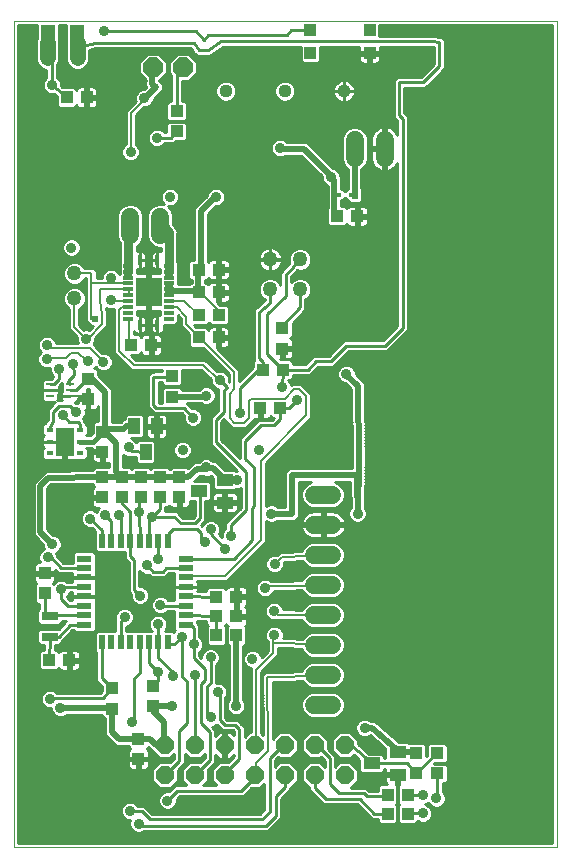
<source format=gtl>
G75*
%MOIN*%
%OFA0B0*%
%FSLAX25Y25*%
%IPPOS*%
%LPD*%
%AMOC8*
5,1,8,0,0,1.08239X$1,22.5*
%
%ADD10C,0.00000*%
%ADD11R,0.03125X0.02500*%
%ADD12R,0.03937X0.04331*%
%ADD13R,0.04331X0.03937*%
%ADD14R,0.03937X0.05512*%
%ADD15R,0.05512X0.03937*%
%ADD16OC8,0.06600*%
%ADD17R,0.01969X0.03150*%
%ADD18R,0.01378X0.01378*%
%ADD19R,0.02756X0.01121*%
%ADD20R,0.02362X0.01575*%
%ADD21R,0.05906X0.09449*%
%ADD22C,0.05000*%
%ADD23R,0.05000X0.02200*%
%ADD24R,0.02200X0.05000*%
%ADD25OC8,0.06000*%
%ADD26C,0.06000*%
%ADD27R,0.05512X0.02756*%
%ADD28R,0.03937X0.03937*%
%ADD29C,0.05200*%
%ADD30C,0.04400*%
%ADD31R,0.03169X0.01200*%
%ADD32R,0.01200X0.03169*%
%ADD33R,0.08898X0.09606*%
%ADD34R,0.04724X0.11811*%
%ADD35C,0.01969*%
%ADD36C,0.03562*%
%ADD37C,0.01000*%
%ADD38C,0.01575*%
%ADD39C,0.01425*%
%ADD40C,0.00800*%
%ADD41C,0.01200*%
%ADD42C,0.01600*%
%ADD43C,0.03000*%
%ADD44C,0.01100*%
%ADD45C,0.02400*%
D10*
X0002194Y0001500D02*
X0002194Y0277091D01*
X0183296Y0277091D01*
X0183296Y0001500D01*
X0002194Y0001500D01*
D11*
X0054000Y0186227D03*
X0054000Y0188757D03*
X0054000Y0192079D03*
X0040384Y0192123D03*
D12*
X0041347Y0169000D03*
X0048040Y0169000D03*
X0063847Y0171500D03*
X0070540Y0171500D03*
X0085247Y0160700D03*
X0091940Y0160700D03*
X0057394Y0124846D03*
X0057394Y0118154D03*
X0031794Y0118154D03*
X0031794Y0124846D03*
X0031794Y0133354D03*
X0031794Y0140046D03*
X0026994Y0150954D03*
X0026994Y0157646D03*
X0012554Y0092884D03*
X0012554Y0086191D03*
X0043794Y0037646D03*
X0043794Y0030954D03*
X0069769Y0072174D03*
X0076462Y0072174D03*
X0126847Y0019100D03*
X0126847Y0012700D03*
X0133540Y0012700D03*
X0133540Y0019100D03*
X0026540Y0251450D03*
X0019847Y0251450D03*
D13*
X0056594Y0246846D03*
X0056594Y0240154D03*
X0063847Y0194000D03*
X0063847Y0186500D03*
X0063847Y0179000D03*
X0070540Y0179000D03*
X0070540Y0186500D03*
X0070540Y0194000D03*
X0091794Y0174446D03*
X0091794Y0167754D03*
X0091140Y0147900D03*
X0084447Y0147900D03*
X0054994Y0151754D03*
X0054994Y0158446D03*
X0050994Y0124846D03*
X0050994Y0118154D03*
X0044594Y0118154D03*
X0044594Y0124846D03*
X0038194Y0124846D03*
X0038194Y0118154D03*
X0069769Y0084974D03*
X0069769Y0078574D03*
X0076462Y0078574D03*
X0076462Y0084974D03*
X0048594Y0055246D03*
X0048594Y0048554D03*
X0034994Y0047754D03*
X0034994Y0054446D03*
X0020740Y0063900D03*
X0014047Y0063900D03*
X0110047Y0211900D03*
X0116740Y0211900D03*
X0136244Y0032846D03*
X0136244Y0026154D03*
X0143444Y0026154D03*
X0143444Y0032846D03*
D14*
X0049934Y0141831D03*
X0046194Y0133169D03*
X0042454Y0141831D03*
D15*
X0063985Y0120174D03*
X0072647Y0116434D03*
X0072647Y0123914D03*
X0130175Y0033240D03*
X0130175Y0025760D03*
X0121513Y0029500D03*
D16*
X0058644Y0261475D03*
X0048644Y0261475D03*
D17*
X0109149Y0219100D03*
X0116039Y0219100D03*
D18*
X0114562Y0219100D03*
X0110625Y0219100D03*
D19*
X0020899Y0155900D03*
X0020899Y0153931D03*
X0020899Y0151963D03*
X0014403Y0151963D03*
X0014403Y0153931D03*
X0014403Y0155900D03*
D20*
X0014181Y0140700D03*
X0014181Y0136763D03*
X0014181Y0132826D03*
X0024417Y0132826D03*
X0024417Y0136763D03*
X0024417Y0140700D03*
D21*
X0019299Y0136763D03*
D22*
X0022411Y0184473D03*
X0022492Y0192830D03*
X0087682Y0197500D03*
X0087682Y0187500D03*
X0097682Y0187500D03*
X0097682Y0197500D03*
D23*
X0059502Y0097756D03*
X0059502Y0094606D03*
X0059502Y0091457D03*
X0059502Y0088307D03*
X0059502Y0085157D03*
X0059502Y0082008D03*
X0059502Y0078858D03*
X0059502Y0075709D03*
X0025702Y0075709D03*
X0025702Y0078858D03*
X0025702Y0082008D03*
X0025702Y0085157D03*
X0025702Y0088307D03*
X0025702Y0091457D03*
X0025702Y0094606D03*
X0025702Y0097756D03*
D24*
X0031578Y0103632D03*
X0034728Y0103632D03*
X0037877Y0103632D03*
X0041027Y0103632D03*
X0044177Y0103632D03*
X0047326Y0103632D03*
X0050476Y0103632D03*
X0053625Y0103632D03*
X0053625Y0069832D03*
X0050476Y0069832D03*
X0047326Y0069832D03*
X0044177Y0069832D03*
X0041027Y0069832D03*
X0037877Y0069832D03*
X0034728Y0069832D03*
X0031578Y0069832D03*
D25*
X0052594Y0035500D03*
X0052594Y0025500D03*
X0062594Y0025500D03*
X0062594Y0035500D03*
X0072594Y0035500D03*
X0072594Y0025500D03*
X0082594Y0025500D03*
X0082594Y0035500D03*
X0092594Y0035500D03*
X0092594Y0025500D03*
X0102594Y0025500D03*
X0102594Y0035500D03*
X0112594Y0035500D03*
X0112594Y0025500D03*
D26*
X0108351Y0049000D02*
X0102351Y0049000D01*
X0102351Y0059000D02*
X0108351Y0059000D01*
X0108351Y0069000D02*
X0102351Y0069000D01*
X0102351Y0079000D02*
X0108351Y0079000D01*
X0108351Y0089000D02*
X0102351Y0089000D01*
X0102351Y0099000D02*
X0108351Y0099000D01*
X0108351Y0109000D02*
X0102351Y0109000D01*
X0102351Y0119000D02*
X0108351Y0119000D01*
X0051115Y0205700D02*
X0051115Y0211700D01*
X0041115Y0211700D02*
X0041115Y0205700D01*
X0115873Y0231300D02*
X0115873Y0237300D01*
X0125873Y0237300D02*
X0125873Y0231300D01*
D27*
X0014194Y0078446D03*
X0014194Y0071754D03*
D28*
X0101151Y0266216D03*
X0101151Y0274091D03*
X0120836Y0274091D03*
X0120836Y0266216D03*
D29*
X0023522Y0264500D02*
X0023522Y0269700D01*
X0013522Y0269700D02*
X0013522Y0264500D01*
D30*
X0072909Y0253550D03*
X0092594Y0253550D03*
X0112279Y0253550D03*
D31*
X0053995Y0195358D03*
X0053995Y0193390D03*
X0053995Y0191421D03*
X0053995Y0189453D03*
X0053995Y0187484D03*
X0053995Y0185516D03*
X0053995Y0183547D03*
X0053995Y0181579D03*
X0053995Y0179610D03*
X0053995Y0177642D03*
X0040393Y0177642D03*
X0040393Y0179610D03*
X0040393Y0181579D03*
X0040393Y0183547D03*
X0040393Y0185516D03*
X0040393Y0187484D03*
X0040393Y0189453D03*
X0040393Y0191421D03*
X0040393Y0193390D03*
X0040393Y0195358D03*
D32*
X0044241Y0197238D03*
X0050147Y0197238D03*
X0050147Y0175762D03*
X0044241Y0175762D03*
D33*
X0047194Y0186500D03*
D34*
X0023443Y0269988D03*
X0013601Y0269988D03*
D35*
X0045823Y0251251D02*
X0046090Y0251251D01*
X0049694Y0254855D01*
X0048444Y0256050D01*
X0048644Y0261475D01*
X0069394Y0218300D02*
X0069679Y0218348D01*
X0069394Y0218300D02*
X0064594Y0213500D01*
X0064594Y0194300D01*
X0063794Y0193500D02*
X0063794Y0187100D01*
X0054194Y0187100D01*
X0028336Y0157564D02*
X0032709Y0153192D01*
X0032709Y0141069D01*
X0039036Y0141069D01*
X0039694Y0141831D02*
X0042454Y0141831D01*
X0036437Y0136314D02*
X0036437Y0126500D01*
X0038194Y0124846D01*
X0044594Y0124846D01*
X0050994Y0124846D01*
X0057394Y0124846D01*
X0060361Y0124846D01*
X0063280Y0127684D01*
X0065301Y0127684D01*
X0066407Y0128156D01*
X0068598Y0127963D01*
X0072647Y0123914D01*
X0072670Y0123938D02*
X0076613Y0123949D01*
X0088118Y0112725D02*
X0095110Y0112725D01*
X0095110Y0125533D01*
X0116704Y0125533D01*
X0116704Y0123733D01*
X0116879Y0112725D01*
X0117256Y0130594D01*
X0116984Y0155199D01*
X0113132Y0159051D01*
X0110047Y0211900D02*
X0109149Y0214000D01*
X0109149Y0219100D01*
X0109149Y0224000D01*
X0108213Y0224936D01*
X0108030Y0224936D01*
X0107794Y0225500D02*
X0098994Y0234300D01*
X0090994Y0234300D01*
X0115873Y0234300D02*
X0115873Y0219000D01*
X0116039Y0219100D01*
X0066105Y0151754D02*
X0054994Y0151754D01*
X0038194Y0124846D02*
X0031794Y0124846D01*
X0013821Y0124764D01*
X0011146Y0122089D01*
X0011146Y0106500D01*
X0015130Y0102577D01*
X0036437Y0136314D02*
X0032787Y0139964D01*
X0028336Y0157564D02*
X0026994Y0157646D01*
X0076462Y0072174D02*
X0076296Y0048652D01*
X0055091Y0048664D02*
X0048889Y0048664D01*
X0048594Y0048554D02*
X0048577Y0046985D01*
X0052228Y0043335D01*
X0052194Y0036500D01*
X0052594Y0035500D01*
X0049591Y0035514D01*
X0047541Y0037564D01*
X0043794Y0037646D01*
X0037194Y0037646D01*
X0034977Y0039964D01*
X0034994Y0047754D01*
X0034743Y0047864D02*
X0017827Y0047864D01*
X0055091Y0048652D02*
X0055091Y0048664D01*
X0119177Y0041333D02*
X0121622Y0041333D01*
X0129827Y0034378D01*
X0129827Y0033240D01*
X0130175Y0033240D01*
X0135944Y0033240D01*
X0136227Y0032764D01*
X0136244Y0032846D01*
D36*
X0138520Y0018825D03*
X0138670Y0012806D03*
X0143162Y0017806D03*
X0119694Y0023000D03*
X0119177Y0041333D03*
X0089095Y0072352D03*
X0088945Y0080360D03*
X0085934Y0088014D03*
X0089197Y0095872D03*
X0088118Y0112725D03*
X0076613Y0123949D03*
X0083951Y0133940D03*
X0077504Y0146168D03*
X0074694Y0136500D03*
X0066407Y0128156D03*
X0058532Y0133927D03*
X0062070Y0144770D03*
X0066436Y0152085D03*
X0070914Y0157258D03*
X0091828Y0154778D03*
X0096729Y0150723D03*
X0101799Y0132943D03*
X0116879Y0112725D03*
X0113132Y0159207D03*
X0074611Y0105328D03*
X0072792Y0101077D03*
X0067908Y0107471D03*
X0065874Y0103152D03*
X0072194Y0112000D03*
X0059694Y0113000D03*
X0048390Y0111770D03*
X0044160Y0113219D03*
X0037276Y0112384D03*
X0032701Y0112180D03*
X0027713Y0111077D03*
X0015130Y0102577D03*
X0013536Y0098136D03*
X0018032Y0087581D03*
X0039181Y0078172D03*
X0044359Y0085392D03*
X0051146Y0082325D03*
X0050398Y0075852D03*
X0058319Y0071770D03*
X0062280Y0069156D03*
X0067865Y0064814D03*
X0062577Y0059055D03*
X0055170Y0058491D03*
X0050406Y0059821D03*
X0055091Y0048652D03*
X0067908Y0044833D03*
X0070288Y0053345D03*
X0076296Y0048652D03*
X0081810Y0064219D03*
X0050459Y0097702D03*
X0046603Y0095467D03*
X0040516Y0134825D03*
X0044694Y0154000D03*
X0032138Y0163336D03*
X0026961Y0163466D03*
X0022154Y0162585D03*
X0017307Y0161081D03*
X0013213Y0164332D03*
X0013339Y0168923D03*
X0026398Y0171065D03*
X0034694Y0184000D03*
X0034694Y0191328D03*
X0021494Y0201428D03*
X0041199Y0233333D03*
X0049957Y0237987D03*
X0045823Y0251251D03*
X0032194Y0273648D03*
X0014928Y0255540D03*
X0054247Y0218348D03*
X0069679Y0218348D03*
X0090979Y0234652D03*
X0108030Y0224936D03*
X0023103Y0146546D03*
X0018611Y0145463D03*
X0017194Y0129000D03*
X0014398Y0050951D03*
X0017827Y0047864D03*
X0041636Y0043322D03*
X0053496Y0017101D03*
X0043855Y0009420D03*
X0041075Y0013526D03*
D37*
X0044835Y0013526D01*
X0047551Y0010810D01*
X0084996Y0010810D01*
X0087614Y0013428D01*
X0087614Y0031282D01*
X0091847Y0035514D01*
X0092594Y0035500D01*
X0095629Y0032454D02*
X0099559Y0032454D01*
X0100557Y0031455D02*
X0094630Y0031455D01*
X0094375Y0031200D02*
X0096894Y0033719D01*
X0096894Y0037281D01*
X0094375Y0039800D01*
X0090813Y0039800D01*
X0088680Y0037667D01*
X0088532Y0056600D01*
X0092191Y0056600D01*
X0092232Y0056563D01*
X0092887Y0056600D01*
X0093544Y0056600D01*
X0093583Y0056639D01*
X0098559Y0056917D01*
X0098705Y0056564D01*
X0099915Y0055355D01*
X0101495Y0054700D01*
X0109206Y0054700D01*
X0110787Y0055355D01*
X0111996Y0056564D01*
X0112651Y0058145D01*
X0112651Y0059855D01*
X0111996Y0061436D01*
X0110787Y0062645D01*
X0109206Y0063300D01*
X0101495Y0063300D01*
X0099915Y0062645D01*
X0098705Y0061436D01*
X0098237Y0060305D01*
X0092792Y0060000D01*
X0087515Y0060000D01*
X0087510Y0060005D01*
X0086813Y0060000D01*
X0086115Y0060000D01*
X0086109Y0059994D01*
X0086102Y0059994D01*
X0085612Y0059497D01*
X0085119Y0059004D01*
X0085119Y0058996D01*
X0085114Y0058991D01*
X0085119Y0058294D01*
X0085119Y0057596D01*
X0085124Y0057590D01*
X0085270Y0038905D01*
X0084694Y0039481D01*
X0084694Y0059996D01*
X0089298Y0064600D01*
X0090294Y0065596D01*
X0090294Y0067800D01*
X0092806Y0067800D01*
X0098284Y0067581D01*
X0098705Y0066564D01*
X0099915Y0065355D01*
X0101495Y0064700D01*
X0109206Y0064700D01*
X0110787Y0065355D01*
X0111996Y0066564D01*
X0112651Y0068145D01*
X0112651Y0069855D01*
X0111996Y0071436D01*
X0110787Y0072645D01*
X0109206Y0073300D01*
X0101495Y0073300D01*
X0099915Y0072645D01*
X0098705Y0071436D01*
X0098514Y0070975D01*
X0093572Y0071172D01*
X0093544Y0071200D01*
X0092874Y0071200D01*
X0092204Y0071227D01*
X0092175Y0071200D01*
X0091953Y0071200D01*
X0092177Y0071739D01*
X0092177Y0072965D01*
X0091707Y0074097D01*
X0090841Y0074964D01*
X0089708Y0075433D01*
X0088483Y0075433D01*
X0087350Y0074964D01*
X0086483Y0074097D01*
X0086014Y0072965D01*
X0086014Y0071739D01*
X0086483Y0070607D01*
X0086894Y0070196D01*
X0086894Y0067004D01*
X0084841Y0064952D01*
X0084422Y0065964D01*
X0083555Y0066831D01*
X0082423Y0067300D01*
X0081197Y0067300D01*
X0080065Y0066831D01*
X0079198Y0065964D01*
X0078729Y0064832D01*
X0078729Y0063606D01*
X0079198Y0062473D01*
X0080065Y0061607D01*
X0081197Y0061138D01*
X0081294Y0061138D01*
X0081294Y0039800D01*
X0080813Y0039800D01*
X0079198Y0038185D01*
X0079198Y0041708D01*
X0078143Y0042763D01*
X0076836Y0044070D01*
X0073324Y0044070D01*
X0072824Y0044570D01*
X0072824Y0051523D01*
X0072900Y0051600D01*
X0073369Y0052732D01*
X0073369Y0053958D01*
X0072900Y0055090D01*
X0072033Y0055957D01*
X0070901Y0056426D01*
X0069675Y0056426D01*
X0069665Y0056422D01*
X0069665Y0056453D01*
X0069665Y0062256D01*
X0070477Y0063068D01*
X0070946Y0064201D01*
X0070946Y0065427D01*
X0070477Y0066559D01*
X0069610Y0067426D01*
X0068478Y0067895D01*
X0067252Y0067895D01*
X0066120Y0067426D01*
X0065253Y0066559D01*
X0064784Y0065427D01*
X0064784Y0064583D01*
X0064080Y0065287D01*
X0064080Y0066599D01*
X0064892Y0067411D01*
X0065361Y0068543D01*
X0065361Y0069769D01*
X0064892Y0070901D01*
X0064080Y0071713D01*
X0064080Y0073973D01*
X0064085Y0073978D01*
X0064080Y0074717D01*
X0064080Y0075456D01*
X0064074Y0075462D01*
X0064074Y0075469D01*
X0063548Y0075988D01*
X0063302Y0076234D01*
X0063302Y0076952D01*
X0066304Y0076869D01*
X0066304Y0076067D01*
X0066997Y0075374D01*
X0066501Y0074878D01*
X0066501Y0069470D01*
X0067262Y0068709D01*
X0072276Y0068709D01*
X0073038Y0069470D01*
X0073038Y0074878D01*
X0072542Y0075374D01*
X0073007Y0075839D01*
X0073097Y0075684D01*
X0073376Y0075405D01*
X0073595Y0075279D01*
X0073194Y0074878D01*
X0073194Y0069470D01*
X0073955Y0068709D01*
X0074153Y0068709D01*
X0074026Y0050739D01*
X0073684Y0050397D01*
X0073215Y0049264D01*
X0073215Y0048039D01*
X0073684Y0046906D01*
X0074550Y0046040D01*
X0075683Y0045570D01*
X0076909Y0045570D01*
X0078041Y0046040D01*
X0078908Y0046906D01*
X0079377Y0048039D01*
X0079377Y0049264D01*
X0078908Y0050397D01*
X0078595Y0050710D01*
X0078722Y0068709D01*
X0078969Y0068709D01*
X0079731Y0069470D01*
X0079731Y0074878D01*
X0079330Y0075279D01*
X0079549Y0075405D01*
X0079828Y0075684D01*
X0080025Y0076027D01*
X0080128Y0076408D01*
X0080128Y0078090D01*
X0076947Y0078090D01*
X0076947Y0079058D01*
X0080128Y0079058D01*
X0080128Y0080740D01*
X0080025Y0081121D01*
X0079828Y0081464D01*
X0079549Y0081743D01*
X0079495Y0081774D01*
X0079549Y0081805D01*
X0079828Y0082084D01*
X0080025Y0082427D01*
X0080128Y0082808D01*
X0080128Y0084490D01*
X0076947Y0084490D01*
X0076947Y0085458D01*
X0080128Y0085458D01*
X0080128Y0087140D01*
X0080025Y0087521D01*
X0079828Y0087864D01*
X0079549Y0088143D01*
X0079207Y0088340D01*
X0078825Y0088442D01*
X0076947Y0088442D01*
X0076947Y0085458D01*
X0075978Y0085458D01*
X0075978Y0088442D01*
X0074100Y0088442D01*
X0073718Y0088340D01*
X0073376Y0088143D01*
X0073097Y0087864D01*
X0073007Y0087709D01*
X0072473Y0088242D01*
X0067066Y0088242D01*
X0066304Y0087481D01*
X0066304Y0086836D01*
X0063469Y0086887D01*
X0063502Y0087010D01*
X0063502Y0088257D01*
X0059552Y0088257D01*
X0059552Y0088357D01*
X0063502Y0088357D01*
X0063502Y0089605D01*
X0063399Y0089986D01*
X0063302Y0090155D01*
X0063302Y0090200D01*
X0073298Y0090200D01*
X0085298Y0102200D01*
X0086294Y0103196D01*
X0086294Y0110192D01*
X0086373Y0110113D01*
X0087506Y0109644D01*
X0088731Y0109644D01*
X0089864Y0110113D01*
X0090191Y0110440D01*
X0096057Y0110440D01*
X0097395Y0111779D01*
X0097395Y0123248D01*
X0101371Y0123248D01*
X0099915Y0122645D01*
X0098705Y0121436D01*
X0098051Y0119855D01*
X0098051Y0118145D01*
X0098705Y0116564D01*
X0099915Y0115355D01*
X0101495Y0114700D01*
X0109206Y0114700D01*
X0110787Y0115355D01*
X0111996Y0116564D01*
X0112651Y0118145D01*
X0112651Y0119855D01*
X0111996Y0121436D01*
X0110787Y0122645D01*
X0109330Y0123248D01*
X0114419Y0123248D01*
X0114419Y0122787D01*
X0114434Y0122772D01*
X0114562Y0114765D01*
X0114267Y0114470D01*
X0113798Y0113338D01*
X0113798Y0112112D01*
X0114267Y0110980D01*
X0115134Y0110113D01*
X0116267Y0109644D01*
X0117492Y0109644D01*
X0118625Y0110113D01*
X0119491Y0110980D01*
X0119961Y0112112D01*
X0119961Y0113338D01*
X0119491Y0114470D01*
X0119207Y0114754D01*
X0119521Y0129642D01*
X0119551Y0129673D01*
X0119541Y0130583D01*
X0119560Y0131492D01*
X0119531Y0131523D01*
X0119268Y0155211D01*
X0119268Y0156145D01*
X0119258Y0156156D01*
X0119258Y0156170D01*
X0118590Y0156823D01*
X0116213Y0159201D01*
X0116213Y0159820D01*
X0115744Y0160952D01*
X0114877Y0161819D01*
X0113745Y0162288D01*
X0112519Y0162288D01*
X0111387Y0161819D01*
X0110520Y0160952D01*
X0110051Y0159820D01*
X0110051Y0158594D01*
X0110520Y0157461D01*
X0111387Y0156595D01*
X0112519Y0156126D01*
X0112826Y0156126D01*
X0114710Y0154242D01*
X0114972Y0130605D01*
X0114913Y0127817D01*
X0094164Y0127817D01*
X0092826Y0126479D01*
X0092826Y0115009D01*
X0090191Y0115009D01*
X0089864Y0115337D01*
X0088731Y0115806D01*
X0087506Y0115806D01*
X0086373Y0115337D01*
X0086294Y0115258D01*
X0086294Y0129596D01*
X0100498Y0143800D01*
X0101494Y0144796D01*
X0101494Y0152604D01*
X0099094Y0155004D01*
X0098098Y0156000D01*
X0095090Y0156000D01*
X0094783Y0155694D01*
X0094440Y0156523D01*
X0093728Y0157235D01*
X0094447Y0157235D01*
X0095209Y0157996D01*
X0095209Y0158905D01*
X0100236Y0158914D01*
X0100978Y0158914D01*
X0100979Y0158915D01*
X0100980Y0158915D01*
X0101505Y0159442D01*
X0103800Y0161738D01*
X0108761Y0161738D01*
X0113883Y0166860D01*
X0126714Y0166860D01*
X0127769Y0167914D01*
X0133702Y0173847D01*
X0133702Y0243612D01*
X0133702Y0244357D01*
X0133702Y0245102D01*
X0133701Y0245103D01*
X0133185Y0245619D01*
X0132647Y0246157D01*
X0132477Y0246327D01*
X0132477Y0254651D01*
X0137961Y0254651D01*
X0137962Y0254650D01*
X0138707Y0254651D01*
X0139451Y0254651D01*
X0139452Y0254652D01*
X0139453Y0254652D01*
X0139980Y0255180D01*
X0140505Y0255705D01*
X0140505Y0255706D01*
X0145426Y0260637D01*
X0145958Y0261169D01*
X0145958Y0261170D01*
X0145959Y0261171D01*
X0145958Y0261917D01*
X0145958Y0269876D01*
X0146019Y0270537D01*
X0145958Y0270609D01*
X0145958Y0270703D01*
X0145489Y0271173D01*
X0145064Y0271683D01*
X0144971Y0271691D01*
X0144904Y0271758D01*
X0144240Y0271758D01*
X0142381Y0271927D01*
X0142314Y0271994D01*
X0141651Y0271994D01*
X0140990Y0272054D01*
X0140917Y0271994D01*
X0124105Y0271994D01*
X0124105Y0275591D01*
X0181796Y0275591D01*
X0181796Y0003000D01*
X0003694Y0003000D01*
X0003694Y0275591D01*
X0009938Y0275591D01*
X0009938Y0271240D01*
X0009622Y0270476D01*
X0009622Y0263724D01*
X0010216Y0262291D01*
X0011313Y0261194D01*
X0012746Y0260600D01*
X0013128Y0260600D01*
X0013128Y0258097D01*
X0012316Y0257285D01*
X0011847Y0256153D01*
X0011847Y0254927D01*
X0012316Y0253795D01*
X0013182Y0252928D01*
X0014315Y0252459D01*
X0015541Y0252459D01*
X0015726Y0252536D01*
X0016579Y0251826D01*
X0016579Y0248746D01*
X0017340Y0247985D01*
X0022354Y0247985D01*
X0023116Y0248746D01*
X0023116Y0248923D01*
X0023174Y0248706D01*
X0023371Y0248364D01*
X0023651Y0248084D01*
X0023993Y0247887D01*
X0024374Y0247785D01*
X0026056Y0247785D01*
X0026056Y0250966D01*
X0027025Y0250966D01*
X0027025Y0251934D01*
X0030009Y0251934D01*
X0030009Y0253813D01*
X0029907Y0254194D01*
X0029709Y0254536D01*
X0029430Y0254816D01*
X0029088Y0255013D01*
X0028706Y0255115D01*
X0027025Y0255115D01*
X0027025Y0251934D01*
X0026056Y0251934D01*
X0026056Y0255115D01*
X0024374Y0255115D01*
X0023993Y0255013D01*
X0023651Y0254816D01*
X0023371Y0254536D01*
X0023174Y0254194D01*
X0023116Y0253977D01*
X0023116Y0254154D01*
X0022354Y0254915D01*
X0018495Y0254915D01*
X0018009Y0255319D01*
X0018009Y0256153D01*
X0017540Y0257285D01*
X0016728Y0258097D01*
X0016728Y0262190D01*
X0016828Y0262291D01*
X0017422Y0263724D01*
X0017422Y0270476D01*
X0017263Y0270860D01*
X0017263Y0275591D01*
X0019781Y0275591D01*
X0019781Y0270860D01*
X0019622Y0270476D01*
X0019622Y0263724D01*
X0020216Y0262291D01*
X0021313Y0261194D01*
X0022746Y0260600D01*
X0024298Y0260600D01*
X0025731Y0261194D01*
X0026828Y0262291D01*
X0027422Y0263724D01*
X0027422Y0267372D01*
X0029377Y0267825D01*
X0061258Y0267825D01*
X0062145Y0266560D01*
X0062145Y0266382D01*
X0062562Y0265966D01*
X0062900Y0265484D01*
X0063075Y0265453D01*
X0063200Y0265328D01*
X0063789Y0265328D01*
X0064369Y0265226D01*
X0064514Y0265328D01*
X0066806Y0265328D01*
X0067392Y0265229D01*
X0067532Y0265328D01*
X0067703Y0265328D01*
X0068123Y0265748D01*
X0071848Y0268394D01*
X0097883Y0268394D01*
X0097883Y0263709D01*
X0098644Y0262948D01*
X0103658Y0262948D01*
X0104420Y0263709D01*
X0104420Y0268394D01*
X0117371Y0268394D01*
X0117368Y0268382D01*
X0117368Y0266701D01*
X0120352Y0266701D01*
X0120352Y0265732D01*
X0121321Y0265732D01*
X0121321Y0266701D01*
X0124305Y0266701D01*
X0124305Y0268382D01*
X0124302Y0268394D01*
X0141487Y0268394D01*
X0142358Y0268314D01*
X0142358Y0262659D01*
X0137959Y0258251D01*
X0129931Y0258251D01*
X0128877Y0257196D01*
X0128877Y0246326D01*
X0128876Y0246326D01*
X0128877Y0245580D01*
X0128877Y0244835D01*
X0128877Y0244835D01*
X0128877Y0244835D01*
X0129394Y0244318D01*
X0129931Y0243781D01*
X0129932Y0243781D01*
X0130102Y0243611D01*
X0130102Y0238846D01*
X0130043Y0239027D01*
X0129721Y0239659D01*
X0129305Y0240232D01*
X0128804Y0240732D01*
X0128231Y0241149D01*
X0127600Y0241470D01*
X0126926Y0241689D01*
X0126372Y0241777D01*
X0126372Y0234800D01*
X0125373Y0234800D01*
X0125373Y0241777D01*
X0124819Y0241689D01*
X0124145Y0241470D01*
X0123514Y0241149D01*
X0122941Y0240732D01*
X0122440Y0240232D01*
X0122024Y0239659D01*
X0121702Y0239027D01*
X0121483Y0238354D01*
X0121373Y0237654D01*
X0121373Y0234800D01*
X0125372Y0234800D01*
X0125372Y0233800D01*
X0121373Y0233800D01*
X0121373Y0230946D01*
X0121483Y0230246D01*
X0121702Y0229573D01*
X0122024Y0228941D01*
X0122440Y0228368D01*
X0122941Y0227868D01*
X0123514Y0227451D01*
X0124145Y0227130D01*
X0124819Y0226911D01*
X0125373Y0226823D01*
X0125373Y0233800D01*
X0126372Y0233800D01*
X0126372Y0226823D01*
X0126926Y0226911D01*
X0127600Y0227130D01*
X0128231Y0227451D01*
X0128804Y0227868D01*
X0129305Y0228368D01*
X0129721Y0228941D01*
X0130043Y0229573D01*
X0130102Y0229754D01*
X0130102Y0175338D01*
X0125223Y0170460D01*
X0112392Y0170460D01*
X0107270Y0165338D01*
X0103800Y0165338D01*
X0103054Y0165338D01*
X0102309Y0165338D01*
X0102309Y0165338D01*
X0102309Y0165338D01*
X0101784Y0164813D01*
X0101255Y0164283D01*
X0099485Y0162513D01*
X0095209Y0162505D01*
X0095209Y0163404D01*
X0094447Y0164165D01*
X0091084Y0164165D01*
X0090968Y0164285D01*
X0091310Y0164285D01*
X0091310Y0167269D01*
X0092278Y0167269D01*
X0092278Y0164285D01*
X0094157Y0164285D01*
X0094538Y0164387D01*
X0094880Y0164585D01*
X0095159Y0164864D01*
X0095357Y0165206D01*
X0095459Y0165588D01*
X0095459Y0167269D01*
X0092278Y0167269D01*
X0092278Y0168238D01*
X0095459Y0168238D01*
X0095459Y0169920D01*
X0095357Y0170301D01*
X0095159Y0170643D01*
X0094880Y0170922D01*
X0094538Y0171120D01*
X0094321Y0171178D01*
X0094498Y0171178D01*
X0095259Y0171939D01*
X0095259Y0176297D01*
X0098980Y0180330D01*
X0099482Y0180831D01*
X0099482Y0180873D01*
X0099510Y0180904D01*
X0099482Y0181613D01*
X0099482Y0184132D01*
X0099835Y0184279D01*
X0100903Y0185347D01*
X0101482Y0186744D01*
X0101482Y0188256D01*
X0100903Y0189653D01*
X0099835Y0190721D01*
X0098438Y0191300D01*
X0096926Y0191300D01*
X0095529Y0190721D01*
X0094761Y0189953D01*
X0094761Y0191603D01*
X0096736Y0193779D01*
X0096926Y0193700D01*
X0098438Y0193700D01*
X0099835Y0194279D01*
X0100903Y0195347D01*
X0101482Y0196744D01*
X0101482Y0198256D01*
X0100903Y0199653D01*
X0099835Y0200721D01*
X0098438Y0201300D01*
X0096926Y0201300D01*
X0095529Y0200721D01*
X0094461Y0199653D01*
X0093882Y0198256D01*
X0093882Y0196744D01*
X0094096Y0196227D01*
X0091657Y0193540D01*
X0091161Y0193043D01*
X0091161Y0192993D01*
X0091127Y0192955D01*
X0091161Y0192254D01*
X0091161Y0189032D01*
X0090903Y0189653D01*
X0089835Y0190721D01*
X0088438Y0191300D01*
X0086926Y0191300D01*
X0085529Y0190721D01*
X0084461Y0189653D01*
X0083882Y0188256D01*
X0083882Y0186744D01*
X0084461Y0185347D01*
X0085529Y0184279D01*
X0085882Y0184132D01*
X0085882Y0183878D01*
X0083319Y0181680D01*
X0083239Y0181680D01*
X0082761Y0181201D01*
X0082247Y0180761D01*
X0082241Y0180682D01*
X0082185Y0180625D01*
X0082185Y0179949D01*
X0082133Y0179274D01*
X0082185Y0179214D01*
X0082185Y0164455D01*
X0082184Y0163726D01*
X0082185Y0163726D01*
X0082185Y0163725D01*
X0082242Y0163667D01*
X0081979Y0163404D01*
X0081979Y0161547D01*
X0081906Y0161475D01*
X0081906Y0161466D01*
X0077494Y0157054D01*
X0077494Y0160604D01*
X0070056Y0168042D01*
X0070056Y0171016D01*
X0071025Y0171016D01*
X0071025Y0171984D01*
X0074009Y0171984D01*
X0074009Y0173863D01*
X0073907Y0174244D01*
X0073709Y0174586D01*
X0073430Y0174866D01*
X0073088Y0175063D01*
X0072706Y0175165D01*
X0071025Y0175165D01*
X0071025Y0171984D01*
X0070056Y0171984D01*
X0070056Y0175165D01*
X0068374Y0175165D01*
X0067993Y0175063D01*
X0067651Y0174866D01*
X0067371Y0174586D01*
X0067174Y0174244D01*
X0067116Y0174027D01*
X0067116Y0174204D01*
X0066354Y0174965D01*
X0063133Y0174965D01*
X0062366Y0175731D01*
X0066551Y0175731D01*
X0067194Y0176374D01*
X0067836Y0175731D01*
X0073244Y0175731D01*
X0074006Y0176493D01*
X0074006Y0181507D01*
X0073244Y0182268D01*
X0071029Y0182268D01*
X0070056Y0183242D01*
X0070056Y0186016D01*
X0071025Y0186016D01*
X0071025Y0186984D01*
X0074206Y0186984D01*
X0074206Y0188666D01*
X0074103Y0189047D01*
X0073906Y0189390D01*
X0073627Y0189669D01*
X0073285Y0189866D01*
X0072903Y0189968D01*
X0071025Y0189968D01*
X0071025Y0186984D01*
X0070056Y0186984D01*
X0070056Y0189968D01*
X0068177Y0189968D01*
X0067796Y0189866D01*
X0067454Y0189669D01*
X0067175Y0189390D01*
X0067085Y0189235D01*
X0066551Y0189768D01*
X0066078Y0189768D01*
X0066078Y0190731D01*
X0066551Y0190731D01*
X0067085Y0191265D01*
X0067175Y0191110D01*
X0067454Y0190831D01*
X0067796Y0190634D01*
X0068177Y0190531D01*
X0070056Y0190531D01*
X0070056Y0193516D01*
X0071025Y0193516D01*
X0071025Y0194484D01*
X0074206Y0194484D01*
X0074206Y0196166D01*
X0074103Y0196547D01*
X0073906Y0196890D01*
X0073627Y0197169D01*
X0073285Y0197366D01*
X0072903Y0197468D01*
X0071025Y0197468D01*
X0071025Y0194484D01*
X0070056Y0194484D01*
X0070056Y0197468D01*
X0068177Y0197468D01*
X0067796Y0197366D01*
X0067454Y0197169D01*
X0067175Y0196890D01*
X0067085Y0196735D01*
X0066878Y0196941D01*
X0066878Y0212554D01*
X0069591Y0215267D01*
X0070292Y0215267D01*
X0071424Y0215736D01*
X0072291Y0216602D01*
X0072760Y0217735D01*
X0072760Y0218961D01*
X0072291Y0220093D01*
X0071424Y0220960D01*
X0070292Y0221429D01*
X0069066Y0221429D01*
X0067934Y0220960D01*
X0067067Y0220093D01*
X0066598Y0218961D01*
X0066598Y0218735D01*
X0062309Y0214446D01*
X0062309Y0197268D01*
X0061144Y0197268D01*
X0060382Y0196507D01*
X0060382Y0191493D01*
X0061144Y0190731D01*
X0061509Y0190731D01*
X0061509Y0189768D01*
X0061144Y0189768D01*
X0060759Y0189384D01*
X0056879Y0189384D01*
X0056879Y0196497D01*
X0056795Y0196581D01*
X0056795Y0206238D01*
X0056849Y0206527D01*
X0056795Y0206789D01*
X0056795Y0207057D01*
X0056682Y0207329D01*
X0056621Y0207618D01*
X0056471Y0207839D01*
X0056368Y0208086D01*
X0056160Y0208294D01*
X0055415Y0209386D01*
X0055415Y0212555D01*
X0054760Y0214136D01*
X0053627Y0215270D01*
X0053634Y0215267D01*
X0054860Y0215267D01*
X0055992Y0215736D01*
X0056859Y0216602D01*
X0057328Y0217735D01*
X0057328Y0218961D01*
X0056859Y0220093D01*
X0055992Y0220960D01*
X0054860Y0221429D01*
X0053634Y0221429D01*
X0052502Y0220960D01*
X0051635Y0220093D01*
X0051166Y0218961D01*
X0051166Y0217735D01*
X0051635Y0216602D01*
X0052426Y0215811D01*
X0051970Y0216000D01*
X0050260Y0216000D01*
X0048679Y0215345D01*
X0047470Y0214136D01*
X0046815Y0212555D01*
X0046815Y0204845D01*
X0047470Y0203264D01*
X0048679Y0202055D01*
X0050260Y0201400D01*
X0051195Y0201400D01*
X0051195Y0200255D01*
X0050944Y0200322D01*
X0050147Y0200322D01*
X0050147Y0197238D01*
X0050146Y0197238D01*
X0050146Y0197238D01*
X0048047Y0197238D01*
X0048047Y0199020D01*
X0048149Y0199401D01*
X0048346Y0199743D01*
X0048626Y0200022D01*
X0048968Y0200220D01*
X0049349Y0200322D01*
X0050146Y0200322D01*
X0050146Y0197238D01*
X0048047Y0197238D01*
X0048047Y0195456D01*
X0048149Y0195075D01*
X0048346Y0194733D01*
X0048626Y0194453D01*
X0048968Y0194256D01*
X0049349Y0194154D01*
X0050146Y0194154D01*
X0050146Y0197238D01*
X0050147Y0197238D01*
X0050147Y0194154D01*
X0050944Y0194154D01*
X0051110Y0194198D01*
X0051110Y0192803D01*
X0047694Y0192803D01*
X0047694Y0187000D01*
X0046694Y0187000D01*
X0046694Y0192803D01*
X0043277Y0192803D01*
X0043277Y0194198D01*
X0043444Y0194154D01*
X0044241Y0194154D01*
X0045039Y0194154D01*
X0045420Y0194256D01*
X0045762Y0194453D01*
X0046041Y0194733D01*
X0046239Y0195075D01*
X0046341Y0195456D01*
X0046341Y0197238D01*
X0046341Y0199020D01*
X0046239Y0199401D01*
X0046041Y0199743D01*
X0045762Y0200022D01*
X0045420Y0200220D01*
X0045039Y0200322D01*
X0044241Y0200322D01*
X0043444Y0200322D01*
X0043193Y0200255D01*
X0043193Y0201906D01*
X0043551Y0202055D01*
X0044760Y0203264D01*
X0045415Y0204845D01*
X0045415Y0212555D01*
X0044760Y0214136D01*
X0043551Y0215345D01*
X0041970Y0216000D01*
X0040260Y0216000D01*
X0038679Y0215345D01*
X0037470Y0214136D01*
X0036815Y0212555D01*
X0036815Y0204845D01*
X0037470Y0203264D01*
X0037593Y0203141D01*
X0037593Y0196581D01*
X0037509Y0196497D01*
X0037509Y0192583D01*
X0037306Y0193073D01*
X0036439Y0193940D01*
X0035307Y0194409D01*
X0034081Y0194409D01*
X0032948Y0193940D01*
X0032082Y0193073D01*
X0031613Y0191941D01*
X0031613Y0191200D01*
X0029844Y0191200D01*
X0029844Y0193534D01*
X0028848Y0194530D01*
X0025901Y0194530D01*
X0025714Y0194982D01*
X0024645Y0196051D01*
X0023248Y0196630D01*
X0021736Y0196630D01*
X0020340Y0196051D01*
X0019271Y0194982D01*
X0018692Y0193586D01*
X0018692Y0192074D01*
X0019271Y0190677D01*
X0020340Y0189608D01*
X0021736Y0189030D01*
X0023248Y0189030D01*
X0024645Y0189608D01*
X0025714Y0190677D01*
X0025901Y0191130D01*
X0026444Y0191130D01*
X0026444Y0177626D01*
X0026405Y0176974D01*
X0026444Y0176930D01*
X0026444Y0176871D01*
X0026906Y0176409D01*
X0027339Y0175920D01*
X0027398Y0175917D01*
X0027440Y0175875D01*
X0027483Y0175875D01*
X0027978Y0175381D01*
X0028609Y0175119D01*
X0027453Y0173963D01*
X0027011Y0174146D01*
X0025786Y0174146D01*
X0025688Y0174106D01*
X0024099Y0175634D01*
X0024099Y0181059D01*
X0024563Y0181252D01*
X0025632Y0182321D01*
X0026211Y0183717D01*
X0026211Y0185229D01*
X0025632Y0186626D01*
X0024563Y0187695D01*
X0023167Y0188273D01*
X0021655Y0188273D01*
X0020258Y0187695D01*
X0019189Y0186626D01*
X0018611Y0185229D01*
X0018611Y0183717D01*
X0019189Y0182321D01*
X0020258Y0181252D01*
X0020699Y0181069D01*
X0020699Y0175595D01*
X0020686Y0175580D01*
X0020699Y0174893D01*
X0020699Y0174206D01*
X0020713Y0174192D01*
X0020713Y0174172D01*
X0021209Y0173696D01*
X0021695Y0173210D01*
X0021715Y0173210D01*
X0023317Y0171669D01*
X0023317Y0170452D01*
X0023670Y0169600D01*
X0016394Y0169600D01*
X0015952Y0170668D01*
X0015085Y0171535D01*
X0013952Y0172004D01*
X0012727Y0172004D01*
X0011594Y0171535D01*
X0010727Y0170668D01*
X0010258Y0169536D01*
X0010258Y0168310D01*
X0010727Y0167178D01*
X0011215Y0166690D01*
X0010601Y0166077D01*
X0010132Y0164945D01*
X0010132Y0163719D01*
X0010601Y0162587D01*
X0011468Y0161720D01*
X0012601Y0161251D01*
X0013826Y0161251D01*
X0014226Y0161416D01*
X0014226Y0160468D01*
X0014695Y0159336D01*
X0015423Y0158607D01*
X0015417Y0158424D01*
X0014797Y0157761D01*
X0012487Y0157761D01*
X0011725Y0156999D01*
X0011725Y0155240D01*
X0011628Y0155071D01*
X0011525Y0154690D01*
X0011525Y0153932D01*
X0014403Y0153932D01*
X0014403Y0153931D01*
X0011525Y0153931D01*
X0011525Y0153173D01*
X0011628Y0152792D01*
X0011725Y0152623D01*
X0011725Y0150864D01*
X0012487Y0150102D01*
X0015988Y0150102D01*
X0015874Y0149970D01*
X0015394Y0149490D01*
X0015394Y0149413D01*
X0014106Y0147921D01*
X0013626Y0147440D01*
X0013626Y0147364D01*
X0013576Y0147306D01*
X0013626Y0146629D01*
X0013626Y0144148D01*
X0012799Y0142787D01*
X0012462Y0142787D01*
X0011700Y0142026D01*
X0011700Y0139374D01*
X0012234Y0138840D01*
X0012079Y0138751D01*
X0011800Y0138471D01*
X0011602Y0138129D01*
X0011500Y0137748D01*
X0011500Y0136763D01*
X0014181Y0136763D01*
X0014181Y0136763D01*
X0011500Y0136763D01*
X0011500Y0135778D01*
X0011602Y0135397D01*
X0011800Y0135055D01*
X0012079Y0134775D01*
X0012234Y0134686D01*
X0011700Y0134152D01*
X0011700Y0131500D01*
X0012462Y0130739D01*
X0015598Y0130739D01*
X0015768Y0130641D01*
X0016149Y0130539D01*
X0018799Y0130539D01*
X0018799Y0136263D01*
X0016862Y0136263D01*
X0016862Y0136763D01*
X0016862Y0137263D01*
X0018799Y0137263D01*
X0018799Y0136263D01*
X0019799Y0136263D01*
X0019799Y0130539D01*
X0022450Y0130539D01*
X0022831Y0130641D01*
X0023000Y0130739D01*
X0026137Y0130739D01*
X0026898Y0131500D01*
X0026898Y0134152D01*
X0026375Y0134676D01*
X0027728Y0134676D01*
X0027730Y0134674D01*
X0028325Y0134675D01*
X0028325Y0133838D01*
X0031309Y0133838D01*
X0031309Y0132869D01*
X0028325Y0132869D01*
X0028325Y0130991D01*
X0028428Y0130609D01*
X0028625Y0130267D01*
X0028904Y0129988D01*
X0029246Y0129790D01*
X0029628Y0129688D01*
X0031310Y0129688D01*
X0031310Y0132869D01*
X0032278Y0132869D01*
X0032278Y0129688D01*
X0033960Y0129688D01*
X0034152Y0129740D01*
X0034152Y0128312D01*
X0029287Y0128312D01*
X0028525Y0127550D01*
X0028525Y0127116D01*
X0013814Y0127048D01*
X0012874Y0127048D01*
X0012870Y0127044D01*
X0012864Y0127044D01*
X0012201Y0126374D01*
X0010199Y0124373D01*
X0008861Y0123035D01*
X0008861Y0107436D01*
X0008854Y0107429D01*
X0008861Y0106491D01*
X0008861Y0105554D01*
X0008868Y0105546D01*
X0008869Y0105536D01*
X0009537Y0104878D01*
X0010199Y0104216D01*
X0010210Y0104216D01*
X0012049Y0102405D01*
X0012049Y0101964D01*
X0012441Y0101017D01*
X0011790Y0100748D01*
X0010924Y0099881D01*
X0010455Y0098749D01*
X0010455Y0097523D01*
X0010858Y0096550D01*
X0010388Y0096550D01*
X0010006Y0096447D01*
X0009664Y0096250D01*
X0009385Y0095971D01*
X0009187Y0095629D01*
X0009085Y0095247D01*
X0009085Y0093369D01*
X0012069Y0093369D01*
X0012069Y0092400D01*
X0009085Y0092400D01*
X0009085Y0090521D01*
X0009187Y0090140D01*
X0009385Y0089798D01*
X0009664Y0089519D01*
X0009819Y0089429D01*
X0009285Y0088895D01*
X0009285Y0083488D01*
X0010047Y0082726D01*
X0010745Y0082726D01*
X0010741Y0080966D01*
X0010138Y0080363D01*
X0010138Y0076530D01*
X0010899Y0075769D01*
X0017488Y0075769D01*
X0018250Y0076530D01*
X0018250Y0077068D01*
X0019714Y0077066D01*
X0019631Y0076978D01*
X0019124Y0076474D01*
X0019124Y0076438D01*
X0017239Y0074431D01*
X0010899Y0074431D01*
X0010138Y0073670D01*
X0010138Y0069837D01*
X0010899Y0069076D01*
X0012344Y0069076D01*
X0012308Y0067168D01*
X0011344Y0067168D01*
X0010582Y0066407D01*
X0010582Y0061393D01*
X0011344Y0060631D01*
X0016751Y0060631D01*
X0017285Y0061165D01*
X0017375Y0061010D01*
X0017654Y0060731D01*
X0017996Y0060534D01*
X0018377Y0060431D01*
X0020256Y0060431D01*
X0020256Y0063416D01*
X0021225Y0063416D01*
X0021225Y0064384D01*
X0024406Y0064384D01*
X0024406Y0066066D01*
X0024303Y0066447D01*
X0024106Y0066790D01*
X0023827Y0067069D01*
X0023485Y0067266D01*
X0023103Y0067368D01*
X0021225Y0067368D01*
X0021225Y0064384D01*
X0020256Y0064384D01*
X0020256Y0067368D01*
X0018377Y0067368D01*
X0017996Y0067266D01*
X0017654Y0067069D01*
X0017375Y0066790D01*
X0017285Y0066635D01*
X0016751Y0067168D01*
X0015909Y0067168D01*
X0015944Y0069076D01*
X0017488Y0069076D01*
X0018250Y0069837D01*
X0018250Y0070249D01*
X0018486Y0070501D01*
X0018994Y0071008D01*
X0018994Y0071041D01*
X0021698Y0073921D01*
X0022052Y0073919D01*
X0022663Y0073309D01*
X0028740Y0073309D01*
X0029502Y0074070D01*
X0029502Y0083309D01*
X0029599Y0083479D01*
X0029702Y0083860D01*
X0029702Y0085107D01*
X0025752Y0085107D01*
X0025752Y0085207D01*
X0029702Y0085207D01*
X0029702Y0086455D01*
X0029599Y0086836D01*
X0029502Y0087006D01*
X0029502Y0089608D01*
X0029599Y0089778D01*
X0029702Y0090159D01*
X0029702Y0091407D01*
X0025752Y0091407D01*
X0025752Y0091507D01*
X0029702Y0091507D01*
X0029702Y0092754D01*
X0029599Y0093136D01*
X0029502Y0093305D01*
X0029502Y0099394D01*
X0028740Y0100156D01*
X0022663Y0100156D01*
X0021902Y0099394D01*
X0021902Y0096413D01*
X0018767Y0096419D01*
X0016617Y0098569D01*
X0016617Y0098749D01*
X0016225Y0099695D01*
X0016875Y0099965D01*
X0017742Y0100832D01*
X0018211Y0101964D01*
X0018211Y0103190D01*
X0017742Y0104322D01*
X0016875Y0105189D01*
X0015743Y0105658D01*
X0015257Y0105658D01*
X0013430Y0107457D01*
X0013430Y0121143D01*
X0014771Y0122484D01*
X0028525Y0122547D01*
X0028525Y0122143D01*
X0029059Y0121609D01*
X0028904Y0121519D01*
X0028625Y0121240D01*
X0028428Y0120898D01*
X0028325Y0120516D01*
X0028325Y0118638D01*
X0031309Y0118638D01*
X0031309Y0117669D01*
X0028325Y0117669D01*
X0028325Y0115791D01*
X0028428Y0115409D01*
X0028625Y0115067D01*
X0028904Y0114788D01*
X0029246Y0114590D01*
X0029628Y0114488D01*
X0030652Y0114488D01*
X0030089Y0113925D01*
X0029835Y0113312D01*
X0029458Y0113689D01*
X0028326Y0114158D01*
X0027100Y0114158D01*
X0025967Y0113689D01*
X0025101Y0112822D01*
X0024632Y0111690D01*
X0024632Y0110464D01*
X0025101Y0109332D01*
X0025967Y0108465D01*
X0027100Y0107996D01*
X0028249Y0107996D01*
X0029376Y0106869D01*
X0029178Y0106671D01*
X0029178Y0100594D01*
X0029940Y0099832D01*
X0039227Y0099832D01*
X0039227Y0098597D01*
X0039222Y0097857D01*
X0039227Y0097852D01*
X0039227Y0097845D01*
X0039750Y0097322D01*
X0040519Y0096543D01*
X0040519Y0086686D01*
X0040541Y0086664D01*
X0041278Y0085927D01*
X0041278Y0084779D01*
X0041747Y0083647D01*
X0042613Y0082780D01*
X0043746Y0082311D01*
X0044972Y0082311D01*
X0046104Y0082780D01*
X0046971Y0083647D01*
X0047440Y0084779D01*
X0047440Y0086005D01*
X0046971Y0087137D01*
X0046104Y0088004D01*
X0044972Y0088473D01*
X0044119Y0088473D01*
X0044119Y0093594D01*
X0044858Y0092855D01*
X0045991Y0092386D01*
X0047126Y0092386D01*
X0047356Y0092156D01*
X0047878Y0091630D01*
X0047882Y0091630D01*
X0047884Y0091628D01*
X0048628Y0091628D01*
X0049370Y0091626D01*
X0049372Y0091628D01*
X0052651Y0091628D01*
X0053844Y0092821D01*
X0055702Y0092821D01*
X0055702Y0090155D01*
X0055604Y0089986D01*
X0055502Y0089605D01*
X0055502Y0088357D01*
X0059452Y0088357D01*
X0059452Y0088257D01*
X0055502Y0088257D01*
X0055502Y0087010D01*
X0055604Y0086628D01*
X0055702Y0086459D01*
X0055702Y0083814D01*
X0053862Y0083818D01*
X0053758Y0084070D01*
X0052891Y0084937D01*
X0051759Y0085406D01*
X0050533Y0085406D01*
X0049400Y0084937D01*
X0048534Y0084070D01*
X0048065Y0082938D01*
X0048065Y0081712D01*
X0048534Y0080580D01*
X0049400Y0079713D01*
X0050533Y0079244D01*
X0051759Y0079244D01*
X0052891Y0079713D01*
X0053397Y0080218D01*
X0055702Y0080214D01*
X0055702Y0074070D01*
X0055982Y0073790D01*
X0055707Y0073515D01*
X0055611Y0073285D01*
X0055264Y0073632D01*
X0052535Y0073632D01*
X0053010Y0074107D01*
X0053479Y0075239D01*
X0053479Y0076465D01*
X0053010Y0077597D01*
X0052143Y0078464D01*
X0051011Y0078933D01*
X0049785Y0078933D01*
X0048652Y0078464D01*
X0047786Y0077597D01*
X0047317Y0076465D01*
X0047317Y0075239D01*
X0047786Y0074107D01*
X0048260Y0073632D01*
X0039668Y0073632D01*
X0039665Y0075091D01*
X0039794Y0075091D01*
X0040926Y0075560D01*
X0041793Y0076427D01*
X0042262Y0077559D01*
X0042262Y0078785D01*
X0041793Y0079917D01*
X0040926Y0080784D01*
X0039794Y0081253D01*
X0038568Y0081253D01*
X0037435Y0080784D01*
X0036569Y0079917D01*
X0036100Y0078785D01*
X0036100Y0077635D01*
X0036060Y0077596D01*
X0036060Y0077594D01*
X0036059Y0077592D01*
X0036061Y0076850D01*
X0036061Y0076105D01*
X0036062Y0076103D01*
X0036068Y0073632D01*
X0029940Y0073632D01*
X0029178Y0072871D01*
X0029178Y0066794D01*
X0029773Y0066199D01*
X0029763Y0058511D01*
X0029751Y0058499D01*
X0029762Y0057768D01*
X0029761Y0057037D01*
X0029772Y0057025D01*
X0029773Y0057008D01*
X0030297Y0056499D01*
X0030814Y0055981D01*
X0030830Y0055981D01*
X0031528Y0055303D01*
X0031528Y0053481D01*
X0031099Y0053043D01*
X0016663Y0053043D01*
X0016143Y0053563D01*
X0015011Y0054032D01*
X0013785Y0054032D01*
X0012652Y0053563D01*
X0011786Y0052696D01*
X0011317Y0051564D01*
X0011317Y0050338D01*
X0011786Y0049206D01*
X0012652Y0048339D01*
X0013785Y0047870D01*
X0014746Y0047870D01*
X0014746Y0047251D01*
X0015215Y0046119D01*
X0016081Y0045252D01*
X0017214Y0044783D01*
X0018440Y0044783D01*
X0019572Y0045252D01*
X0019899Y0045579D01*
X0031528Y0045579D01*
X0031528Y0045247D01*
X0032290Y0044485D01*
X0032702Y0044485D01*
X0032692Y0039992D01*
X0032672Y0039068D01*
X0032690Y0039049D01*
X0032690Y0039023D01*
X0033341Y0038368D01*
X0034909Y0036730D01*
X0034909Y0036700D01*
X0035560Y0036049D01*
X0036197Y0035383D01*
X0036227Y0035383D01*
X0036248Y0035362D01*
X0037168Y0035362D01*
X0038089Y0035342D01*
X0038111Y0035362D01*
X0040525Y0035362D01*
X0040525Y0034943D01*
X0041059Y0034409D01*
X0040904Y0034319D01*
X0040625Y0034040D01*
X0040428Y0033698D01*
X0040325Y0033316D01*
X0040325Y0031438D01*
X0043309Y0031438D01*
X0043309Y0030469D01*
X0040325Y0030469D01*
X0040325Y0028591D01*
X0040428Y0028209D01*
X0040625Y0027867D01*
X0040904Y0027588D01*
X0041246Y0027390D01*
X0041628Y0027288D01*
X0043310Y0027288D01*
X0043310Y0030469D01*
X0044278Y0030469D01*
X0044278Y0027288D01*
X0045960Y0027288D01*
X0046341Y0027390D01*
X0046683Y0027588D01*
X0046963Y0027867D01*
X0047160Y0028209D01*
X0047262Y0028591D01*
X0047262Y0030469D01*
X0044278Y0030469D01*
X0044278Y0031438D01*
X0047262Y0031438D01*
X0047262Y0033316D01*
X0047160Y0033698D01*
X0046963Y0034040D01*
X0046683Y0034319D01*
X0046528Y0034409D01*
X0046997Y0034877D01*
X0047971Y0033903D01*
X0048634Y0033234D01*
X0048640Y0033234D01*
X0048644Y0033229D01*
X0048783Y0033229D01*
X0050813Y0031200D01*
X0054375Y0031200D01*
X0055661Y0032486D01*
X0055661Y0031015D01*
X0054396Y0029779D01*
X0054375Y0029800D01*
X0050813Y0029800D01*
X0048294Y0027281D01*
X0048294Y0023719D01*
X0050813Y0021200D01*
X0054375Y0021200D01*
X0056894Y0023719D01*
X0056894Y0027186D01*
X0058194Y0028458D01*
X0058206Y0028458D01*
X0058726Y0028978D01*
X0059252Y0029492D01*
X0059252Y0029504D01*
X0059261Y0029512D01*
X0059261Y0030248D01*
X0059269Y0030983D01*
X0059261Y0030992D01*
X0059261Y0032752D01*
X0060813Y0031200D01*
X0064375Y0031200D01*
X0065874Y0032699D01*
X0065874Y0031352D01*
X0064330Y0029800D01*
X0060813Y0029800D01*
X0058294Y0027281D01*
X0058294Y0023719D01*
X0059810Y0022203D01*
X0056052Y0022203D01*
X0054998Y0021148D01*
X0054031Y0020182D01*
X0052883Y0020182D01*
X0051750Y0019713D01*
X0050884Y0018846D01*
X0050415Y0017714D01*
X0050415Y0016488D01*
X0050884Y0015356D01*
X0051750Y0014489D01*
X0052883Y0014020D01*
X0054109Y0014020D01*
X0055241Y0014489D01*
X0056108Y0015356D01*
X0056577Y0016488D01*
X0056577Y0017636D01*
X0057543Y0018603D01*
X0078787Y0018603D01*
X0079842Y0019657D01*
X0081384Y0021200D01*
X0084375Y0021200D01*
X0085814Y0022639D01*
X0085814Y0014173D01*
X0084250Y0012610D01*
X0048296Y0012610D01*
X0046635Y0014271D01*
X0046635Y0014271D01*
X0045608Y0015298D01*
X0045580Y0015326D01*
X0043632Y0015326D01*
X0042820Y0016138D01*
X0041688Y0016607D01*
X0040462Y0016607D01*
X0039329Y0016138D01*
X0038463Y0015271D01*
X0037994Y0014139D01*
X0037994Y0012913D01*
X0038463Y0011781D01*
X0039329Y0010914D01*
X0040462Y0010445D01*
X0040944Y0010445D01*
X0040774Y0010033D01*
X0040774Y0008807D01*
X0041243Y0007675D01*
X0042109Y0006808D01*
X0043242Y0006339D01*
X0044468Y0006339D01*
X0045600Y0006808D01*
X0045719Y0006927D01*
X0087009Y0006927D01*
X0088064Y0007981D01*
X0091375Y0011292D01*
X0091375Y0017713D01*
X0093853Y0020229D01*
X0094375Y0020747D01*
X0094375Y0020759D01*
X0094383Y0020768D01*
X0094380Y0021205D01*
X0096894Y0023719D01*
X0096894Y0027281D01*
X0094375Y0029800D01*
X0090813Y0029800D01*
X0089414Y0028401D01*
X0089414Y0030536D01*
X0090445Y0031567D01*
X0090813Y0031200D01*
X0094375Y0031200D01*
X0094717Y0029458D02*
X0100471Y0029458D01*
X0100813Y0029800D02*
X0098294Y0027281D01*
X0098294Y0023719D01*
X0100778Y0021235D01*
X0100778Y0021200D01*
X0100778Y0020456D01*
X0100778Y0020455D01*
X0101349Y0019884D01*
X0104377Y0016855D01*
X0104903Y0016329D01*
X0105431Y0015801D01*
X0105431Y0015801D01*
X0105431Y0015801D01*
X0106175Y0015801D01*
X0106922Y0015801D01*
X0116808Y0015801D01*
X0120642Y0011956D01*
X0120642Y0011954D01*
X0121168Y0011428D01*
X0121694Y0010901D01*
X0121695Y0010901D01*
X0121696Y0010900D01*
X0122439Y0010900D01*
X0123185Y0010899D01*
X0123186Y0010900D01*
X0123579Y0010900D01*
X0123579Y0009996D01*
X0124340Y0009235D01*
X0129354Y0009235D01*
X0130116Y0009996D01*
X0130116Y0015404D01*
X0129620Y0015900D01*
X0130116Y0016396D01*
X0130116Y0021804D01*
X0129628Y0022291D01*
X0129690Y0022291D01*
X0129690Y0025276D01*
X0125919Y0025276D01*
X0125919Y0023594D01*
X0126021Y0023212D01*
X0126218Y0022870D01*
X0126498Y0022591D01*
X0126542Y0022565D01*
X0124340Y0022565D01*
X0123579Y0021804D01*
X0123579Y0020322D01*
X0120640Y0020322D01*
X0120124Y0020838D01*
X0119605Y0021357D01*
X0119605Y0021357D01*
X0119604Y0021358D01*
X0118860Y0021358D01*
X0118114Y0021358D01*
X0118114Y0021358D01*
X0114533Y0021358D01*
X0116894Y0023719D01*
X0116894Y0027281D01*
X0114375Y0029800D01*
X0110813Y0029800D01*
X0109434Y0028421D01*
X0109434Y0030426D01*
X0109442Y0030435D01*
X0109434Y0031170D01*
X0109434Y0031905D01*
X0109425Y0031914D01*
X0109425Y0031926D01*
X0108900Y0032439D01*
X0108379Y0032960D01*
X0108367Y0032960D01*
X0106894Y0034400D01*
X0106894Y0037281D01*
X0104375Y0039800D01*
X0100813Y0039800D01*
X0098294Y0037281D01*
X0098294Y0033719D01*
X0100813Y0031200D01*
X0104375Y0031200D01*
X0104693Y0031518D01*
X0105834Y0030402D01*
X0105834Y0028341D01*
X0104375Y0029800D01*
X0100813Y0029800D01*
X0099473Y0028460D02*
X0095715Y0028460D01*
X0096714Y0027461D02*
X0098474Y0027461D01*
X0098294Y0026463D02*
X0096894Y0026463D01*
X0096894Y0025464D02*
X0098294Y0025464D01*
X0098294Y0024466D02*
X0096894Y0024466D01*
X0096642Y0023467D02*
X0098545Y0023467D01*
X0099544Y0022469D02*
X0095644Y0022469D01*
X0094645Y0021470D02*
X0100542Y0021470D01*
X0100778Y0020472D02*
X0094097Y0020472D01*
X0093108Y0019473D02*
X0101760Y0019473D01*
X0100778Y0020455D02*
X0100778Y0020455D01*
X0102578Y0021201D02*
X0102578Y0025100D01*
X0102594Y0025500D01*
X0102578Y0021201D02*
X0106177Y0017601D01*
X0117555Y0017601D01*
X0122442Y0012700D01*
X0126847Y0012700D01*
X0124087Y0009488D02*
X0089570Y0009488D01*
X0088572Y0008490D02*
X0181796Y0008490D01*
X0181796Y0009488D02*
X0136301Y0009488D01*
X0136047Y0009235D02*
X0136809Y0009996D01*
X0136809Y0010309D01*
X0136924Y0010194D01*
X0138057Y0009725D01*
X0139283Y0009725D01*
X0140415Y0010194D01*
X0141282Y0011061D01*
X0141751Y0012193D01*
X0141751Y0013419D01*
X0141282Y0014551D01*
X0140415Y0015418D01*
X0139380Y0015846D01*
X0140265Y0016213D01*
X0140422Y0016370D01*
X0140550Y0016061D01*
X0141416Y0015194D01*
X0142549Y0014725D01*
X0143775Y0014725D01*
X0144907Y0015194D01*
X0145774Y0016061D01*
X0146243Y0017193D01*
X0146243Y0018419D01*
X0145774Y0019551D01*
X0145244Y0020081D01*
X0145244Y0022885D01*
X0146148Y0022885D01*
X0146909Y0023647D01*
X0146909Y0028661D01*
X0146148Y0029422D01*
X0142404Y0029422D01*
X0142571Y0029578D01*
X0146148Y0029578D01*
X0146909Y0030339D01*
X0146909Y0035353D01*
X0146148Y0036115D01*
X0140740Y0036115D01*
X0139978Y0035353D01*
X0139978Y0032083D01*
X0139709Y0031832D01*
X0139709Y0035353D01*
X0138948Y0036115D01*
X0133863Y0036115D01*
X0133469Y0036509D01*
X0130927Y0036509D01*
X0130773Y0036662D01*
X0130665Y0036662D01*
X0123171Y0043015D01*
X0122568Y0043617D01*
X0122460Y0043617D01*
X0122377Y0043687D01*
X0121528Y0043617D01*
X0121249Y0043617D01*
X0120922Y0043945D01*
X0119790Y0044414D01*
X0118564Y0044414D01*
X0117431Y0043945D01*
X0116565Y0043078D01*
X0116096Y0041946D01*
X0116096Y0040720D01*
X0116565Y0039588D01*
X0117431Y0038721D01*
X0118564Y0038252D01*
X0119790Y0038252D01*
X0120922Y0038721D01*
X0121036Y0038835D01*
X0126119Y0034526D01*
X0126119Y0031300D01*
X0125569Y0031300D01*
X0125569Y0032007D01*
X0124807Y0032768D01*
X0120523Y0032768D01*
X0116894Y0035962D01*
X0116894Y0037281D01*
X0114375Y0039800D01*
X0110813Y0039800D01*
X0108294Y0037281D01*
X0108294Y0033719D01*
X0110813Y0031200D01*
X0114375Y0031200D01*
X0115536Y0032361D01*
X0117457Y0030671D01*
X0117457Y0026993D01*
X0118219Y0026231D01*
X0124807Y0026231D01*
X0125569Y0026993D01*
X0125569Y0027700D01*
X0125919Y0027700D01*
X0125919Y0026244D01*
X0129690Y0026244D01*
X0129690Y0025276D01*
X0130659Y0025276D01*
X0130659Y0022291D01*
X0130759Y0022291D01*
X0130272Y0021804D01*
X0130272Y0016396D01*
X0130768Y0015900D01*
X0130272Y0015404D01*
X0130272Y0009996D01*
X0131033Y0009235D01*
X0136047Y0009235D01*
X0133540Y0012700D02*
X0133646Y0012806D01*
X0138670Y0012806D01*
X0141458Y0011485D02*
X0181796Y0011485D01*
X0181796Y0010487D02*
X0140708Y0010487D01*
X0141751Y0012484D02*
X0181796Y0012484D01*
X0181796Y0013482D02*
X0141724Y0013482D01*
X0141311Y0014481D02*
X0181796Y0014481D01*
X0181796Y0015479D02*
X0145192Y0015479D01*
X0145946Y0016478D02*
X0181796Y0016478D01*
X0181796Y0017476D02*
X0146243Y0017476D01*
X0146220Y0018475D02*
X0181796Y0018475D01*
X0181796Y0019473D02*
X0145806Y0019473D01*
X0145244Y0020472D02*
X0181796Y0020472D01*
X0181796Y0021470D02*
X0145244Y0021470D01*
X0145244Y0022469D02*
X0181796Y0022469D01*
X0181796Y0023467D02*
X0146730Y0023467D01*
X0146909Y0024466D02*
X0181796Y0024466D01*
X0181796Y0025464D02*
X0146909Y0025464D01*
X0146909Y0026463D02*
X0181796Y0026463D01*
X0181796Y0027461D02*
X0146909Y0027461D01*
X0146909Y0028460D02*
X0181796Y0028460D01*
X0181796Y0029458D02*
X0142443Y0029458D01*
X0143444Y0026154D02*
X0143444Y0017524D01*
X0143162Y0017806D01*
X0141131Y0015479D02*
X0140267Y0015479D01*
X0138520Y0018825D02*
X0133815Y0018825D01*
X0133540Y0019100D01*
X0130272Y0019473D02*
X0130116Y0019473D01*
X0130116Y0018475D02*
X0130272Y0018475D01*
X0130272Y0017476D02*
X0130116Y0017476D01*
X0130116Y0016478D02*
X0130272Y0016478D01*
X0130347Y0015479D02*
X0130041Y0015479D01*
X0130116Y0014481D02*
X0130272Y0014481D01*
X0130272Y0013482D02*
X0130116Y0013482D01*
X0130116Y0012484D02*
X0130272Y0012484D01*
X0130272Y0011485D02*
X0130116Y0011485D01*
X0130116Y0010487D02*
X0130272Y0010487D01*
X0130780Y0009488D02*
X0129608Y0009488D01*
X0126335Y0018522D02*
X0126847Y0019100D01*
X0126335Y0018522D02*
X0119894Y0018522D01*
X0118859Y0019558D01*
X0110737Y0019558D01*
X0107634Y0022660D01*
X0107634Y0031160D01*
X0103194Y0035500D01*
X0102594Y0035500D01*
X0104731Y0039443D02*
X0110456Y0039443D01*
X0109458Y0038445D02*
X0105730Y0038445D01*
X0106728Y0037446D02*
X0108459Y0037446D01*
X0108294Y0036448D02*
X0106894Y0036448D01*
X0106894Y0035449D02*
X0108294Y0035449D01*
X0108294Y0034451D02*
X0106894Y0034451D01*
X0107863Y0033452D02*
X0108560Y0033452D01*
X0108885Y0032454D02*
X0109559Y0032454D01*
X0109434Y0031455D02*
X0110557Y0031455D01*
X0109442Y0030457D02*
X0117457Y0030457D01*
X0117457Y0029458D02*
X0114717Y0029458D01*
X0115715Y0028460D02*
X0117457Y0028460D01*
X0117457Y0027461D02*
X0116714Y0027461D01*
X0116894Y0026463D02*
X0117987Y0026463D01*
X0116894Y0025464D02*
X0129690Y0025464D01*
X0129690Y0024466D02*
X0130659Y0024466D01*
X0130659Y0023467D02*
X0129690Y0023467D01*
X0129690Y0022469D02*
X0130659Y0022469D01*
X0130272Y0021470D02*
X0130116Y0021470D01*
X0130116Y0020472D02*
X0130272Y0020472D01*
X0125953Y0023467D02*
X0116642Y0023467D01*
X0116894Y0024466D02*
X0125919Y0024466D01*
X0125919Y0026463D02*
X0125039Y0026463D01*
X0125569Y0027461D02*
X0125919Y0027461D01*
X0126119Y0031455D02*
X0125569Y0031455D01*
X0125122Y0032454D02*
X0126119Y0032454D01*
X0126119Y0033452D02*
X0119746Y0033452D01*
X0118611Y0034451D02*
X0126119Y0034451D01*
X0125029Y0035449D02*
X0117476Y0035449D01*
X0116894Y0036448D02*
X0123852Y0036448D01*
X0122674Y0037446D02*
X0116728Y0037446D01*
X0115730Y0038445D02*
X0118097Y0038445D01*
X0116709Y0039443D02*
X0114731Y0039443D01*
X0116211Y0040442D02*
X0088658Y0040442D01*
X0088651Y0041440D02*
X0116096Y0041440D01*
X0116300Y0042439D02*
X0088643Y0042439D01*
X0088635Y0043437D02*
X0116924Y0043437D01*
X0120256Y0038445D02*
X0121496Y0038445D01*
X0125028Y0041440D02*
X0181796Y0041440D01*
X0181796Y0040442D02*
X0126206Y0040442D01*
X0127384Y0039443D02*
X0181796Y0039443D01*
X0181796Y0038445D02*
X0128562Y0038445D01*
X0129740Y0037446D02*
X0181796Y0037446D01*
X0181796Y0036448D02*
X0133530Y0036448D01*
X0133296Y0029500D02*
X0136244Y0026154D01*
X0143444Y0032846D01*
X0146909Y0032454D02*
X0181796Y0032454D01*
X0181796Y0033452D02*
X0146909Y0033452D01*
X0146909Y0034451D02*
X0181796Y0034451D01*
X0181796Y0035449D02*
X0146813Y0035449D01*
X0146909Y0031455D02*
X0181796Y0031455D01*
X0181796Y0030457D02*
X0146909Y0030457D01*
X0139978Y0032454D02*
X0139709Y0032454D01*
X0139709Y0033452D02*
X0139978Y0033452D01*
X0139978Y0034451D02*
X0139709Y0034451D01*
X0139613Y0035449D02*
X0140074Y0035449D01*
X0133296Y0029500D02*
X0121513Y0029500D01*
X0114694Y0035500D01*
X0112594Y0035500D01*
X0114630Y0031455D02*
X0116566Y0031455D01*
X0115644Y0022469D02*
X0124244Y0022469D01*
X0123579Y0021470D02*
X0114645Y0021470D01*
X0117128Y0015479D02*
X0091375Y0015479D01*
X0091375Y0014481D02*
X0118124Y0014481D01*
X0119120Y0013482D02*
X0091375Y0013482D01*
X0091375Y0012484D02*
X0120115Y0012484D01*
X0121111Y0011485D02*
X0091375Y0011485D01*
X0090569Y0010487D02*
X0123579Y0010487D01*
X0123579Y0020472D02*
X0120490Y0020472D01*
X0110471Y0029458D02*
X0109434Y0029458D01*
X0109434Y0028460D02*
X0109473Y0028460D01*
X0105834Y0028460D02*
X0105715Y0028460D01*
X0105834Y0029458D02*
X0104717Y0029458D01*
X0105778Y0030457D02*
X0089414Y0030457D01*
X0089414Y0029458D02*
X0090471Y0029458D01*
X0089473Y0028460D02*
X0089414Y0028460D01*
X0090333Y0031455D02*
X0090557Y0031455D01*
X0092594Y0025500D02*
X0092578Y0021500D01*
X0089575Y0018451D01*
X0089575Y0012038D01*
X0086264Y0008727D01*
X0044548Y0008727D01*
X0043855Y0009420D01*
X0040774Y0009488D02*
X0003694Y0009488D01*
X0003694Y0008490D02*
X0040905Y0008490D01*
X0041426Y0007491D02*
X0003694Y0007491D01*
X0003694Y0006493D02*
X0042870Y0006493D01*
X0044839Y0006493D02*
X0181796Y0006493D01*
X0181796Y0007491D02*
X0087573Y0007491D01*
X0085122Y0013482D02*
X0047424Y0013482D01*
X0046425Y0014481D02*
X0051770Y0014481D01*
X0050832Y0015479D02*
X0043479Y0015479D01*
X0042000Y0016478D02*
X0050419Y0016478D01*
X0050415Y0017476D02*
X0003694Y0017476D01*
X0003694Y0016478D02*
X0040150Y0016478D01*
X0038671Y0015479D02*
X0003694Y0015479D01*
X0003694Y0014481D02*
X0038135Y0014481D01*
X0037994Y0013482D02*
X0003694Y0013482D01*
X0003694Y0012484D02*
X0038171Y0012484D01*
X0038758Y0011485D02*
X0003694Y0011485D01*
X0003694Y0010487D02*
X0040361Y0010487D01*
X0049544Y0022469D02*
X0003694Y0022469D01*
X0003694Y0023467D02*
X0048545Y0023467D01*
X0048294Y0024466D02*
X0003694Y0024466D01*
X0003694Y0025464D02*
X0048294Y0025464D01*
X0048294Y0026463D02*
X0003694Y0026463D01*
X0003694Y0027461D02*
X0041124Y0027461D01*
X0040360Y0028460D02*
X0003694Y0028460D01*
X0003694Y0029458D02*
X0040325Y0029458D01*
X0040325Y0030457D02*
X0003694Y0030457D01*
X0003694Y0031455D02*
X0040325Y0031455D01*
X0040325Y0032454D02*
X0003694Y0032454D01*
X0003694Y0033452D02*
X0040362Y0033452D01*
X0041017Y0034451D02*
X0003694Y0034451D01*
X0003694Y0035449D02*
X0036134Y0035449D01*
X0035162Y0036448D02*
X0003694Y0036448D01*
X0003694Y0037446D02*
X0034224Y0037446D01*
X0033265Y0038445D02*
X0003694Y0038445D01*
X0003694Y0039443D02*
X0032680Y0039443D01*
X0032693Y0040442D02*
X0003694Y0040442D01*
X0003694Y0041440D02*
X0032695Y0041440D01*
X0032698Y0042439D02*
X0003694Y0042439D01*
X0003694Y0043437D02*
X0032700Y0043437D01*
X0032702Y0044436D02*
X0003694Y0044436D01*
X0003694Y0045434D02*
X0015899Y0045434D01*
X0015084Y0046433D02*
X0003694Y0046433D01*
X0003694Y0047432D02*
X0014746Y0047432D01*
X0012561Y0048430D02*
X0003694Y0048430D01*
X0003694Y0049429D02*
X0011693Y0049429D01*
X0011317Y0050427D02*
X0003694Y0050427D01*
X0003694Y0051426D02*
X0011317Y0051426D01*
X0011673Y0052424D02*
X0003694Y0052424D01*
X0003694Y0053423D02*
X0012512Y0053423D01*
X0014694Y0051243D02*
X0031856Y0051243D01*
X0034994Y0054446D01*
X0031562Y0057780D01*
X0031578Y0069832D01*
X0029569Y0066403D02*
X0024315Y0066403D01*
X0024406Y0065405D02*
X0029772Y0065405D01*
X0029771Y0064406D02*
X0024406Y0064406D01*
X0024406Y0063416D02*
X0021225Y0063416D01*
X0021225Y0060431D01*
X0023103Y0060431D01*
X0023485Y0060534D01*
X0023827Y0060731D01*
X0024106Y0061010D01*
X0024303Y0061353D01*
X0024406Y0061734D01*
X0024406Y0063416D01*
X0024406Y0063408D02*
X0029769Y0063408D01*
X0029768Y0062409D02*
X0024406Y0062409D01*
X0024319Y0061411D02*
X0029767Y0061411D01*
X0029765Y0060412D02*
X0003694Y0060412D01*
X0003694Y0059414D02*
X0029764Y0059414D01*
X0029752Y0058415D02*
X0003694Y0058415D01*
X0003694Y0057417D02*
X0029761Y0057417D01*
X0030378Y0056418D02*
X0003694Y0056418D01*
X0003694Y0055420D02*
X0031408Y0055420D01*
X0031528Y0054421D02*
X0003694Y0054421D01*
X0003694Y0061411D02*
X0010582Y0061411D01*
X0010582Y0062409D02*
X0003694Y0062409D01*
X0003694Y0063408D02*
X0010582Y0063408D01*
X0010582Y0064406D02*
X0003694Y0064406D01*
X0003694Y0065405D02*
X0010582Y0065405D01*
X0010582Y0066403D02*
X0003694Y0066403D01*
X0003694Y0067402D02*
X0012312Y0067402D01*
X0012331Y0068400D02*
X0003694Y0068400D01*
X0003694Y0069399D02*
X0010576Y0069399D01*
X0010138Y0070397D02*
X0003694Y0070397D01*
X0003694Y0071396D02*
X0010138Y0071396D01*
X0010138Y0072394D02*
X0003694Y0072394D01*
X0003694Y0073393D02*
X0010138Y0073393D01*
X0010859Y0074391D02*
X0003694Y0074391D01*
X0003694Y0075390D02*
X0018140Y0075390D01*
X0018108Y0076388D02*
X0019077Y0076388D01*
X0020922Y0075723D02*
X0025702Y0075709D01*
X0025702Y0078858D02*
X0014694Y0078873D01*
X0014194Y0078446D01*
X0012537Y0079000D01*
X0012554Y0086191D01*
X0009285Y0086373D02*
X0003694Y0086373D01*
X0003694Y0085375D02*
X0009285Y0085375D01*
X0009285Y0084376D02*
X0003694Y0084376D01*
X0003694Y0083378D02*
X0009395Y0083378D01*
X0010745Y0082379D02*
X0003694Y0082379D01*
X0003694Y0081381D02*
X0010742Y0081381D01*
X0010157Y0080382D02*
X0003694Y0080382D01*
X0003694Y0079384D02*
X0010138Y0079384D01*
X0010138Y0078385D02*
X0003694Y0078385D01*
X0003694Y0077387D02*
X0010138Y0077387D01*
X0010280Y0076388D02*
X0003694Y0076388D01*
X0003694Y0087372D02*
X0009285Y0087372D01*
X0009285Y0088370D02*
X0003694Y0088370D01*
X0003694Y0089369D02*
X0009759Y0089369D01*
X0009126Y0090368D02*
X0003694Y0090368D01*
X0003694Y0091366D02*
X0009085Y0091366D01*
X0009085Y0092365D02*
X0003694Y0092365D01*
X0003694Y0093363D02*
X0012069Y0093363D01*
X0013038Y0093363D02*
X0016732Y0093363D01*
X0016748Y0093347D02*
X0017271Y0092822D01*
X0017273Y0092822D01*
X0017274Y0092821D01*
X0018019Y0092821D01*
X0021718Y0092814D01*
X0021702Y0092754D01*
X0021702Y0091507D01*
X0025652Y0091507D01*
X0025652Y0091407D01*
X0021702Y0091407D01*
X0021702Y0090159D01*
X0021716Y0090107D01*
X0019863Y0090107D01*
X0019777Y0090193D01*
X0018645Y0090662D01*
X0017419Y0090662D01*
X0016286Y0090193D01*
X0015420Y0089326D01*
X0015411Y0089306D01*
X0015288Y0089429D01*
X0015443Y0089519D01*
X0015722Y0089798D01*
X0015920Y0090140D01*
X0016022Y0090521D01*
X0016022Y0092400D01*
X0013038Y0092400D01*
X0013038Y0093369D01*
X0016022Y0093369D01*
X0016022Y0094073D01*
X0016748Y0093347D01*
X0016022Y0092365D02*
X0021702Y0092365D01*
X0021702Y0091366D02*
X0016022Y0091366D01*
X0015981Y0090368D02*
X0016708Y0090368D01*
X0015462Y0089369D02*
X0015348Y0089369D01*
X0018032Y0087581D02*
X0018032Y0084235D01*
X0020244Y0082008D01*
X0025702Y0082008D01*
X0025652Y0085107D02*
X0021702Y0085107D01*
X0021702Y0083860D01*
X0021716Y0083808D01*
X0020993Y0083808D01*
X0019832Y0084977D01*
X0019832Y0085024D01*
X0020644Y0085836D01*
X0020922Y0086507D01*
X0021716Y0086507D01*
X0021702Y0086455D01*
X0021702Y0085207D01*
X0025652Y0085207D01*
X0025652Y0085107D01*
X0025702Y0088307D02*
X0018758Y0088307D01*
X0018032Y0087581D01*
X0020183Y0085375D02*
X0021702Y0085375D01*
X0021702Y0086373D02*
X0020866Y0086373D01*
X0020428Y0084376D02*
X0021702Y0084376D01*
X0021702Y0090368D02*
X0019355Y0090368D01*
X0018020Y0094621D02*
X0014516Y0098125D01*
X0013536Y0098136D01*
X0016366Y0099354D02*
X0021902Y0099354D01*
X0021902Y0098356D02*
X0016830Y0098356D01*
X0017829Y0097357D02*
X0021902Y0097357D01*
X0025702Y0094606D02*
X0018020Y0094621D01*
X0017263Y0100353D02*
X0029419Y0100353D01*
X0029502Y0099354D02*
X0039227Y0099354D01*
X0039225Y0098356D02*
X0029502Y0098356D01*
X0029502Y0097357D02*
X0039715Y0097357D01*
X0040519Y0096359D02*
X0029502Y0096359D01*
X0029502Y0095360D02*
X0040519Y0095360D01*
X0040519Y0094362D02*
X0029502Y0094362D01*
X0029502Y0093363D02*
X0040519Y0093363D01*
X0040519Y0092365D02*
X0029702Y0092365D01*
X0029702Y0091366D02*
X0040519Y0091366D01*
X0040519Y0090368D02*
X0029702Y0090368D01*
X0029502Y0089369D02*
X0040519Y0089369D01*
X0040519Y0088370D02*
X0029502Y0088370D01*
X0029502Y0087372D02*
X0040519Y0087372D01*
X0040831Y0086373D02*
X0029702Y0086373D01*
X0029702Y0085375D02*
X0041278Y0085375D01*
X0041444Y0084376D02*
X0029702Y0084376D01*
X0029541Y0083378D02*
X0042015Y0083378D01*
X0043580Y0082379D02*
X0029502Y0082379D01*
X0029502Y0081381D02*
X0048202Y0081381D01*
X0048065Y0082379D02*
X0045137Y0082379D01*
X0046702Y0083378D02*
X0048247Y0083378D01*
X0048840Y0084376D02*
X0047273Y0084376D01*
X0047440Y0085375D02*
X0050458Y0085375D01*
X0051833Y0085375D02*
X0055702Y0085375D01*
X0055702Y0086373D02*
X0047287Y0086373D01*
X0046736Y0087372D02*
X0055502Y0087372D01*
X0055502Y0088370D02*
X0045219Y0088370D01*
X0044119Y0089369D02*
X0055502Y0089369D01*
X0055702Y0090368D02*
X0044119Y0090368D01*
X0044119Y0091366D02*
X0055702Y0091366D01*
X0055702Y0092365D02*
X0053388Y0092365D01*
X0051906Y0093428D02*
X0053099Y0094621D01*
X0058895Y0094621D01*
X0059502Y0094606D01*
X0059502Y0097756D02*
X0075532Y0097756D01*
X0081557Y0103796D01*
X0081557Y0114583D01*
X0082194Y0115165D01*
X0082194Y0128293D01*
X0079359Y0131073D01*
X0079359Y0136975D01*
X0084504Y0142121D01*
X0088890Y0142121D01*
X0091140Y0144258D01*
X0091140Y0147900D01*
X0093920Y0147914D01*
X0096729Y0150723D01*
X0099826Y0154272D02*
X0114680Y0154272D01*
X0114721Y0153274D02*
X0100824Y0153274D01*
X0101494Y0152275D02*
X0114732Y0152275D01*
X0114743Y0151277D02*
X0101494Y0151277D01*
X0101494Y0150278D02*
X0114754Y0150278D01*
X0114765Y0149280D02*
X0101494Y0149280D01*
X0101494Y0148281D02*
X0114776Y0148281D01*
X0114787Y0147283D02*
X0101494Y0147283D01*
X0101494Y0146284D02*
X0114798Y0146284D01*
X0114809Y0145286D02*
X0101494Y0145286D01*
X0100985Y0144287D02*
X0114820Y0144287D01*
X0114831Y0143289D02*
X0099987Y0143289D01*
X0098988Y0142290D02*
X0114842Y0142290D01*
X0114853Y0141292D02*
X0097990Y0141292D01*
X0096991Y0140293D02*
X0114864Y0140293D01*
X0114875Y0139295D02*
X0095993Y0139295D01*
X0094994Y0138296D02*
X0114886Y0138296D01*
X0114898Y0137298D02*
X0093995Y0137298D01*
X0092997Y0136299D02*
X0114909Y0136299D01*
X0114920Y0135301D02*
X0091998Y0135301D01*
X0091000Y0134302D02*
X0114931Y0134302D01*
X0114942Y0133303D02*
X0090001Y0133303D01*
X0089003Y0132305D02*
X0114953Y0132305D01*
X0114964Y0131306D02*
X0088004Y0131306D01*
X0087006Y0130308D02*
X0114965Y0130308D01*
X0114944Y0129309D02*
X0086294Y0129309D01*
X0086294Y0128311D02*
X0114923Y0128311D01*
X0119493Y0128311D02*
X0181796Y0128311D01*
X0181796Y0129309D02*
X0119514Y0129309D01*
X0119544Y0130308D02*
X0181796Y0130308D01*
X0181796Y0131306D02*
X0119556Y0131306D01*
X0119522Y0132305D02*
X0181796Y0132305D01*
X0181796Y0133303D02*
X0119511Y0133303D01*
X0119500Y0134302D02*
X0181796Y0134302D01*
X0181796Y0135301D02*
X0119489Y0135301D01*
X0119478Y0136299D02*
X0181796Y0136299D01*
X0181796Y0137298D02*
X0119467Y0137298D01*
X0119456Y0138296D02*
X0181796Y0138296D01*
X0181796Y0139295D02*
X0119445Y0139295D01*
X0119434Y0140293D02*
X0181796Y0140293D01*
X0181796Y0141292D02*
X0119423Y0141292D01*
X0119412Y0142290D02*
X0181796Y0142290D01*
X0181796Y0143289D02*
X0119400Y0143289D01*
X0119389Y0144287D02*
X0181796Y0144287D01*
X0181796Y0145286D02*
X0119378Y0145286D01*
X0119367Y0146284D02*
X0181796Y0146284D01*
X0181796Y0147283D02*
X0119356Y0147283D01*
X0119345Y0148281D02*
X0181796Y0148281D01*
X0181796Y0149280D02*
X0119334Y0149280D01*
X0119323Y0150278D02*
X0181796Y0150278D01*
X0181796Y0151277D02*
X0119312Y0151277D01*
X0119301Y0152275D02*
X0181796Y0152275D01*
X0181796Y0153274D02*
X0119290Y0153274D01*
X0119279Y0154272D02*
X0181796Y0154272D01*
X0181796Y0155271D02*
X0119268Y0155271D01*
X0119157Y0156269D02*
X0181796Y0156269D01*
X0181796Y0157268D02*
X0118146Y0157268D01*
X0117147Y0158266D02*
X0181796Y0158266D01*
X0181796Y0159265D02*
X0116213Y0159265D01*
X0116029Y0160263D02*
X0181796Y0160263D01*
X0181796Y0161262D02*
X0115434Y0161262D01*
X0113811Y0162260D02*
X0181796Y0162260D01*
X0181796Y0163259D02*
X0110282Y0163259D01*
X0109284Y0162260D02*
X0112453Y0162260D01*
X0110830Y0161262D02*
X0103325Y0161262D01*
X0102326Y0160263D02*
X0110235Y0160263D01*
X0110051Y0159265D02*
X0101329Y0159265D01*
X0100232Y0160714D02*
X0091940Y0160700D01*
X0091828Y0154778D01*
X0094545Y0156269D02*
X0112172Y0156269D01*
X0110713Y0157268D02*
X0094480Y0157268D01*
X0095209Y0158266D02*
X0110186Y0158266D01*
X0108016Y0163538D02*
X0103055Y0163538D01*
X0100232Y0160714D01*
X0100231Y0163259D02*
X0095209Y0163259D01*
X0095370Y0165256D02*
X0102227Y0165256D01*
X0101255Y0164283D02*
X0101255Y0164283D01*
X0101229Y0164257D02*
X0090995Y0164257D01*
X0091310Y0165256D02*
X0092278Y0165256D01*
X0092278Y0166254D02*
X0091310Y0166254D01*
X0091310Y0167253D02*
X0092278Y0167253D01*
X0095459Y0167253D02*
X0109185Y0167253D01*
X0110184Y0168251D02*
X0095459Y0168251D01*
X0095459Y0169250D02*
X0111182Y0169250D01*
X0112181Y0170248D02*
X0095371Y0170248D01*
X0094567Y0171247D02*
X0126010Y0171247D01*
X0127009Y0172245D02*
X0095259Y0172245D01*
X0095259Y0173244D02*
X0128007Y0173244D01*
X0129006Y0174242D02*
X0095259Y0174242D01*
X0095259Y0175241D02*
X0130004Y0175241D01*
X0130102Y0176239D02*
X0095259Y0176239D01*
X0096128Y0177238D02*
X0130102Y0177238D01*
X0130102Y0178237D02*
X0097049Y0178237D01*
X0097970Y0179235D02*
X0130102Y0179235D01*
X0130102Y0180234D02*
X0098892Y0180234D01*
X0099497Y0181232D02*
X0130102Y0181232D01*
X0130102Y0182231D02*
X0099482Y0182231D01*
X0099482Y0183229D02*
X0130102Y0183229D01*
X0130102Y0184228D02*
X0099712Y0184228D01*
X0100782Y0185226D02*
X0130102Y0185226D01*
X0130102Y0186225D02*
X0101267Y0186225D01*
X0101482Y0187223D02*
X0130102Y0187223D01*
X0130102Y0188222D02*
X0101482Y0188222D01*
X0101083Y0189220D02*
X0130102Y0189220D01*
X0130102Y0190219D02*
X0100337Y0190219D01*
X0098638Y0191217D02*
X0130102Y0191217D01*
X0130102Y0192216D02*
X0095317Y0192216D01*
X0094761Y0191217D02*
X0096726Y0191217D01*
X0095027Y0190219D02*
X0094761Y0190219D01*
X0092961Y0192298D02*
X0092961Y0185337D01*
X0086737Y0179113D01*
X0086737Y0166058D01*
X0091940Y0160700D01*
X0095459Y0166254D02*
X0108187Y0166254D01*
X0108016Y0163538D02*
X0113138Y0168660D01*
X0125969Y0168660D01*
X0131902Y0174593D01*
X0131902Y0244357D01*
X0130677Y0245581D01*
X0130677Y0256451D01*
X0138705Y0256451D01*
X0144158Y0261915D01*
X0144158Y0269958D01*
X0141569Y0270194D01*
X0071273Y0270194D01*
X0066957Y0267128D01*
X0063945Y0267128D01*
X0062194Y0269625D01*
X0029170Y0269625D01*
X0023518Y0268314D01*
X0023518Y0267100D01*
X0023522Y0267100D01*
X0020395Y0262111D02*
X0016728Y0262111D01*
X0016728Y0261113D02*
X0021508Y0261113D01*
X0019876Y0263110D02*
X0017167Y0263110D01*
X0017422Y0264108D02*
X0019622Y0264108D01*
X0019622Y0265107D02*
X0017422Y0265107D01*
X0017422Y0266105D02*
X0019622Y0266105D01*
X0019622Y0267104D02*
X0017422Y0267104D01*
X0017422Y0268103D02*
X0019622Y0268103D01*
X0019622Y0269101D02*
X0017422Y0269101D01*
X0017422Y0270100D02*
X0019622Y0270100D01*
X0019781Y0271098D02*
X0017263Y0271098D01*
X0017263Y0272097D02*
X0019781Y0272097D01*
X0019781Y0273095D02*
X0017263Y0273095D01*
X0017263Y0274094D02*
X0019781Y0274094D01*
X0019781Y0275092D02*
X0017263Y0275092D01*
X0013601Y0269988D02*
X0013522Y0267100D01*
X0014928Y0265692D01*
X0014928Y0255540D01*
X0019847Y0251450D01*
X0018246Y0255122D02*
X0046180Y0255122D01*
X0046179Y0255131D02*
X0046181Y0255053D01*
X0046426Y0254818D01*
X0045940Y0254332D01*
X0045210Y0254332D01*
X0044077Y0253863D01*
X0043211Y0252996D01*
X0042742Y0251864D01*
X0042742Y0250638D01*
X0042913Y0250224D01*
X0039694Y0247004D01*
X0039694Y0236044D01*
X0039454Y0235945D01*
X0038587Y0235078D01*
X0038118Y0233946D01*
X0038118Y0232720D01*
X0038587Y0231587D01*
X0039454Y0230721D01*
X0040586Y0230252D01*
X0041812Y0230252D01*
X0042944Y0230721D01*
X0043811Y0231587D01*
X0044280Y0232720D01*
X0044280Y0233946D01*
X0043811Y0235078D01*
X0043094Y0235795D01*
X0043094Y0245596D01*
X0045668Y0248170D01*
X0046436Y0248170D01*
X0047568Y0248639D01*
X0048435Y0249506D01*
X0048904Y0250638D01*
X0048904Y0250834D01*
X0050661Y0252591D01*
X0050691Y0252592D01*
X0051327Y0253258D01*
X0051978Y0253909D01*
X0051978Y0253938D01*
X0051999Y0253960D01*
X0051978Y0254881D01*
X0051978Y0255801D01*
X0051957Y0255822D01*
X0051956Y0255852D01*
X0051291Y0256489D01*
X0050765Y0257014D01*
X0050768Y0257094D01*
X0053244Y0259570D01*
X0053244Y0263380D01*
X0050549Y0266075D01*
X0046738Y0266075D01*
X0044044Y0263380D01*
X0044044Y0259570D01*
X0046208Y0257406D01*
X0046193Y0257001D01*
X0046139Y0256945D01*
X0046158Y0256067D01*
X0046126Y0255189D01*
X0046179Y0255131D01*
X0046157Y0256120D02*
X0018009Y0256120D01*
X0017609Y0257119D02*
X0046197Y0257119D01*
X0045496Y0258117D02*
X0016728Y0258117D01*
X0016728Y0259116D02*
X0044497Y0259116D01*
X0044044Y0260114D02*
X0016728Y0260114D01*
X0013128Y0260114D02*
X0003694Y0260114D01*
X0003694Y0259116D02*
X0013128Y0259116D01*
X0013128Y0258117D02*
X0003694Y0258117D01*
X0003694Y0257119D02*
X0012247Y0257119D01*
X0011847Y0256120D02*
X0003694Y0256120D01*
X0003694Y0255122D02*
X0011847Y0255122D01*
X0012179Y0254123D02*
X0003694Y0254123D01*
X0003694Y0253125D02*
X0012985Y0253125D01*
X0016218Y0252126D02*
X0003694Y0252126D01*
X0003694Y0251128D02*
X0016579Y0251128D01*
X0016579Y0250129D02*
X0003694Y0250129D01*
X0003694Y0249131D02*
X0016579Y0249131D01*
X0017193Y0248132D02*
X0003694Y0248132D01*
X0003694Y0247134D02*
X0039823Y0247134D01*
X0039694Y0246135D02*
X0003694Y0246135D01*
X0003694Y0245137D02*
X0039694Y0245137D01*
X0039694Y0244138D02*
X0003694Y0244138D01*
X0003694Y0243140D02*
X0039694Y0243140D01*
X0039694Y0242141D02*
X0003694Y0242141D01*
X0003694Y0241143D02*
X0039694Y0241143D01*
X0039694Y0240144D02*
X0003694Y0240144D01*
X0003694Y0239146D02*
X0039694Y0239146D01*
X0039694Y0238147D02*
X0003694Y0238147D01*
X0003694Y0237149D02*
X0039694Y0237149D01*
X0039694Y0236150D02*
X0003694Y0236150D01*
X0003694Y0235152D02*
X0038661Y0235152D01*
X0038204Y0234153D02*
X0003694Y0234153D01*
X0003694Y0233155D02*
X0038118Y0233155D01*
X0038351Y0232156D02*
X0003694Y0232156D01*
X0003694Y0231158D02*
X0039017Y0231158D01*
X0043381Y0231158D02*
X0098905Y0231158D01*
X0098048Y0232016D02*
X0104949Y0225114D01*
X0104949Y0224323D01*
X0105418Y0223190D01*
X0106285Y0222324D01*
X0106864Y0222083D01*
X0106864Y0214689D01*
X0106582Y0214407D01*
X0106582Y0209393D01*
X0107344Y0208631D01*
X0112751Y0208631D01*
X0113285Y0209165D01*
X0113375Y0209010D01*
X0113654Y0208731D01*
X0113996Y0208534D01*
X0114377Y0208431D01*
X0116256Y0208431D01*
X0116256Y0211416D01*
X0117225Y0211416D01*
X0117225Y0212384D01*
X0120406Y0212384D01*
X0120406Y0214066D01*
X0120303Y0214447D01*
X0120106Y0214790D01*
X0119827Y0215069D01*
X0119485Y0215266D01*
X0119103Y0215368D01*
X0117225Y0215368D01*
X0117225Y0212384D01*
X0116256Y0212384D01*
X0116256Y0215368D01*
X0114377Y0215368D01*
X0113996Y0215266D01*
X0113654Y0215069D01*
X0113375Y0214790D01*
X0113285Y0214635D01*
X0112751Y0215168D01*
X0111433Y0215168D01*
X0111433Y0217111D01*
X0111853Y0217111D01*
X0112594Y0217852D01*
X0113335Y0217111D01*
X0113754Y0217111D01*
X0113754Y0216987D01*
X0114516Y0216225D01*
X0117561Y0216225D01*
X0118323Y0216987D01*
X0118323Y0218819D01*
X0118484Y0219467D01*
X0118323Y0219735D01*
X0118323Y0221213D01*
X0118157Y0221379D01*
X0118157Y0227592D01*
X0118308Y0227655D01*
X0119518Y0228864D01*
X0120172Y0230445D01*
X0120172Y0238155D01*
X0119518Y0239736D01*
X0118308Y0240945D01*
X0116728Y0241600D01*
X0115017Y0241600D01*
X0113437Y0240945D01*
X0112227Y0239736D01*
X0111573Y0238155D01*
X0111573Y0230445D01*
X0112227Y0228864D01*
X0113437Y0227655D01*
X0113588Y0227592D01*
X0113588Y0221089D01*
X0113335Y0221089D01*
X0112594Y0220348D01*
X0111853Y0221089D01*
X0111433Y0221089D01*
X0111433Y0224946D01*
X0111111Y0225269D01*
X0111111Y0225549D01*
X0110642Y0226681D01*
X0109775Y0227548D01*
X0108643Y0228017D01*
X0108508Y0228017D01*
X0099940Y0236584D01*
X0093403Y0236584D01*
X0092724Y0237264D01*
X0091592Y0237733D01*
X0090366Y0237733D01*
X0089234Y0237264D01*
X0088367Y0236397D01*
X0087898Y0235265D01*
X0087898Y0234039D01*
X0088367Y0232906D01*
X0089234Y0232040D01*
X0090366Y0231571D01*
X0091592Y0231571D01*
X0092666Y0232016D01*
X0098048Y0232016D01*
X0099904Y0230159D02*
X0003694Y0230159D01*
X0003694Y0229161D02*
X0100902Y0229161D01*
X0101901Y0228162D02*
X0003694Y0228162D01*
X0003694Y0227164D02*
X0102899Y0227164D01*
X0103898Y0226165D02*
X0003694Y0226165D01*
X0003694Y0225167D02*
X0104896Y0225167D01*
X0105013Y0224168D02*
X0003694Y0224168D01*
X0003694Y0223170D02*
X0105439Y0223170D01*
X0106653Y0222171D02*
X0003694Y0222171D01*
X0003694Y0221172D02*
X0053015Y0221172D01*
X0051716Y0220174D02*
X0003694Y0220174D01*
X0003694Y0219175D02*
X0051255Y0219175D01*
X0051166Y0218177D02*
X0003694Y0218177D01*
X0003694Y0217178D02*
X0051396Y0217178D01*
X0052057Y0216180D02*
X0003694Y0216180D01*
X0003694Y0215181D02*
X0038515Y0215181D01*
X0037517Y0214183D02*
X0003694Y0214183D01*
X0003694Y0213184D02*
X0037076Y0213184D01*
X0036815Y0212186D02*
X0003694Y0212186D01*
X0003694Y0211187D02*
X0036815Y0211187D01*
X0036815Y0210189D02*
X0003694Y0210189D01*
X0003694Y0209190D02*
X0036815Y0209190D01*
X0036815Y0208192D02*
X0003694Y0208192D01*
X0003694Y0207193D02*
X0036815Y0207193D01*
X0036815Y0206195D02*
X0003694Y0206195D01*
X0003694Y0205196D02*
X0036815Y0205196D01*
X0037083Y0204198D02*
X0022857Y0204198D01*
X0023239Y0204040D02*
X0022107Y0204509D01*
X0020881Y0204509D01*
X0019749Y0204040D01*
X0018882Y0203173D01*
X0018413Y0202041D01*
X0018413Y0200815D01*
X0018882Y0199682D01*
X0019749Y0198816D01*
X0020881Y0198347D01*
X0022107Y0198347D01*
X0023239Y0198816D01*
X0024106Y0199682D01*
X0024575Y0200815D01*
X0024575Y0202041D01*
X0024106Y0203173D01*
X0023239Y0204040D01*
X0024080Y0203199D02*
X0037535Y0203199D01*
X0037593Y0202201D02*
X0024509Y0202201D01*
X0024575Y0201202D02*
X0037593Y0201202D01*
X0037593Y0200204D02*
X0024322Y0200204D01*
X0023629Y0199205D02*
X0037593Y0199205D01*
X0037593Y0198207D02*
X0003694Y0198207D01*
X0003694Y0199205D02*
X0019359Y0199205D01*
X0018666Y0200204D02*
X0003694Y0200204D01*
X0003694Y0201202D02*
X0018413Y0201202D01*
X0018479Y0202201D02*
X0003694Y0202201D01*
X0003694Y0203199D02*
X0018908Y0203199D01*
X0020130Y0204198D02*
X0003694Y0204198D01*
X0003694Y0197208D02*
X0037593Y0197208D01*
X0037509Y0196210D02*
X0024262Y0196210D01*
X0025485Y0195211D02*
X0037509Y0195211D01*
X0037509Y0194213D02*
X0035780Y0194213D01*
X0037165Y0193214D02*
X0037509Y0193214D01*
X0040393Y0193390D02*
X0040393Y0191421D01*
X0040393Y0189453D02*
X0039241Y0189453D01*
X0043277Y0193214D02*
X0051110Y0193214D01*
X0050147Y0194213D02*
X0050146Y0194213D01*
X0050146Y0195211D02*
X0050147Y0195211D01*
X0050146Y0196210D02*
X0050147Y0196210D01*
X0050146Y0197208D02*
X0050147Y0197208D01*
X0050146Y0198207D02*
X0050147Y0198207D01*
X0050146Y0199205D02*
X0050147Y0199205D01*
X0050146Y0200204D02*
X0050147Y0200204D01*
X0048940Y0200204D02*
X0045448Y0200204D01*
X0044241Y0200204D02*
X0044241Y0200204D01*
X0044241Y0200322D02*
X0044241Y0197238D01*
X0044241Y0200322D01*
X0044241Y0199205D02*
X0044241Y0199205D01*
X0044241Y0198207D02*
X0044241Y0198207D01*
X0044241Y0197238D02*
X0044241Y0197238D01*
X0046341Y0197238D01*
X0044241Y0197238D01*
X0044241Y0197238D01*
X0044241Y0197238D01*
X0044241Y0194154D01*
X0044241Y0197238D01*
X0044241Y0197208D02*
X0044241Y0197208D01*
X0044241Y0196210D02*
X0044241Y0196210D01*
X0044241Y0195211D02*
X0044241Y0195211D01*
X0044241Y0194213D02*
X0044241Y0194213D01*
X0045259Y0194213D02*
X0049128Y0194213D01*
X0048112Y0195211D02*
X0046275Y0195211D01*
X0046341Y0196210D02*
X0048047Y0196210D01*
X0048047Y0197208D02*
X0046341Y0197208D01*
X0046341Y0198207D02*
X0048047Y0198207D01*
X0048096Y0199205D02*
X0046291Y0199205D01*
X0048533Y0202201D02*
X0043697Y0202201D01*
X0043193Y0201202D02*
X0051195Y0201202D01*
X0047535Y0203199D02*
X0044695Y0203199D01*
X0045147Y0204198D02*
X0047083Y0204198D01*
X0046815Y0205196D02*
X0045415Y0205196D01*
X0045415Y0206195D02*
X0046815Y0206195D01*
X0046815Y0207193D02*
X0045415Y0207193D01*
X0045415Y0208192D02*
X0046815Y0208192D01*
X0046815Y0209190D02*
X0045415Y0209190D01*
X0045415Y0210189D02*
X0046815Y0210189D01*
X0046815Y0211187D02*
X0045415Y0211187D01*
X0045415Y0212186D02*
X0046815Y0212186D01*
X0047076Y0213184D02*
X0045155Y0213184D01*
X0044713Y0214183D02*
X0047517Y0214183D01*
X0048515Y0215181D02*
X0043715Y0215181D01*
X0053715Y0215181D02*
X0063044Y0215181D01*
X0062309Y0214183D02*
X0054713Y0214183D01*
X0055155Y0213184D02*
X0062309Y0213184D01*
X0062309Y0212186D02*
X0055415Y0212186D01*
X0055415Y0211187D02*
X0062309Y0211187D01*
X0062309Y0210189D02*
X0055415Y0210189D01*
X0055549Y0209190D02*
X0062309Y0209190D01*
X0062309Y0208192D02*
X0056263Y0208192D01*
X0056738Y0207193D02*
X0062309Y0207193D01*
X0062309Y0206195D02*
X0056795Y0206195D01*
X0056795Y0205196D02*
X0062309Y0205196D01*
X0062309Y0204198D02*
X0056795Y0204198D01*
X0056795Y0203199D02*
X0062309Y0203199D01*
X0062309Y0202201D02*
X0056795Y0202201D01*
X0056795Y0201202D02*
X0062309Y0201202D01*
X0062309Y0200204D02*
X0056795Y0200204D01*
X0056795Y0199205D02*
X0062309Y0199205D01*
X0062309Y0198207D02*
X0056795Y0198207D01*
X0056795Y0197208D02*
X0061083Y0197208D01*
X0060382Y0196210D02*
X0056879Y0196210D01*
X0056879Y0195211D02*
X0060382Y0195211D01*
X0060382Y0194213D02*
X0056879Y0194213D01*
X0056879Y0193214D02*
X0060382Y0193214D01*
X0060382Y0192216D02*
X0056879Y0192216D01*
X0056879Y0191217D02*
X0060658Y0191217D01*
X0061509Y0190219D02*
X0056879Y0190219D01*
X0056879Y0178811D02*
X0058094Y0177596D01*
X0058094Y0175196D01*
X0060579Y0172711D01*
X0060579Y0168796D01*
X0061340Y0168035D01*
X0065255Y0168035D01*
X0074094Y0159196D01*
X0074094Y0156624D01*
X0073996Y0156722D01*
X0073996Y0157871D01*
X0073527Y0159003D01*
X0072660Y0159870D01*
X0071527Y0160339D01*
X0070302Y0160339D01*
X0069918Y0160180D01*
X0066098Y0164000D01*
X0042898Y0164000D01*
X0041363Y0165535D01*
X0043854Y0165535D01*
X0044616Y0166296D01*
X0044616Y0166473D01*
X0044674Y0166256D01*
X0044871Y0165914D01*
X0045151Y0165634D01*
X0045493Y0165437D01*
X0045874Y0165335D01*
X0047556Y0165335D01*
X0047556Y0168516D01*
X0048525Y0168516D01*
X0048525Y0169484D01*
X0051509Y0169484D01*
X0051509Y0171363D01*
X0051407Y0171744D01*
X0051209Y0172086D01*
X0050930Y0172366D01*
X0050588Y0172563D01*
X0050206Y0172665D01*
X0048525Y0172665D01*
X0048525Y0169484D01*
X0047556Y0169484D01*
X0047556Y0172665D01*
X0045874Y0172665D01*
X0045493Y0172563D01*
X0045151Y0172366D01*
X0044871Y0172086D01*
X0044674Y0171744D01*
X0044616Y0171527D01*
X0044616Y0171704D01*
X0043854Y0172465D01*
X0042294Y0172465D01*
X0042294Y0173511D01*
X0042441Y0173257D01*
X0042720Y0172978D01*
X0043062Y0172780D01*
X0043444Y0172678D01*
X0044241Y0172678D01*
X0044241Y0175762D01*
X0044241Y0175762D01*
X0044241Y0172678D01*
X0045039Y0172678D01*
X0045420Y0172780D01*
X0045762Y0172978D01*
X0046041Y0173257D01*
X0046239Y0173599D01*
X0046341Y0173980D01*
X0046341Y0175762D01*
X0044241Y0175762D01*
X0044241Y0175762D01*
X0046341Y0175762D01*
X0046341Y0177544D01*
X0046239Y0177925D01*
X0046041Y0178267D01*
X0045762Y0178547D01*
X0045420Y0178744D01*
X0045039Y0178846D01*
X0044241Y0178846D01*
X0044241Y0175762D01*
X0044241Y0178846D01*
X0043444Y0178846D01*
X0043277Y0178802D01*
X0043277Y0180197D01*
X0046694Y0180197D01*
X0046694Y0186000D01*
X0047694Y0186000D01*
X0047694Y0180197D01*
X0051110Y0180197D01*
X0051110Y0178802D01*
X0050944Y0178846D01*
X0050147Y0178846D01*
X0050147Y0175762D01*
X0050147Y0172678D01*
X0050944Y0172678D01*
X0051326Y0172780D01*
X0051668Y0172978D01*
X0051947Y0173257D01*
X0052144Y0173599D01*
X0052247Y0173980D01*
X0052247Y0175742D01*
X0056117Y0175742D01*
X0056879Y0176503D01*
X0056879Y0178811D01*
X0056879Y0178237D02*
X0057453Y0178237D01*
X0056879Y0177238D02*
X0058094Y0177238D01*
X0058094Y0176239D02*
X0056615Y0176239D01*
X0058094Y0175241D02*
X0052247Y0175241D01*
X0052247Y0174242D02*
X0059047Y0174242D01*
X0060046Y0173244D02*
X0051934Y0173244D01*
X0051050Y0172245D02*
X0060579Y0172245D01*
X0060579Y0171247D02*
X0051509Y0171247D01*
X0051509Y0170248D02*
X0060579Y0170248D01*
X0060579Y0169250D02*
X0048525Y0169250D01*
X0048525Y0168516D02*
X0051509Y0168516D01*
X0051509Y0166637D01*
X0051407Y0166256D01*
X0051209Y0165914D01*
X0050930Y0165634D01*
X0050588Y0165437D01*
X0050206Y0165335D01*
X0048525Y0165335D01*
X0048525Y0168516D01*
X0048525Y0168251D02*
X0047556Y0168251D01*
X0047556Y0167253D02*
X0048525Y0167253D01*
X0048525Y0166254D02*
X0047556Y0166254D01*
X0044675Y0166254D02*
X0044574Y0166254D01*
X0042641Y0164257D02*
X0069032Y0164257D01*
X0070031Y0163259D02*
X0066839Y0163259D01*
X0067838Y0162260D02*
X0071029Y0162260D01*
X0072028Y0161262D02*
X0068836Y0161262D01*
X0069835Y0160263D02*
X0070119Y0160263D01*
X0071710Y0160263D02*
X0073026Y0160263D01*
X0073265Y0159265D02*
X0074025Y0159265D01*
X0074094Y0158266D02*
X0073832Y0158266D01*
X0073996Y0157268D02*
X0074094Y0157268D01*
X0073395Y0154778D02*
X0070914Y0157258D01*
X0068544Y0155271D02*
X0057790Y0155271D01*
X0057698Y0155178D02*
X0058459Y0155939D01*
X0058459Y0160600D01*
X0064690Y0160600D01*
X0067833Y0157456D01*
X0067833Y0156645D01*
X0068302Y0155513D01*
X0069169Y0154646D01*
X0070302Y0154177D01*
X0070394Y0154177D01*
X0070394Y0147246D01*
X0067894Y0144746D01*
X0067894Y0135754D01*
X0068948Y0134700D01*
X0076618Y0127030D01*
X0076094Y0127030D01*
X0075941Y0127183D01*
X0072609Y0127183D01*
X0070284Y0129507D01*
X0069741Y0130156D01*
X0069626Y0130166D01*
X0069544Y0130247D01*
X0068698Y0130247D01*
X0068670Y0130250D01*
X0068152Y0130768D01*
X0067020Y0131237D01*
X0065794Y0131237D01*
X0064662Y0130768D01*
X0063862Y0129968D01*
X0063296Y0129968D01*
X0062366Y0129982D01*
X0062352Y0129968D01*
X0062333Y0129968D01*
X0061676Y0129311D01*
X0060269Y0127943D01*
X0059901Y0128312D01*
X0054887Y0128312D01*
X0054194Y0127619D01*
X0053698Y0128115D01*
X0048290Y0128115D01*
X0047794Y0127619D01*
X0047298Y0128115D01*
X0041890Y0128115D01*
X0041394Y0127619D01*
X0040898Y0128115D01*
X0038721Y0128115D01*
X0038721Y0132262D01*
X0038770Y0132213D01*
X0039903Y0131744D01*
X0041051Y0131744D01*
X0041081Y0131714D01*
X0041756Y0131714D01*
X0042925Y0131622D01*
X0042925Y0129875D01*
X0043687Y0129113D01*
X0048701Y0129113D01*
X0049462Y0129875D01*
X0049462Y0136464D01*
X0048701Y0137225D01*
X0043687Y0137225D01*
X0043080Y0136618D01*
X0042261Y0137437D01*
X0041445Y0137775D01*
X0044961Y0137775D01*
X0045722Y0138536D01*
X0045722Y0145125D01*
X0044961Y0145887D01*
X0039947Y0145887D01*
X0039185Y0145125D01*
X0039185Y0144115D01*
X0038748Y0144115D01*
X0037986Y0143353D01*
X0034993Y0143353D01*
X0034993Y0152246D01*
X0034993Y0153193D01*
X0034993Y0154138D01*
X0034993Y0154138D01*
X0034993Y0154138D01*
X0034298Y0154833D01*
X0033655Y0155476D01*
X0033655Y0155476D01*
X0030262Y0158868D01*
X0030262Y0160350D01*
X0029501Y0161112D01*
X0028965Y0161112D01*
X0029502Y0161649D01*
X0029526Y0161591D01*
X0030393Y0160724D01*
X0031526Y0160255D01*
X0032751Y0160255D01*
X0033884Y0160724D01*
X0034750Y0161591D01*
X0035220Y0162723D01*
X0035220Y0163949D01*
X0034750Y0165081D01*
X0033884Y0165948D01*
X0032751Y0166417D01*
X0031681Y0166417D01*
X0029494Y0168604D01*
X0028894Y0169204D01*
X0029010Y0169320D01*
X0029480Y0170452D01*
X0029480Y0171182D01*
X0033494Y0175196D01*
X0033494Y0176604D01*
X0033494Y0178561D01*
X0033589Y0178697D01*
X0033494Y0179246D01*
X0033494Y0179804D01*
X0033377Y0179921D01*
X0033136Y0181310D01*
X0034081Y0180919D01*
X0035307Y0180919D01*
X0035694Y0181079D01*
X0035694Y0166396D01*
X0040494Y0161596D01*
X0041490Y0160600D01*
X0051528Y0160600D01*
X0051528Y0160152D01*
X0048948Y0160152D01*
X0048898Y0160102D01*
X0047999Y0160102D01*
X0046945Y0159047D01*
X0046945Y0148239D01*
X0048010Y0147174D01*
X0049064Y0146120D01*
X0058175Y0146120D01*
X0058989Y0145306D01*
X0058989Y0144157D01*
X0059458Y0143025D01*
X0060325Y0142158D01*
X0061457Y0141689D01*
X0062683Y0141689D01*
X0063815Y0142158D01*
X0064682Y0143025D01*
X0065151Y0144157D01*
X0065151Y0145383D01*
X0064682Y0146515D01*
X0063815Y0147382D01*
X0062683Y0147851D01*
X0061535Y0147851D01*
X0059917Y0149469D01*
X0064699Y0149469D01*
X0065823Y0149004D01*
X0067049Y0149004D01*
X0068181Y0149473D01*
X0069048Y0150339D01*
X0069517Y0151472D01*
X0069517Y0152698D01*
X0069048Y0153830D01*
X0068181Y0154697D01*
X0067049Y0155166D01*
X0065823Y0155166D01*
X0064691Y0154697D01*
X0064032Y0154038D01*
X0058459Y0154038D01*
X0058459Y0154261D01*
X0057698Y0155022D01*
X0052290Y0155022D01*
X0051528Y0154261D01*
X0051528Y0149720D01*
X0050555Y0149720D01*
X0050545Y0149730D01*
X0050545Y0156552D01*
X0051227Y0156552D01*
X0051251Y0156530D01*
X0051528Y0156538D01*
X0051528Y0155939D01*
X0052290Y0155178D01*
X0057698Y0155178D01*
X0058447Y0154272D02*
X0064266Y0154272D01*
X0066436Y0152085D02*
X0066105Y0151754D01*
X0065156Y0149280D02*
X0060107Y0149280D01*
X0061105Y0148281D02*
X0070394Y0148281D01*
X0070394Y0147283D02*
X0063914Y0147283D01*
X0064778Y0146284D02*
X0069432Y0146284D01*
X0068434Y0145286D02*
X0065151Y0145286D01*
X0065151Y0144287D02*
X0067894Y0144287D01*
X0067894Y0143289D02*
X0064791Y0143289D01*
X0063947Y0142290D02*
X0067894Y0142290D01*
X0067894Y0141292D02*
X0053402Y0141292D01*
X0053402Y0141346D02*
X0050418Y0141346D01*
X0050418Y0137575D01*
X0052100Y0137575D01*
X0052481Y0137677D01*
X0052823Y0137875D01*
X0053103Y0138154D01*
X0053300Y0138496D01*
X0053402Y0138877D01*
X0053402Y0141346D01*
X0053402Y0142315D02*
X0053402Y0144784D01*
X0053300Y0145166D01*
X0053103Y0145508D01*
X0052823Y0145787D01*
X0052481Y0145984D01*
X0052100Y0146087D01*
X0050418Y0146087D01*
X0050418Y0142315D01*
X0049450Y0142315D01*
X0049450Y0146087D01*
X0047768Y0146087D01*
X0047386Y0145984D01*
X0047044Y0145787D01*
X0046765Y0145508D01*
X0046568Y0145166D01*
X0046465Y0144784D01*
X0046465Y0142315D01*
X0049450Y0142315D01*
X0049450Y0141346D01*
X0050418Y0141346D01*
X0050418Y0142315D01*
X0053402Y0142315D01*
X0053402Y0143289D02*
X0059348Y0143289D01*
X0058989Y0144287D02*
X0053402Y0144287D01*
X0053231Y0145286D02*
X0058989Y0145286D01*
X0058921Y0147920D02*
X0062070Y0144771D01*
X0062070Y0144770D01*
X0060192Y0142290D02*
X0050418Y0142290D01*
X0049450Y0142290D02*
X0045722Y0142290D01*
X0045722Y0141292D02*
X0046465Y0141292D01*
X0046465Y0141346D02*
X0046465Y0138877D01*
X0046568Y0138496D01*
X0046765Y0138154D01*
X0047044Y0137875D01*
X0047386Y0137677D01*
X0047768Y0137575D01*
X0049450Y0137575D01*
X0049450Y0141346D01*
X0046465Y0141346D01*
X0046465Y0140293D02*
X0045722Y0140293D01*
X0045722Y0139295D02*
X0046465Y0139295D01*
X0046683Y0138296D02*
X0045482Y0138296D01*
X0045722Y0143289D02*
X0046465Y0143289D01*
X0046465Y0144287D02*
X0045722Y0144287D01*
X0045562Y0145286D02*
X0046637Y0145286D01*
X0048010Y0147174D02*
X0048010Y0147174D01*
X0047901Y0147283D02*
X0034993Y0147283D01*
X0034993Y0148281D02*
X0046945Y0148281D01*
X0046945Y0149280D02*
X0034993Y0149280D01*
X0034993Y0150278D02*
X0046945Y0150278D01*
X0046945Y0151277D02*
X0034993Y0151277D01*
X0034993Y0152246D02*
X0034993Y0152246D01*
X0034993Y0152275D02*
X0046945Y0152275D01*
X0046945Y0153274D02*
X0034993Y0153274D01*
X0034859Y0154272D02*
X0046945Y0154272D01*
X0046945Y0155271D02*
X0033861Y0155271D01*
X0032862Y0156269D02*
X0046945Y0156269D01*
X0046945Y0157268D02*
X0031863Y0157268D01*
X0030864Y0158266D02*
X0046945Y0158266D01*
X0047162Y0159265D02*
X0030262Y0159265D01*
X0030262Y0160263D02*
X0031505Y0160263D01*
X0032772Y0160263D02*
X0051528Y0160263D01*
X0051940Y0158352D02*
X0049694Y0158352D01*
X0049644Y0158302D01*
X0048745Y0158302D01*
X0048745Y0148985D01*
X0049810Y0147920D01*
X0049810Y0147920D01*
X0058921Y0147920D01*
X0058459Y0156269D02*
X0067989Y0156269D01*
X0067833Y0157268D02*
X0058459Y0157268D01*
X0058459Y0158266D02*
X0067023Y0158266D01*
X0066025Y0159265D02*
X0058459Y0159265D01*
X0058459Y0160263D02*
X0065026Y0160263D01*
X0068034Y0165256D02*
X0041642Y0165256D01*
X0038831Y0163259D02*
X0035220Y0163259D01*
X0035092Y0164257D02*
X0037832Y0164257D01*
X0036834Y0165256D02*
X0034576Y0165256D01*
X0035835Y0166254D02*
X0033144Y0166254D01*
X0030845Y0167253D02*
X0035694Y0167253D01*
X0035694Y0168251D02*
X0029847Y0168251D01*
X0028941Y0169250D02*
X0035694Y0169250D01*
X0035694Y0170248D02*
X0029395Y0170248D01*
X0029545Y0171247D02*
X0035694Y0171247D01*
X0035694Y0172245D02*
X0030543Y0172245D01*
X0031542Y0173244D02*
X0035694Y0173244D01*
X0035694Y0174242D02*
X0032540Y0174242D01*
X0033494Y0175241D02*
X0035694Y0175241D01*
X0035694Y0176239D02*
X0033494Y0176239D01*
X0033494Y0177238D02*
X0035694Y0177238D01*
X0035694Y0178237D02*
X0033494Y0178237D01*
X0033496Y0179235D02*
X0035694Y0179235D01*
X0035694Y0180234D02*
X0033323Y0180234D01*
X0033325Y0181232D02*
X0033149Y0181232D01*
X0026444Y0181232D02*
X0024516Y0181232D01*
X0024099Y0180234D02*
X0026444Y0180234D01*
X0026444Y0179235D02*
X0024099Y0179235D01*
X0024099Y0178237D02*
X0026444Y0178237D01*
X0026421Y0177238D02*
X0024099Y0177238D01*
X0024099Y0176239D02*
X0027056Y0176239D01*
X0028315Y0175241D02*
X0024508Y0175241D01*
X0025546Y0174242D02*
X0027732Y0174242D01*
X0023317Y0171247D02*
X0015373Y0171247D01*
X0016125Y0170248D02*
X0023402Y0170248D01*
X0022718Y0172245D02*
X0003694Y0172245D01*
X0003694Y0171247D02*
X0011306Y0171247D01*
X0010554Y0170248D02*
X0003694Y0170248D01*
X0003694Y0169250D02*
X0010258Y0169250D01*
X0010283Y0168251D02*
X0003694Y0168251D01*
X0003694Y0167253D02*
X0010696Y0167253D01*
X0010779Y0166254D02*
X0003694Y0166254D01*
X0003694Y0165256D02*
X0010261Y0165256D01*
X0010132Y0164257D02*
X0003694Y0164257D01*
X0003694Y0163259D02*
X0010323Y0163259D01*
X0010928Y0162260D02*
X0003694Y0162260D01*
X0003694Y0161262D02*
X0012574Y0161262D01*
X0013853Y0161262D02*
X0014226Y0161262D01*
X0014310Y0160263D02*
X0003694Y0160263D01*
X0003694Y0159265D02*
X0014765Y0159265D01*
X0015270Y0158266D02*
X0003694Y0158266D01*
X0003694Y0157268D02*
X0011994Y0157268D01*
X0011725Y0156269D02*
X0003694Y0156269D01*
X0003694Y0155271D02*
X0011725Y0155271D01*
X0011525Y0154272D02*
X0003694Y0154272D01*
X0003694Y0153274D02*
X0011525Y0153274D01*
X0011725Y0152275D02*
X0003694Y0152275D01*
X0003694Y0151277D02*
X0011725Y0151277D01*
X0012311Y0150278D02*
X0003694Y0150278D01*
X0003694Y0149280D02*
X0015279Y0149280D01*
X0014417Y0148281D02*
X0003694Y0148281D01*
X0003694Y0147283D02*
X0013577Y0147283D01*
X0013626Y0146284D02*
X0003694Y0146284D01*
X0003694Y0145286D02*
X0013626Y0145286D01*
X0013626Y0144287D02*
X0003694Y0144287D01*
X0003694Y0143289D02*
X0013104Y0143289D01*
X0011964Y0142290D02*
X0003694Y0142290D01*
X0003694Y0141292D02*
X0011700Y0141292D01*
X0011700Y0140293D02*
X0003694Y0140293D01*
X0003694Y0139295D02*
X0011780Y0139295D01*
X0011699Y0138296D02*
X0003694Y0138296D01*
X0003694Y0137298D02*
X0011500Y0137298D01*
X0011500Y0136299D02*
X0003694Y0136299D01*
X0003694Y0135301D02*
X0011658Y0135301D01*
X0011850Y0134302D02*
X0003694Y0134302D01*
X0003694Y0133303D02*
X0011700Y0133303D01*
X0011700Y0132305D02*
X0003694Y0132305D01*
X0003694Y0131306D02*
X0011894Y0131306D01*
X0012140Y0126314D02*
X0003694Y0126314D01*
X0003694Y0127312D02*
X0028525Y0127312D01*
X0029286Y0128311D02*
X0003694Y0128311D01*
X0003694Y0129309D02*
X0034152Y0129309D01*
X0032278Y0130308D02*
X0031310Y0130308D01*
X0031310Y0131306D02*
X0032278Y0131306D01*
X0032278Y0132305D02*
X0031310Y0132305D01*
X0031309Y0133303D02*
X0026898Y0133303D01*
X0026898Y0132305D02*
X0028325Y0132305D01*
X0028325Y0131306D02*
X0026705Y0131306D01*
X0028601Y0130308D02*
X0003694Y0130308D01*
X0003694Y0125315D02*
X0011141Y0125315D01*
X0010143Y0124317D02*
X0003694Y0124317D01*
X0003694Y0123318D02*
X0009144Y0123318D01*
X0008861Y0122320D02*
X0003694Y0122320D01*
X0003694Y0121321D02*
X0008861Y0121321D01*
X0008861Y0120323D02*
X0003694Y0120323D01*
X0003694Y0119324D02*
X0008861Y0119324D01*
X0008861Y0118326D02*
X0003694Y0118326D01*
X0003694Y0117327D02*
X0008861Y0117327D01*
X0008861Y0116329D02*
X0003694Y0116329D01*
X0003694Y0115330D02*
X0008861Y0115330D01*
X0008861Y0114332D02*
X0003694Y0114332D01*
X0003694Y0113333D02*
X0008861Y0113333D01*
X0008861Y0112335D02*
X0003694Y0112335D01*
X0003694Y0111336D02*
X0008861Y0111336D01*
X0008861Y0110338D02*
X0003694Y0110338D01*
X0003694Y0109339D02*
X0008861Y0109339D01*
X0008861Y0108341D02*
X0003694Y0108341D01*
X0003694Y0107342D02*
X0008855Y0107342D01*
X0008861Y0106344D02*
X0003694Y0106344D01*
X0003694Y0105345D02*
X0009062Y0105345D01*
X0010068Y0104347D02*
X0003694Y0104347D01*
X0003694Y0103348D02*
X0011090Y0103348D01*
X0012049Y0102350D02*
X0003694Y0102350D01*
X0003694Y0101351D02*
X0012302Y0101351D01*
X0011395Y0100353D02*
X0003694Y0100353D01*
X0003694Y0099354D02*
X0010705Y0099354D01*
X0010455Y0098356D02*
X0003694Y0098356D01*
X0003694Y0097357D02*
X0010523Y0097357D01*
X0009852Y0096359D02*
X0003694Y0096359D01*
X0003694Y0095360D02*
X0009115Y0095360D01*
X0009085Y0094362D02*
X0003694Y0094362D01*
X0014560Y0106344D02*
X0029178Y0106344D01*
X0029178Y0105345D02*
X0016498Y0105345D01*
X0017717Y0104347D02*
X0029178Y0104347D01*
X0029178Y0103348D02*
X0018145Y0103348D01*
X0018211Y0102350D02*
X0029178Y0102350D01*
X0029178Y0101351D02*
X0017957Y0101351D01*
X0013546Y0107342D02*
X0028902Y0107342D01*
X0031562Y0107229D02*
X0027713Y0111077D01*
X0024899Y0112335D02*
X0013430Y0112335D01*
X0013430Y0113333D02*
X0025612Y0113333D01*
X0024632Y0111336D02*
X0013430Y0111336D01*
X0013430Y0110338D02*
X0024684Y0110338D01*
X0025097Y0109339D02*
X0013430Y0109339D01*
X0013430Y0108341D02*
X0026267Y0108341D01*
X0029814Y0113333D02*
X0029843Y0113333D01*
X0030495Y0114332D02*
X0013430Y0114332D01*
X0013430Y0115330D02*
X0028473Y0115330D01*
X0028325Y0116329D02*
X0013430Y0116329D01*
X0013430Y0117327D02*
X0028325Y0117327D01*
X0028325Y0119324D02*
X0013430Y0119324D01*
X0013430Y0118326D02*
X0031309Y0118326D01*
X0028325Y0120323D02*
X0013430Y0120323D01*
X0013609Y0121321D02*
X0028706Y0121321D01*
X0028525Y0122320D02*
X0014607Y0122320D01*
X0018799Y0131306D02*
X0019799Y0131306D01*
X0019799Y0132305D02*
X0018799Y0132305D01*
X0018799Y0133303D02*
X0019799Y0133303D01*
X0019799Y0134302D02*
X0018799Y0134302D01*
X0018799Y0135301D02*
X0019799Y0135301D01*
X0018799Y0136299D02*
X0016862Y0136299D01*
X0016862Y0136763D02*
X0014181Y0136763D01*
X0016862Y0136763D01*
X0014181Y0136763D02*
X0014181Y0136763D01*
X0014181Y0140700D02*
X0014181Y0141596D01*
X0015426Y0143644D01*
X0015426Y0146695D01*
X0017194Y0148744D01*
X0021154Y0148744D01*
X0023103Y0146546D01*
X0025370Y0144456D02*
X0025715Y0144801D01*
X0026184Y0145933D01*
X0026184Y0147159D01*
X0026130Y0147288D01*
X0026510Y0147288D01*
X0026510Y0150469D01*
X0027478Y0150469D01*
X0027478Y0147288D01*
X0029160Y0147288D01*
X0029541Y0147390D01*
X0029883Y0147588D01*
X0030163Y0147867D01*
X0030360Y0148209D01*
X0030424Y0148448D01*
X0030424Y0143512D01*
X0029287Y0143512D01*
X0028525Y0142750D01*
X0028525Y0139655D01*
X0027724Y0138850D01*
X0026375Y0138850D01*
X0026898Y0139374D01*
X0026898Y0142026D01*
X0026217Y0142707D01*
X0026217Y0142772D01*
X0025947Y0143043D01*
X0025686Y0143682D01*
X0025686Y0144074D01*
X0025415Y0144345D01*
X0025370Y0144456D01*
X0025473Y0144287D02*
X0030424Y0144287D01*
X0030424Y0145286D02*
X0025916Y0145286D01*
X0026184Y0146284D02*
X0030424Y0146284D01*
X0030424Y0147283D02*
X0026132Y0147283D01*
X0026510Y0148281D02*
X0027478Y0148281D01*
X0027478Y0149280D02*
X0026510Y0149280D01*
X0026510Y0150278D02*
X0027478Y0150278D01*
X0026509Y0150469D02*
X0023525Y0150469D01*
X0023525Y0149627D01*
X0022816Y0149627D01*
X0022527Y0149916D01*
X0022856Y0150005D01*
X0023198Y0150202D01*
X0023478Y0150481D01*
X0023675Y0150823D01*
X0023777Y0151205D01*
X0023777Y0151438D01*
X0026509Y0151438D01*
X0026509Y0150469D01*
X0026509Y0151277D02*
X0023777Y0151277D01*
X0023525Y0150278D02*
X0023274Y0150278D01*
X0020899Y0151963D02*
X0018021Y0151963D01*
X0020899Y0151963D01*
X0020899Y0151963D01*
X0020899Y0153931D02*
X0022924Y0154000D01*
X0026543Y0157564D01*
X0026994Y0157646D01*
X0027478Y0154181D02*
X0027478Y0151438D01*
X0026510Y0151438D01*
X0026510Y0154181D01*
X0027478Y0154181D01*
X0027478Y0153274D02*
X0026510Y0153274D01*
X0026510Y0152275D02*
X0027478Y0152275D01*
X0030379Y0148281D02*
X0030424Y0148281D01*
X0034993Y0146284D02*
X0048900Y0146284D01*
X0049450Y0145286D02*
X0050418Y0145286D01*
X0050418Y0144287D02*
X0049450Y0144287D01*
X0049450Y0143289D02*
X0050418Y0143289D01*
X0050418Y0141292D02*
X0049450Y0141292D01*
X0049450Y0140293D02*
X0050418Y0140293D01*
X0050418Y0139295D02*
X0049450Y0139295D01*
X0049450Y0138296D02*
X0050418Y0138296D01*
X0049462Y0136299D02*
X0056547Y0136299D01*
X0056787Y0136539D02*
X0055920Y0135672D01*
X0055451Y0134540D01*
X0055451Y0133314D01*
X0055920Y0132182D01*
X0056787Y0131315D01*
X0057920Y0130846D01*
X0059145Y0130846D01*
X0060278Y0131315D01*
X0061145Y0132182D01*
X0061614Y0133314D01*
X0061614Y0134540D01*
X0061145Y0135672D01*
X0060278Y0136539D01*
X0059145Y0137008D01*
X0057920Y0137008D01*
X0056787Y0136539D01*
X0055766Y0135301D02*
X0049462Y0135301D01*
X0049462Y0134302D02*
X0055451Y0134302D01*
X0055456Y0133303D02*
X0049462Y0133303D01*
X0049462Y0132305D02*
X0055869Y0132305D01*
X0056807Y0131306D02*
X0049462Y0131306D01*
X0049462Y0130308D02*
X0064202Y0130308D01*
X0061674Y0129309D02*
X0048897Y0129309D01*
X0046194Y0133169D02*
X0041827Y0133514D01*
X0040516Y0134825D01*
X0042400Y0137298D02*
X0067894Y0137298D01*
X0067894Y0138296D02*
X0053185Y0138296D01*
X0053402Y0139295D02*
X0067894Y0139295D01*
X0067894Y0140293D02*
X0053402Y0140293D01*
X0060518Y0136299D02*
X0067894Y0136299D01*
X0068348Y0135301D02*
X0061298Y0135301D01*
X0061614Y0134302D02*
X0069346Y0134302D01*
X0070345Y0133303D02*
X0061609Y0133303D01*
X0061196Y0132305D02*
X0071343Y0132305D01*
X0072342Y0131306D02*
X0060257Y0131306D01*
X0059902Y0128311D02*
X0060647Y0128311D01*
X0064121Y0125315D02*
X0065067Y0125315D01*
X0064858Y0125399D02*
X0065326Y0125211D01*
X0065394Y0125240D01*
X0065794Y0125075D01*
X0067020Y0125075D01*
X0067894Y0125436D01*
X0068591Y0124739D01*
X0068591Y0121407D01*
X0069352Y0120646D01*
X0075941Y0120646D01*
X0076163Y0120868D01*
X0077226Y0120868D01*
X0077894Y0121145D01*
X0077894Y0114746D01*
X0072811Y0109663D01*
X0072811Y0107885D01*
X0071999Y0107073D01*
X0071530Y0105941D01*
X0071530Y0104927D01*
X0070586Y0105886D01*
X0070989Y0106858D01*
X0070989Y0108084D01*
X0070520Y0109216D01*
X0069653Y0110083D01*
X0068521Y0110552D01*
X0067295Y0110552D01*
X0066163Y0110083D01*
X0065296Y0109216D01*
X0064988Y0108473D01*
X0064545Y0108916D01*
X0065045Y0109415D01*
X0065045Y0109415D01*
X0065582Y0109952D01*
X0066099Y0110469D01*
X0066100Y0110469D01*
X0066100Y0111214D01*
X0066100Y0111960D01*
X0066100Y0111960D01*
X0066100Y0116905D01*
X0067280Y0116905D01*
X0068041Y0117667D01*
X0068041Y0122681D01*
X0067280Y0123442D01*
X0062194Y0123442D01*
X0064207Y0125399D01*
X0064858Y0125399D01*
X0063093Y0124317D02*
X0068591Y0124317D01*
X0068591Y0123318D02*
X0067404Y0123318D01*
X0068041Y0122320D02*
X0068591Y0122320D01*
X0068677Y0121321D02*
X0068041Y0121321D01*
X0068041Y0120323D02*
X0077894Y0120323D01*
X0077894Y0119324D02*
X0076602Y0119324D01*
X0076603Y0119323D02*
X0076324Y0119603D01*
X0075981Y0119800D01*
X0075600Y0119902D01*
X0073131Y0119902D01*
X0073131Y0116918D01*
X0076902Y0116918D01*
X0076902Y0118600D01*
X0076800Y0118981D01*
X0076603Y0119323D01*
X0076902Y0118326D02*
X0077894Y0118326D01*
X0077894Y0117327D02*
X0076902Y0117327D01*
X0076902Y0115950D02*
X0073131Y0115950D01*
X0073131Y0116918D01*
X0072162Y0116918D01*
X0072162Y0115950D01*
X0068391Y0115950D01*
X0068391Y0114268D01*
X0068493Y0113886D01*
X0068690Y0113544D01*
X0068970Y0113265D01*
X0069312Y0113068D01*
X0069693Y0112965D01*
X0072162Y0112965D01*
X0072162Y0115950D01*
X0073131Y0115950D01*
X0073131Y0112965D01*
X0075600Y0112965D01*
X0075981Y0113068D01*
X0076324Y0113265D01*
X0076603Y0113544D01*
X0076800Y0113886D01*
X0076902Y0114268D01*
X0076902Y0115950D01*
X0076902Y0115330D02*
X0077894Y0115330D01*
X0077894Y0116329D02*
X0073131Y0116329D01*
X0072162Y0116329D02*
X0066100Y0116329D01*
X0066100Y0115330D02*
X0068391Y0115330D01*
X0068391Y0114332D02*
X0066100Y0114332D01*
X0066100Y0113333D02*
X0068901Y0113333D01*
X0069038Y0110338D02*
X0073486Y0110338D01*
X0072811Y0109339D02*
X0070397Y0109339D01*
X0070883Y0108341D02*
X0072811Y0108341D01*
X0072268Y0107342D02*
X0070989Y0107342D01*
X0070776Y0106344D02*
X0071697Y0106344D01*
X0071530Y0105345D02*
X0071119Y0105345D01*
X0067956Y0105994D02*
X0072792Y0101077D01*
X0074611Y0105328D02*
X0074611Y0108918D01*
X0079694Y0114000D01*
X0079694Y0126500D01*
X0069694Y0136500D01*
X0069694Y0144000D01*
X0072194Y0146500D01*
X0072194Y0153577D01*
X0073395Y0154778D01*
X0070394Y0153274D02*
X0069278Y0153274D01*
X0069517Y0152275D02*
X0070394Y0152275D01*
X0070394Y0151277D02*
X0069436Y0151277D01*
X0068987Y0150278D02*
X0070394Y0150278D01*
X0070394Y0149280D02*
X0067715Y0149280D01*
X0068606Y0154272D02*
X0070071Y0154272D01*
X0074839Y0163259D02*
X0081979Y0163259D01*
X0081979Y0162260D02*
X0075838Y0162260D01*
X0076836Y0161262D02*
X0081702Y0161262D01*
X0080704Y0160263D02*
X0077494Y0160263D01*
X0077494Y0159265D02*
X0079705Y0159265D01*
X0078707Y0158266D02*
X0077494Y0158266D01*
X0077494Y0157268D02*
X0077708Y0157268D01*
X0077504Y0154518D02*
X0077504Y0146168D01*
X0074200Y0142290D02*
X0071494Y0142290D01*
X0071494Y0143254D02*
X0072494Y0144254D01*
X0072494Y0143996D01*
X0073490Y0143000D01*
X0075090Y0141400D01*
X0079698Y0141400D01*
X0080694Y0142396D01*
X0082294Y0143996D01*
X0082294Y0144431D01*
X0083963Y0144431D01*
X0083963Y0147416D01*
X0084932Y0147416D01*
X0084932Y0144431D01*
X0086810Y0144431D01*
X0087192Y0144534D01*
X0087534Y0144731D01*
X0087813Y0145010D01*
X0087902Y0145165D01*
X0088436Y0144631D01*
X0088920Y0144631D01*
X0088171Y0143921D01*
X0085249Y0143921D01*
X0084502Y0143921D01*
X0083758Y0143921D01*
X0083758Y0143921D01*
X0083758Y0143921D01*
X0083256Y0143419D01*
X0082704Y0142866D01*
X0078123Y0138285D01*
X0077559Y0137720D01*
X0077559Y0137720D01*
X0077559Y0137720D01*
X0077559Y0136976D01*
X0077559Y0131808D01*
X0077551Y0131801D01*
X0077558Y0131182D01*
X0071494Y0137246D01*
X0071494Y0143254D01*
X0071528Y0143289D02*
X0073201Y0143289D01*
X0071494Y0141292D02*
X0081129Y0141292D01*
X0080588Y0142290D02*
X0082128Y0142290D01*
X0082704Y0142866D02*
X0082704Y0142866D01*
X0083126Y0143289D02*
X0081587Y0143289D01*
X0082294Y0144287D02*
X0088557Y0144287D01*
X0085249Y0143921D02*
X0085249Y0143921D01*
X0084932Y0145286D02*
X0083963Y0145286D01*
X0083963Y0146284D02*
X0084932Y0146284D01*
X0084932Y0147283D02*
X0083963Y0147283D01*
X0080131Y0140293D02*
X0071494Y0140293D01*
X0071494Y0139295D02*
X0079133Y0139295D01*
X0078134Y0138296D02*
X0071494Y0138296D01*
X0071494Y0137298D02*
X0077559Y0137298D01*
X0077559Y0136299D02*
X0072440Y0136299D01*
X0073439Y0135301D02*
X0077559Y0135301D01*
X0077559Y0134302D02*
X0074437Y0134302D01*
X0075436Y0133303D02*
X0077559Y0133303D01*
X0077559Y0132305D02*
X0076434Y0132305D01*
X0077433Y0131306D02*
X0077556Y0131306D01*
X0075337Y0128311D02*
X0071481Y0128311D01*
X0072479Y0127312D02*
X0076336Y0127312D01*
X0074339Y0129309D02*
X0070482Y0129309D01*
X0068612Y0130308D02*
X0073340Y0130308D01*
X0072670Y0123938D02*
X0072647Y0123914D01*
X0072162Y0119902D02*
X0069693Y0119902D01*
X0069312Y0119800D01*
X0068970Y0119603D01*
X0068690Y0119323D01*
X0068493Y0118981D01*
X0068391Y0118600D01*
X0068391Y0116918D01*
X0072162Y0116918D01*
X0072162Y0119902D01*
X0072162Y0119324D02*
X0073131Y0119324D01*
X0073131Y0118326D02*
X0072162Y0118326D01*
X0072162Y0117327D02*
X0073131Y0117327D01*
X0073131Y0115330D02*
X0072162Y0115330D01*
X0072162Y0114332D02*
X0073131Y0114332D01*
X0073131Y0113333D02*
X0072162Y0113333D01*
X0074484Y0111336D02*
X0066100Y0111336D01*
X0066099Y0110469D02*
X0066099Y0110469D01*
X0065968Y0110338D02*
X0066778Y0110338D01*
X0065419Y0109339D02*
X0064969Y0109339D01*
X0064300Y0111215D02*
X0062689Y0109605D01*
X0057993Y0109605D01*
X0055827Y0111770D01*
X0048390Y0111770D01*
X0050977Y0114358D01*
X0050994Y0118154D01*
X0052779Y0114885D02*
X0053698Y0114885D01*
X0054099Y0115286D01*
X0054225Y0115067D01*
X0054504Y0114788D01*
X0054846Y0114590D01*
X0055228Y0114488D01*
X0056910Y0114488D01*
X0056910Y0117669D01*
X0057878Y0117669D01*
X0057878Y0114488D01*
X0059560Y0114488D01*
X0059941Y0114590D01*
X0060283Y0114788D01*
X0060563Y0115067D01*
X0060760Y0115409D01*
X0060862Y0115791D01*
X0060862Y0116905D01*
X0062500Y0116905D01*
X0062500Y0111961D01*
X0061943Y0111405D01*
X0058738Y0111405D01*
X0057109Y0113033D01*
X0056572Y0113570D01*
X0055827Y0113570D01*
X0052739Y0113570D01*
X0052773Y0113604D01*
X0052773Y0113609D01*
X0052777Y0113613D01*
X0052777Y0114354D01*
X0052779Y0114885D01*
X0052777Y0114332D02*
X0062500Y0114332D01*
X0062500Y0115330D02*
X0060714Y0115330D01*
X0060862Y0116329D02*
X0062500Y0116329D01*
X0062500Y0113333D02*
X0056809Y0113333D01*
X0056572Y0113570D02*
X0056572Y0113570D01*
X0056572Y0113570D01*
X0057808Y0112335D02*
X0062500Y0112335D01*
X0064300Y0111215D02*
X0064300Y0119000D01*
X0063985Y0120174D01*
X0068041Y0119324D02*
X0068691Y0119324D01*
X0068391Y0118326D02*
X0068041Y0118326D01*
X0067701Y0117327D02*
X0068391Y0117327D01*
X0066100Y0112335D02*
X0075483Y0112335D01*
X0076392Y0113333D02*
X0076481Y0113333D01*
X0076902Y0114332D02*
X0077480Y0114332D01*
X0084449Y0101351D02*
X0098670Y0101351D01*
X0098705Y0101436D02*
X0098237Y0100305D01*
X0092792Y0100000D01*
X0091090Y0100000D01*
X0089975Y0098885D01*
X0089810Y0098953D01*
X0088585Y0098953D01*
X0087452Y0098484D01*
X0086585Y0097617D01*
X0086116Y0096485D01*
X0086116Y0095259D01*
X0086585Y0094127D01*
X0087452Y0093260D01*
X0088585Y0092791D01*
X0089810Y0092791D01*
X0090943Y0093260D01*
X0091809Y0094127D01*
X0092279Y0095259D01*
X0092279Y0096381D01*
X0092475Y0096577D01*
X0092887Y0096600D01*
X0093544Y0096600D01*
X0093583Y0096639D01*
X0098559Y0096917D01*
X0098705Y0096564D01*
X0099915Y0095355D01*
X0101495Y0094700D01*
X0109206Y0094700D01*
X0110787Y0095355D01*
X0111996Y0096564D01*
X0112651Y0098145D01*
X0112651Y0099855D01*
X0111996Y0101436D01*
X0110787Y0102645D01*
X0109206Y0103300D01*
X0101495Y0103300D01*
X0099915Y0102645D01*
X0098705Y0101436D01*
X0098257Y0100353D02*
X0083451Y0100353D01*
X0082452Y0099354D02*
X0090444Y0099354D01*
X0087324Y0098356D02*
X0081454Y0098356D01*
X0080455Y0097357D02*
X0086478Y0097357D01*
X0086116Y0096359D02*
X0079457Y0096359D01*
X0078458Y0095360D02*
X0086116Y0095360D01*
X0086488Y0094362D02*
X0077459Y0094362D01*
X0076461Y0093363D02*
X0087349Y0093363D01*
X0086547Y0091095D02*
X0085322Y0091095D01*
X0084189Y0090626D01*
X0083322Y0089759D01*
X0082853Y0088627D01*
X0082853Y0087401D01*
X0083322Y0086269D01*
X0084189Y0085402D01*
X0085322Y0084933D01*
X0086547Y0084933D01*
X0087680Y0085402D01*
X0088546Y0086269D01*
X0088849Y0087000D01*
X0092159Y0087000D01*
X0092177Y0086984D01*
X0092860Y0087000D01*
X0093544Y0087000D01*
X0093561Y0087017D01*
X0098469Y0087135D01*
X0098705Y0086564D01*
X0099915Y0085355D01*
X0101495Y0084700D01*
X0109206Y0084700D01*
X0110787Y0085355D01*
X0111996Y0086564D01*
X0112651Y0088145D01*
X0112651Y0089855D01*
X0111996Y0091436D01*
X0110787Y0092645D01*
X0109206Y0093300D01*
X0101495Y0093300D01*
X0099915Y0092645D01*
X0098705Y0091436D01*
X0098331Y0090532D01*
X0092820Y0090400D01*
X0087906Y0090400D01*
X0087680Y0090626D01*
X0086547Y0091095D01*
X0083931Y0090368D02*
X0073465Y0090368D01*
X0074464Y0091366D02*
X0098677Y0091366D01*
X0099634Y0092365D02*
X0075462Y0092365D01*
X0075978Y0088370D02*
X0076947Y0088370D01*
X0076947Y0087372D02*
X0075978Y0087372D01*
X0075978Y0086373D02*
X0076947Y0086373D01*
X0076947Y0085375D02*
X0084254Y0085375D01*
X0083279Y0086373D02*
X0080128Y0086373D01*
X0080066Y0087372D02*
X0082865Y0087372D01*
X0082853Y0088370D02*
X0079094Y0088370D01*
X0080128Y0084376D02*
X0181796Y0084376D01*
X0181796Y0083378D02*
X0089711Y0083378D01*
X0089558Y0083441D02*
X0088333Y0083441D01*
X0087200Y0082972D01*
X0086333Y0082105D01*
X0085864Y0080973D01*
X0085864Y0079747D01*
X0086333Y0078615D01*
X0087200Y0077748D01*
X0088333Y0077279D01*
X0089558Y0077279D01*
X0089851Y0077400D01*
X0092833Y0077400D01*
X0098378Y0077356D01*
X0098705Y0076564D01*
X0099915Y0075355D01*
X0101495Y0074700D01*
X0109206Y0074700D01*
X0110787Y0075355D01*
X0111996Y0076564D01*
X0112651Y0078145D01*
X0112651Y0079855D01*
X0111996Y0081436D01*
X0110787Y0082645D01*
X0109206Y0083300D01*
X0101495Y0083300D01*
X0099915Y0082645D01*
X0098705Y0081436D01*
X0098424Y0080755D01*
X0093550Y0080794D01*
X0093544Y0080800D01*
X0092846Y0080800D01*
X0092149Y0080806D01*
X0092144Y0080800D01*
X0092027Y0080800D01*
X0092027Y0080973D01*
X0091557Y0082105D01*
X0090691Y0082972D01*
X0089558Y0083441D01*
X0088180Y0083378D02*
X0080128Y0083378D01*
X0079998Y0082379D02*
X0086608Y0082379D01*
X0086033Y0081381D02*
X0079876Y0081381D01*
X0080128Y0080382D02*
X0085864Y0080382D01*
X0086015Y0079384D02*
X0080128Y0079384D01*
X0080128Y0077387D02*
X0088072Y0077387D01*
X0089819Y0077387D02*
X0094477Y0077387D01*
X0091413Y0074391D02*
X0181796Y0074391D01*
X0181796Y0073393D02*
X0091999Y0073393D01*
X0092177Y0072394D02*
X0099664Y0072394D01*
X0098689Y0071396D02*
X0092034Y0071396D01*
X0090294Y0067402D02*
X0098359Y0067402D01*
X0098866Y0066403D02*
X0090294Y0066403D01*
X0090103Y0065405D02*
X0099865Y0065405D01*
X0099679Y0062409D02*
X0087107Y0062409D01*
X0086109Y0061411D02*
X0098695Y0061411D01*
X0098281Y0060412D02*
X0085110Y0060412D01*
X0084694Y0059414D02*
X0085528Y0059414D01*
X0085118Y0058415D02*
X0084694Y0058415D01*
X0084694Y0057417D02*
X0085126Y0057417D01*
X0085134Y0056418D02*
X0084694Y0056418D01*
X0084694Y0055420D02*
X0085141Y0055420D01*
X0085149Y0054421D02*
X0084694Y0054421D01*
X0084694Y0053423D02*
X0085157Y0053423D01*
X0085165Y0052424D02*
X0084694Y0052424D01*
X0084694Y0051426D02*
X0085173Y0051426D01*
X0085180Y0050427D02*
X0084694Y0050427D01*
X0084694Y0049429D02*
X0085188Y0049429D01*
X0085196Y0048430D02*
X0084694Y0048430D01*
X0084694Y0047432D02*
X0085204Y0047432D01*
X0085212Y0046433D02*
X0084694Y0046433D01*
X0084694Y0045434D02*
X0085219Y0045434D01*
X0085227Y0044436D02*
X0084694Y0044436D01*
X0084694Y0043437D02*
X0085235Y0043437D01*
X0085243Y0042439D02*
X0084694Y0042439D01*
X0084694Y0041440D02*
X0085251Y0041440D01*
X0085258Y0040442D02*
X0084694Y0040442D01*
X0084731Y0039443D02*
X0085266Y0039443D01*
X0088666Y0039443D02*
X0090456Y0039443D01*
X0089458Y0038445D02*
X0088674Y0038445D01*
X0088627Y0044436D02*
X0181796Y0044436D01*
X0181796Y0045434D02*
X0110866Y0045434D01*
X0110787Y0045355D02*
X0111996Y0046564D01*
X0112651Y0048145D01*
X0112651Y0049855D01*
X0111996Y0051436D01*
X0110787Y0052645D01*
X0109206Y0053300D01*
X0101495Y0053300D01*
X0099915Y0052645D01*
X0098705Y0051436D01*
X0098051Y0049855D01*
X0098051Y0048145D01*
X0098705Y0046564D01*
X0099915Y0045355D01*
X0101495Y0044700D01*
X0109206Y0044700D01*
X0110787Y0045355D01*
X0111865Y0046433D02*
X0181796Y0046433D01*
X0181796Y0047432D02*
X0112355Y0047432D01*
X0112651Y0048430D02*
X0181796Y0048430D01*
X0181796Y0049429D02*
X0112651Y0049429D01*
X0112414Y0050427D02*
X0181796Y0050427D01*
X0181796Y0051426D02*
X0112000Y0051426D01*
X0111008Y0052424D02*
X0181796Y0052424D01*
X0181796Y0053423D02*
X0088557Y0053423D01*
X0088549Y0054421D02*
X0181796Y0054421D01*
X0181796Y0055420D02*
X0110852Y0055420D01*
X0111850Y0056418D02*
X0181796Y0056418D01*
X0181796Y0057417D02*
X0112349Y0057417D01*
X0112651Y0058415D02*
X0181796Y0058415D01*
X0181796Y0059414D02*
X0112651Y0059414D01*
X0112420Y0060412D02*
X0181796Y0060412D01*
X0181796Y0061411D02*
X0112007Y0061411D01*
X0111023Y0062409D02*
X0181796Y0062409D01*
X0181796Y0063408D02*
X0088106Y0063408D01*
X0089104Y0064406D02*
X0181796Y0064406D01*
X0181796Y0065405D02*
X0110837Y0065405D01*
X0111835Y0066403D02*
X0181796Y0066403D01*
X0181796Y0067402D02*
X0112343Y0067402D01*
X0112651Y0068400D02*
X0181796Y0068400D01*
X0181796Y0069399D02*
X0112651Y0069399D01*
X0112426Y0070397D02*
X0181796Y0070397D01*
X0181796Y0071396D02*
X0112013Y0071396D01*
X0111038Y0072394D02*
X0181796Y0072394D01*
X0181796Y0075390D02*
X0110822Y0075390D01*
X0111820Y0076388D02*
X0181796Y0076388D01*
X0181796Y0077387D02*
X0112337Y0077387D01*
X0112651Y0078385D02*
X0181796Y0078385D01*
X0181796Y0079384D02*
X0112651Y0079384D01*
X0112432Y0080382D02*
X0181796Y0080382D01*
X0181796Y0081381D02*
X0112019Y0081381D01*
X0111052Y0082379D02*
X0181796Y0082379D01*
X0181796Y0085375D02*
X0110807Y0085375D01*
X0111805Y0086373D02*
X0181796Y0086373D01*
X0181796Y0087372D02*
X0112331Y0087372D01*
X0112651Y0088370D02*
X0181796Y0088370D01*
X0181796Y0089369D02*
X0112651Y0089369D01*
X0112439Y0090368D02*
X0181796Y0090368D01*
X0181796Y0091366D02*
X0112025Y0091366D01*
X0111067Y0092365D02*
X0181796Y0092365D01*
X0181796Y0093363D02*
X0091046Y0093363D01*
X0091907Y0094362D02*
X0181796Y0094362D01*
X0181796Y0095360D02*
X0110792Y0095360D01*
X0111790Y0096359D02*
X0181796Y0096359D01*
X0181796Y0097357D02*
X0112325Y0097357D01*
X0112651Y0098356D02*
X0181796Y0098356D01*
X0181796Y0099354D02*
X0112651Y0099354D01*
X0112445Y0100353D02*
X0181796Y0100353D01*
X0181796Y0101351D02*
X0112031Y0101351D01*
X0111082Y0102350D02*
X0181796Y0102350D01*
X0181796Y0103348D02*
X0086294Y0103348D01*
X0086294Y0104347D02*
X0181796Y0104347D01*
X0181796Y0105345D02*
X0110976Y0105345D01*
X0110709Y0105151D02*
X0111282Y0105568D01*
X0111783Y0106068D01*
X0112200Y0106641D01*
X0112521Y0107273D01*
X0112740Y0107946D01*
X0112828Y0108500D01*
X0105851Y0108500D01*
X0105851Y0109500D01*
X0112828Y0109500D01*
X0112740Y0110054D01*
X0112521Y0110727D01*
X0112200Y0111359D01*
X0111783Y0111932D01*
X0111282Y0112432D01*
X0110709Y0112849D01*
X0110078Y0113170D01*
X0109405Y0113389D01*
X0108705Y0113500D01*
X0105851Y0113500D01*
X0105851Y0109500D01*
X0104851Y0109500D01*
X0104851Y0113500D01*
X0101997Y0113500D01*
X0101297Y0113389D01*
X0100623Y0113170D01*
X0099992Y0112849D01*
X0099419Y0112432D01*
X0098918Y0111932D01*
X0098502Y0111359D01*
X0098180Y0110727D01*
X0097962Y0110054D01*
X0097874Y0109500D01*
X0104851Y0109500D01*
X0104851Y0108500D01*
X0105851Y0108500D01*
X0105851Y0104500D01*
X0108705Y0104500D01*
X0109405Y0104611D01*
X0110078Y0104830D01*
X0110709Y0105151D01*
X0111983Y0106344D02*
X0181796Y0106344D01*
X0181796Y0107342D02*
X0112544Y0107342D01*
X0112802Y0108341D02*
X0181796Y0108341D01*
X0181796Y0109339D02*
X0105851Y0109339D01*
X0105851Y0108341D02*
X0104851Y0108341D01*
X0104851Y0108500D02*
X0104851Y0104500D01*
X0101997Y0104500D01*
X0101297Y0104611D01*
X0100623Y0104830D01*
X0099992Y0105151D01*
X0099419Y0105568D01*
X0098918Y0106068D01*
X0098502Y0106641D01*
X0098180Y0107273D01*
X0097962Y0107946D01*
X0097874Y0108500D01*
X0104851Y0108500D01*
X0104851Y0109339D02*
X0086294Y0109339D01*
X0086294Y0108341D02*
X0097899Y0108341D01*
X0098158Y0107342D02*
X0086294Y0107342D01*
X0086294Y0106344D02*
X0098718Y0106344D01*
X0099725Y0105345D02*
X0086294Y0105345D01*
X0085448Y0102350D02*
X0099619Y0102350D01*
X0098911Y0096359D02*
X0092279Y0096359D01*
X0092279Y0095360D02*
X0099910Y0095360D01*
X0098896Y0086373D02*
X0088590Y0086373D01*
X0087615Y0085375D02*
X0099895Y0085375D01*
X0099649Y0082379D02*
X0091283Y0082379D01*
X0091858Y0081381D02*
X0098683Y0081381D01*
X0098881Y0076388D02*
X0080122Y0076388D01*
X0079522Y0075390D02*
X0088378Y0075390D01*
X0089813Y0075390D02*
X0099880Y0075390D01*
X0086894Y0069399D02*
X0079659Y0069399D01*
X0079731Y0070397D02*
X0086693Y0070397D01*
X0086157Y0071396D02*
X0079731Y0071396D01*
X0079731Y0072394D02*
X0086014Y0072394D01*
X0086192Y0073393D02*
X0079731Y0073393D01*
X0079731Y0074391D02*
X0086778Y0074391D01*
X0086563Y0078385D02*
X0076947Y0078385D01*
X0076462Y0078574D02*
X0076462Y0084974D01*
X0075978Y0084490D02*
X0076947Y0084490D01*
X0076947Y0079058D01*
X0075978Y0079058D01*
X0075978Y0082042D01*
X0075978Y0084490D01*
X0075978Y0084376D02*
X0076947Y0084376D01*
X0076947Y0083378D02*
X0075978Y0083378D01*
X0075978Y0082379D02*
X0076947Y0082379D01*
X0076947Y0081381D02*
X0075978Y0081381D01*
X0075978Y0080382D02*
X0076947Y0080382D01*
X0076947Y0079384D02*
X0075978Y0079384D01*
X0073403Y0075390D02*
X0072558Y0075390D01*
X0073038Y0074391D02*
X0073194Y0074391D01*
X0073194Y0073393D02*
X0073038Y0073393D01*
X0073038Y0072394D02*
X0073194Y0072394D01*
X0073194Y0071396D02*
X0073038Y0071396D01*
X0073038Y0070397D02*
X0073194Y0070397D01*
X0073265Y0069399D02*
X0072967Y0069399D01*
X0074151Y0068400D02*
X0065302Y0068400D01*
X0065361Y0069399D02*
X0066572Y0069399D01*
X0066501Y0070397D02*
X0065100Y0070397D01*
X0064397Y0071396D02*
X0066501Y0071396D01*
X0066501Y0072394D02*
X0064080Y0072394D01*
X0064080Y0073393D02*
X0066501Y0073393D01*
X0066501Y0074391D02*
X0064082Y0074391D01*
X0064080Y0075390D02*
X0066981Y0075390D01*
X0066304Y0076388D02*
X0063302Y0076388D01*
X0062280Y0074711D02*
X0061268Y0075709D01*
X0059502Y0075709D01*
X0062280Y0074711D02*
X0062280Y0069156D01*
X0062280Y0064542D01*
X0065918Y0060904D01*
X0065918Y0057266D01*
X0064611Y0055959D01*
X0064611Y0043046D01*
X0067674Y0039983D01*
X0067674Y0030610D01*
X0062594Y0025500D01*
X0059544Y0022469D02*
X0055644Y0022469D01*
X0055319Y0021470D02*
X0054645Y0021470D01*
X0054998Y0021148D02*
X0054998Y0021148D01*
X0054321Y0020472D02*
X0003694Y0020472D01*
X0003694Y0021470D02*
X0050542Y0021470D01*
X0051511Y0019473D02*
X0003694Y0019473D01*
X0003694Y0018475D02*
X0050730Y0018475D01*
X0053496Y0017101D02*
X0054694Y0018299D01*
X0056798Y0020403D01*
X0078042Y0020403D01*
X0082577Y0024938D01*
X0082594Y0025500D01*
X0084645Y0021470D02*
X0085814Y0021470D01*
X0085814Y0020472D02*
X0080656Y0020472D01*
X0079658Y0019473D02*
X0085814Y0019473D01*
X0085814Y0018475D02*
X0057415Y0018475D01*
X0056577Y0017476D02*
X0085814Y0017476D01*
X0085814Y0016478D02*
X0056572Y0016478D01*
X0056159Y0015479D02*
X0085814Y0015479D01*
X0085814Y0014481D02*
X0055221Y0014481D01*
X0056642Y0023467D02*
X0058545Y0023467D01*
X0058294Y0024466D02*
X0056894Y0024466D01*
X0056894Y0025464D02*
X0058294Y0025464D01*
X0058294Y0026463D02*
X0056894Y0026463D01*
X0057175Y0027461D02*
X0058474Y0027461D01*
X0058208Y0028460D02*
X0059473Y0028460D01*
X0059218Y0029458D02*
X0060471Y0029458D01*
X0059263Y0030457D02*
X0064983Y0030457D01*
X0064630Y0031455D02*
X0065874Y0031455D01*
X0065874Y0032454D02*
X0065629Y0032454D01*
X0069474Y0032256D02*
X0069474Y0030613D01*
X0069476Y0029870D01*
X0069474Y0029867D01*
X0069474Y0029864D01*
X0068948Y0029339D01*
X0066894Y0027272D01*
X0066894Y0023719D01*
X0065378Y0022203D01*
X0069810Y0022203D01*
X0068294Y0023719D01*
X0068294Y0027281D01*
X0070813Y0029800D01*
X0073575Y0029800D01*
X0075598Y0031822D01*
X0075598Y0032140D01*
X0074458Y0031000D01*
X0073094Y0031000D01*
X0073094Y0035000D01*
X0072094Y0035000D01*
X0072094Y0031000D01*
X0070730Y0031000D01*
X0069474Y0032256D01*
X0069474Y0031455D02*
X0070274Y0031455D01*
X0069474Y0030457D02*
X0074232Y0030457D01*
X0074913Y0031455D02*
X0075231Y0031455D01*
X0073094Y0031455D02*
X0072094Y0031455D01*
X0072094Y0032454D02*
X0073094Y0032454D01*
X0073094Y0033452D02*
X0072094Y0033452D01*
X0072094Y0034451D02*
X0073094Y0034451D01*
X0073094Y0036000D02*
X0072094Y0036000D01*
X0072094Y0040000D01*
X0070730Y0040000D01*
X0069474Y0038744D01*
X0069474Y0040728D01*
X0069444Y0040758D01*
X0068451Y0041752D01*
X0068521Y0041752D01*
X0069653Y0042221D01*
X0069868Y0042435D01*
X0070779Y0041524D01*
X0071833Y0040470D01*
X0075345Y0040470D01*
X0075598Y0040217D01*
X0075598Y0038860D01*
X0074458Y0040000D01*
X0073094Y0040000D01*
X0073094Y0036000D01*
X0073094Y0036448D02*
X0072094Y0036448D01*
X0072094Y0037446D02*
X0073094Y0037446D01*
X0073094Y0038445D02*
X0072094Y0038445D01*
X0072094Y0039443D02*
X0073094Y0039443D01*
X0075014Y0039443D02*
X0075598Y0039443D01*
X0075373Y0040442D02*
X0069474Y0040442D01*
X0069474Y0039443D02*
X0070173Y0039443D01*
X0070862Y0041440D02*
X0068762Y0041440D01*
X0071024Y0043825D02*
X0072579Y0042270D01*
X0076091Y0042270D01*
X0077398Y0040963D01*
X0077398Y0031077D01*
X0072578Y0026257D01*
X0072594Y0025500D01*
X0069544Y0022469D02*
X0065644Y0022469D01*
X0066642Y0023467D02*
X0068545Y0023467D01*
X0068294Y0024466D02*
X0066894Y0024466D01*
X0066894Y0025464D02*
X0068294Y0025464D01*
X0068294Y0026463D02*
X0066894Y0026463D01*
X0067082Y0027461D02*
X0068474Y0027461D01*
X0068074Y0028460D02*
X0069473Y0028460D01*
X0069068Y0029458D02*
X0070471Y0029458D01*
X0079198Y0038445D02*
X0079458Y0038445D01*
X0079198Y0039443D02*
X0080456Y0039443D01*
X0081294Y0040442D02*
X0079198Y0040442D01*
X0079198Y0041440D02*
X0081294Y0041440D01*
X0081294Y0042439D02*
X0078467Y0042439D01*
X0077469Y0043437D02*
X0081294Y0043437D01*
X0081294Y0044436D02*
X0072958Y0044436D01*
X0072824Y0045434D02*
X0081294Y0045434D01*
X0081294Y0046433D02*
X0078434Y0046433D01*
X0079125Y0047432D02*
X0081294Y0047432D01*
X0081294Y0048430D02*
X0079377Y0048430D01*
X0079309Y0049429D02*
X0081294Y0049429D01*
X0081294Y0050427D02*
X0078877Y0050427D01*
X0078600Y0051426D02*
X0081294Y0051426D01*
X0081294Y0052424D02*
X0078607Y0052424D01*
X0078614Y0053423D02*
X0081294Y0053423D01*
X0081294Y0054421D02*
X0078621Y0054421D01*
X0078628Y0055420D02*
X0081294Y0055420D01*
X0081294Y0056418D02*
X0078635Y0056418D01*
X0078642Y0057417D02*
X0081294Y0057417D01*
X0081294Y0058415D02*
X0078649Y0058415D01*
X0078656Y0059414D02*
X0081294Y0059414D01*
X0081294Y0060412D02*
X0078664Y0060412D01*
X0078671Y0061411D02*
X0080538Y0061411D01*
X0079262Y0062409D02*
X0078678Y0062409D01*
X0078685Y0063408D02*
X0078811Y0063408D01*
X0078729Y0064406D02*
X0078692Y0064406D01*
X0078699Y0065405D02*
X0078966Y0065405D01*
X0078706Y0066403D02*
X0079637Y0066403D01*
X0078713Y0067402D02*
X0086894Y0067402D01*
X0086894Y0068400D02*
X0078720Y0068400D01*
X0074144Y0067402D02*
X0069634Y0067402D01*
X0070541Y0066403D02*
X0074137Y0066403D01*
X0074130Y0065405D02*
X0070946Y0065405D01*
X0070946Y0064406D02*
X0074123Y0064406D01*
X0074116Y0063408D02*
X0070617Y0063408D01*
X0069818Y0062409D02*
X0074109Y0062409D01*
X0074102Y0061411D02*
X0069665Y0061411D01*
X0069665Y0060412D02*
X0074094Y0060412D01*
X0074087Y0059414D02*
X0069665Y0059414D01*
X0069665Y0058415D02*
X0074080Y0058415D01*
X0074073Y0057417D02*
X0069665Y0057417D01*
X0070919Y0056418D02*
X0074066Y0056418D01*
X0074059Y0055420D02*
X0072570Y0055420D01*
X0073177Y0054421D02*
X0074052Y0054421D01*
X0074045Y0053423D02*
X0073369Y0053423D01*
X0073241Y0052424D02*
X0074038Y0052424D01*
X0074031Y0051426D02*
X0072824Y0051426D01*
X0072824Y0050427D02*
X0073714Y0050427D01*
X0073283Y0049429D02*
X0072824Y0049429D01*
X0072824Y0048430D02*
X0073215Y0048430D01*
X0073466Y0047432D02*
X0072824Y0047432D01*
X0072824Y0046433D02*
X0074157Y0046433D01*
X0071024Y0043825D02*
X0071024Y0052609D01*
X0070288Y0053345D01*
X0067865Y0056435D02*
X0067865Y0064814D01*
X0065188Y0066403D02*
X0064080Y0066403D01*
X0064080Y0065405D02*
X0064784Y0065405D01*
X0064883Y0067402D02*
X0066096Y0067402D01*
X0069769Y0072174D02*
X0069769Y0078574D01*
X0059502Y0078858D01*
X0059502Y0082008D02*
X0051437Y0082022D01*
X0051146Y0082325D01*
X0053451Y0084376D02*
X0055702Y0084376D01*
X0059502Y0085157D02*
X0069769Y0084974D01*
X0066304Y0087372D02*
X0063502Y0087372D01*
X0063502Y0088370D02*
X0073831Y0088370D01*
X0083161Y0089369D02*
X0063502Y0089369D01*
X0055702Y0079384D02*
X0052097Y0079384D01*
X0052222Y0078385D02*
X0055702Y0078385D01*
X0055702Y0077387D02*
X0053097Y0077387D01*
X0053479Y0076388D02*
X0055702Y0076388D01*
X0055702Y0075390D02*
X0053479Y0075390D01*
X0053128Y0074391D02*
X0055702Y0074391D01*
X0055656Y0073393D02*
X0055503Y0073393D01*
X0058319Y0071770D02*
X0055776Y0069227D01*
X0053625Y0069227D01*
X0053625Y0069832D01*
X0050476Y0069832D02*
X0050459Y0064555D01*
X0055170Y0059845D01*
X0055170Y0058491D01*
X0058319Y0058448D02*
X0058319Y0071770D01*
X0050476Y0069832D02*
X0050398Y0075852D01*
X0048574Y0078385D02*
X0042262Y0078385D01*
X0042190Y0077387D02*
X0047699Y0077387D01*
X0047317Y0076388D02*
X0041754Y0076388D01*
X0040516Y0075390D02*
X0047317Y0075390D01*
X0047668Y0074391D02*
X0039666Y0074391D01*
X0037861Y0076851D02*
X0037877Y0069832D01*
X0036066Y0074391D02*
X0029502Y0074391D01*
X0029502Y0075390D02*
X0036064Y0075390D01*
X0036061Y0076388D02*
X0029502Y0076388D01*
X0029502Y0077387D02*
X0036059Y0077387D01*
X0036100Y0078385D02*
X0029502Y0078385D01*
X0029502Y0079384D02*
X0036348Y0079384D01*
X0037034Y0080382D02*
X0029502Y0080382D01*
X0029700Y0073393D02*
X0028824Y0073393D01*
X0029178Y0072394D02*
X0020265Y0072394D01*
X0019327Y0071396D02*
X0029178Y0071396D01*
X0029178Y0070397D02*
X0018389Y0070397D01*
X0017811Y0069399D02*
X0029178Y0069399D01*
X0029178Y0068400D02*
X0015932Y0068400D01*
X0015913Y0067402D02*
X0029178Y0067402D01*
X0022579Y0073393D02*
X0021203Y0073393D01*
X0020922Y0075723D02*
X0017194Y0071754D01*
X0014194Y0071754D01*
X0014047Y0063900D01*
X0020256Y0063408D02*
X0021225Y0063408D01*
X0021225Y0064406D02*
X0020256Y0064406D01*
X0020256Y0065405D02*
X0021225Y0065405D01*
X0021225Y0066403D02*
X0020256Y0066403D01*
X0020256Y0062409D02*
X0021225Y0062409D01*
X0021225Y0061411D02*
X0020256Y0061411D01*
X0016283Y0053423D02*
X0031471Y0053423D01*
X0034743Y0047864D02*
X0034994Y0047754D01*
X0031528Y0045434D02*
X0019755Y0045434D01*
X0017827Y0047503D02*
X0017827Y0047864D01*
X0014694Y0051243D02*
X0014398Y0050951D01*
X0037861Y0076851D02*
X0039181Y0078172D01*
X0042014Y0079384D02*
X0050195Y0079384D01*
X0048731Y0080382D02*
X0041327Y0080382D01*
X0044359Y0085392D02*
X0042319Y0087432D01*
X0042319Y0097282D01*
X0041027Y0098591D01*
X0041027Y0103632D01*
X0041011Y0113390D01*
X0038178Y0116223D01*
X0038194Y0118154D01*
X0037276Y0112384D02*
X0037861Y0111799D01*
X0037877Y0103632D01*
X0034728Y0103632D02*
X0034694Y0110169D01*
X0032701Y0112180D01*
X0031562Y0107229D02*
X0031578Y0103632D01*
X0044177Y0103632D02*
X0044160Y0113219D01*
X0044160Y0116500D01*
X0044594Y0118154D01*
X0047326Y0111500D02*
X0048390Y0111770D01*
X0047326Y0111500D02*
X0047326Y0103632D01*
X0050476Y0103632D02*
X0050459Y0097702D01*
X0046603Y0095467D02*
X0048630Y0093428D01*
X0051906Y0093428D01*
X0047147Y0092365D02*
X0044119Y0092365D01*
X0044119Y0093363D02*
X0044350Y0093363D01*
X0053625Y0103632D02*
X0053609Y0105844D01*
X0055469Y0107703D01*
X0063213Y0107703D01*
X0064760Y0106156D01*
X0064760Y0104000D01*
X0065874Y0103152D01*
X0067956Y0105994D02*
X0067908Y0107471D01*
X0057878Y0115330D02*
X0056910Y0115330D01*
X0056910Y0116329D02*
X0057878Y0116329D01*
X0057878Y0117327D02*
X0056910Y0117327D01*
X0054886Y0128311D02*
X0038721Y0128311D01*
X0038721Y0129309D02*
X0043491Y0129309D01*
X0042925Y0130308D02*
X0038721Y0130308D01*
X0038721Y0131306D02*
X0042925Y0131306D01*
X0039036Y0141069D02*
X0039694Y0141831D01*
X0039185Y0144287D02*
X0034993Y0144287D01*
X0034993Y0145286D02*
X0039346Y0145286D01*
X0032709Y0141069D02*
X0032709Y0140046D01*
X0031794Y0140046D01*
X0032787Y0139964D01*
X0032709Y0140896D02*
X0031794Y0140046D01*
X0028525Y0140293D02*
X0026898Y0140293D01*
X0026898Y0141292D02*
X0028525Y0141292D01*
X0028525Y0142290D02*
X0026634Y0142290D01*
X0025846Y0143289D02*
X0029064Y0143289D01*
X0028166Y0139295D02*
X0026819Y0139295D01*
X0024417Y0140700D02*
X0024417Y0142027D01*
X0023886Y0143329D01*
X0020731Y0143329D01*
X0018611Y0145463D01*
X0018285Y0150544D02*
X0017863Y0150544D01*
X0017805Y0150594D01*
X0017128Y0150544D01*
X0016761Y0150544D01*
X0017081Y0150864D01*
X0017081Y0152623D01*
X0017179Y0152792D01*
X0017281Y0153173D01*
X0017281Y0153931D01*
X0014403Y0153931D01*
X0014403Y0153932D01*
X0017281Y0153932D01*
X0017281Y0154690D01*
X0017189Y0155033D01*
X0017343Y0155190D01*
X0017342Y0155212D01*
X0018221Y0156152D01*
X0018221Y0153272D01*
X0018124Y0153103D01*
X0018021Y0152721D01*
X0018021Y0151963D01*
X0018021Y0151205D01*
X0018124Y0150823D01*
X0018285Y0150544D01*
X0018021Y0151277D02*
X0017081Y0151277D01*
X0017081Y0152275D02*
X0018021Y0152275D01*
X0018221Y0153274D02*
X0017281Y0153274D01*
X0017281Y0154272D02*
X0018221Y0154272D01*
X0018221Y0155271D02*
X0017397Y0155271D01*
X0015534Y0155914D02*
X0017194Y0157688D01*
X0017307Y0161081D01*
X0020293Y0157078D02*
X0020293Y0156500D01*
X0020899Y0155900D01*
X0020293Y0157078D02*
X0022194Y0158940D01*
X0022154Y0162585D01*
X0015534Y0155914D02*
X0014403Y0155900D01*
X0021661Y0173244D02*
X0003694Y0173244D01*
X0003694Y0174242D02*
X0020699Y0174242D01*
X0020692Y0175241D02*
X0003694Y0175241D01*
X0003694Y0176239D02*
X0020699Y0176239D01*
X0020699Y0177238D02*
X0003694Y0177238D01*
X0003694Y0178237D02*
X0020699Y0178237D01*
X0020699Y0179235D02*
X0003694Y0179235D01*
X0003694Y0180234D02*
X0020699Y0180234D01*
X0020306Y0181232D02*
X0003694Y0181232D01*
X0003694Y0182231D02*
X0019280Y0182231D01*
X0018813Y0183229D02*
X0003694Y0183229D01*
X0003694Y0184228D02*
X0018611Y0184228D01*
X0018611Y0185226D02*
X0003694Y0185226D01*
X0003694Y0186225D02*
X0019023Y0186225D01*
X0019787Y0187223D02*
X0003694Y0187223D01*
X0003694Y0188222D02*
X0021530Y0188222D01*
X0021277Y0189220D02*
X0003694Y0189220D01*
X0003694Y0190219D02*
X0019729Y0190219D01*
X0019047Y0191217D02*
X0003694Y0191217D01*
X0003694Y0192216D02*
X0018692Y0192216D01*
X0018692Y0193214D02*
X0003694Y0193214D01*
X0003694Y0194213D02*
X0018952Y0194213D01*
X0019500Y0195211D02*
X0003694Y0195211D01*
X0003694Y0196210D02*
X0020722Y0196210D01*
X0025255Y0190219D02*
X0026444Y0190219D01*
X0026444Y0189220D02*
X0023708Y0189220D01*
X0023291Y0188222D02*
X0026444Y0188222D01*
X0026444Y0187223D02*
X0025035Y0187223D01*
X0025799Y0186225D02*
X0026444Y0186225D01*
X0026444Y0185226D02*
X0026211Y0185226D01*
X0026211Y0184228D02*
X0026444Y0184228D01*
X0026444Y0183229D02*
X0026009Y0183229D01*
X0026444Y0182231D02*
X0025542Y0182231D01*
X0029844Y0191217D02*
X0031613Y0191217D01*
X0031727Y0192216D02*
X0029844Y0192216D01*
X0029844Y0193214D02*
X0032223Y0193214D01*
X0033607Y0194213D02*
X0029165Y0194213D01*
X0042294Y0173244D02*
X0042454Y0173244D01*
X0044241Y0173244D02*
X0044241Y0173244D01*
X0044241Y0174242D02*
X0044241Y0174242D01*
X0044241Y0175241D02*
X0044241Y0175241D01*
X0044241Y0175762D02*
X0044241Y0175762D01*
X0044241Y0176239D02*
X0044241Y0176239D01*
X0044241Y0177238D02*
X0044241Y0177238D01*
X0044241Y0178237D02*
X0044241Y0178237D01*
X0043277Y0179235D02*
X0051110Y0179235D01*
X0050146Y0178846D02*
X0049349Y0178846D01*
X0048968Y0178744D01*
X0048626Y0178547D01*
X0048346Y0178267D01*
X0048149Y0177925D01*
X0048047Y0177544D01*
X0048047Y0175762D01*
X0048047Y0173980D01*
X0048149Y0173599D01*
X0048346Y0173257D01*
X0048626Y0172978D01*
X0048968Y0172780D01*
X0049349Y0172678D01*
X0050146Y0172678D01*
X0050146Y0175762D01*
X0048047Y0175762D01*
X0050146Y0175762D01*
X0050146Y0175762D01*
X0050147Y0175762D01*
X0050146Y0175762D01*
X0050146Y0178846D01*
X0050146Y0178237D02*
X0050147Y0178237D01*
X0050146Y0177238D02*
X0050147Y0177238D01*
X0050146Y0176239D02*
X0050147Y0176239D01*
X0050146Y0175241D02*
X0050147Y0175241D01*
X0050146Y0174242D02*
X0050147Y0174242D01*
X0050146Y0173244D02*
X0050147Y0173244D01*
X0048359Y0173244D02*
X0046028Y0173244D01*
X0046341Y0174242D02*
X0048047Y0174242D01*
X0048047Y0175241D02*
X0046341Y0175241D01*
X0046341Y0176239D02*
X0048047Y0176239D01*
X0048047Y0177238D02*
X0046341Y0177238D01*
X0046059Y0178237D02*
X0048328Y0178237D01*
X0047694Y0180234D02*
X0046694Y0180234D01*
X0046694Y0181232D02*
X0047694Y0181232D01*
X0047694Y0182231D02*
X0046694Y0182231D01*
X0046694Y0183229D02*
X0047694Y0183229D01*
X0047694Y0184228D02*
X0046694Y0184228D01*
X0046694Y0185226D02*
X0047694Y0185226D01*
X0047694Y0187223D02*
X0046694Y0187223D01*
X0046694Y0188222D02*
X0047694Y0188222D01*
X0047694Y0189220D02*
X0046694Y0189220D01*
X0046694Y0190219D02*
X0047694Y0190219D01*
X0047694Y0191217D02*
X0046694Y0191217D01*
X0046694Y0192216D02*
X0047694Y0192216D01*
X0047556Y0172245D02*
X0048525Y0172245D01*
X0048525Y0171247D02*
X0047556Y0171247D01*
X0047556Y0170248D02*
X0048525Y0170248D01*
X0051509Y0168251D02*
X0061124Y0168251D01*
X0066037Y0167253D02*
X0051509Y0167253D01*
X0051406Y0166254D02*
X0067035Y0166254D01*
X0070056Y0168251D02*
X0071025Y0168251D01*
X0071025Y0167835D02*
X0072706Y0167835D01*
X0073088Y0167937D01*
X0073430Y0168134D01*
X0073709Y0168414D01*
X0073907Y0168756D01*
X0074009Y0169137D01*
X0074009Y0171016D01*
X0071025Y0171016D01*
X0071025Y0167835D01*
X0070845Y0167253D02*
X0082185Y0167253D01*
X0082185Y0168251D02*
X0073547Y0168251D01*
X0074009Y0169250D02*
X0082185Y0169250D01*
X0082185Y0170248D02*
X0074009Y0170248D01*
X0074009Y0172245D02*
X0082185Y0172245D01*
X0082185Y0171247D02*
X0071025Y0171247D01*
X0071025Y0172245D02*
X0070056Y0172245D01*
X0070056Y0173244D02*
X0071025Y0173244D01*
X0071025Y0174242D02*
X0070056Y0174242D01*
X0067173Y0174242D02*
X0067077Y0174242D01*
X0067059Y0176239D02*
X0067328Y0176239D01*
X0062857Y0175241D02*
X0082185Y0175241D01*
X0082185Y0176239D02*
X0073752Y0176239D01*
X0074006Y0177238D02*
X0082185Y0177238D01*
X0082185Y0178237D02*
X0074006Y0178237D01*
X0074006Y0179235D02*
X0082167Y0179235D01*
X0082185Y0180234D02*
X0074006Y0180234D01*
X0074006Y0181232D02*
X0082791Y0181232D01*
X0083961Y0182231D02*
X0073282Y0182231D01*
X0072903Y0183031D02*
X0073285Y0183134D01*
X0073627Y0183331D01*
X0073906Y0183610D01*
X0074103Y0183953D01*
X0074206Y0184334D01*
X0074206Y0186016D01*
X0071025Y0186016D01*
X0071025Y0183031D01*
X0072903Y0183031D01*
X0073450Y0183229D02*
X0085126Y0183229D01*
X0085652Y0184228D02*
X0074177Y0184228D01*
X0074206Y0185226D02*
X0084582Y0185226D01*
X0084097Y0186225D02*
X0071025Y0186225D01*
X0071025Y0187223D02*
X0070056Y0187223D01*
X0070056Y0188222D02*
X0071025Y0188222D01*
X0071025Y0189220D02*
X0070056Y0189220D01*
X0071025Y0190531D02*
X0072903Y0190531D01*
X0073285Y0190634D01*
X0073627Y0190831D01*
X0073906Y0191110D01*
X0074103Y0191453D01*
X0074206Y0191834D01*
X0074206Y0193516D01*
X0071025Y0193516D01*
X0071025Y0190531D01*
X0071025Y0191217D02*
X0070056Y0191217D01*
X0070056Y0192216D02*
X0071025Y0192216D01*
X0071025Y0193214D02*
X0070056Y0193214D01*
X0071025Y0194213D02*
X0085402Y0194213D01*
X0085132Y0194393D02*
X0085787Y0193955D01*
X0086515Y0193654D01*
X0087288Y0193500D01*
X0087582Y0193500D01*
X0087582Y0197400D01*
X0083682Y0197400D01*
X0083682Y0197106D01*
X0083836Y0196333D01*
X0084137Y0195605D01*
X0084575Y0194950D01*
X0085132Y0194393D01*
X0084401Y0195211D02*
X0074206Y0195211D01*
X0074194Y0196210D02*
X0083887Y0196210D01*
X0083682Y0197208D02*
X0073558Y0197208D01*
X0071025Y0197208D02*
X0070056Y0197208D01*
X0070056Y0196210D02*
X0071025Y0196210D01*
X0071025Y0195211D02*
X0070056Y0195211D01*
X0067522Y0197208D02*
X0066878Y0197208D01*
X0066878Y0198207D02*
X0083744Y0198207D01*
X0083682Y0197894D02*
X0083682Y0197600D01*
X0087582Y0197600D01*
X0087582Y0201500D01*
X0087288Y0201500D01*
X0086515Y0201346D01*
X0085787Y0201045D01*
X0085132Y0200607D01*
X0084575Y0200050D01*
X0084137Y0199395D01*
X0083836Y0198667D01*
X0083682Y0197894D01*
X0084059Y0199205D02*
X0066878Y0199205D01*
X0066878Y0200204D02*
X0084729Y0200204D01*
X0086168Y0201202D02*
X0066878Y0201202D01*
X0066878Y0202201D02*
X0130102Y0202201D01*
X0130102Y0203199D02*
X0066878Y0203199D01*
X0066878Y0204198D02*
X0130102Y0204198D01*
X0130102Y0205196D02*
X0066878Y0205196D01*
X0066878Y0206195D02*
X0130102Y0206195D01*
X0130102Y0207193D02*
X0066878Y0207193D01*
X0066878Y0208192D02*
X0130102Y0208192D01*
X0130102Y0209190D02*
X0120210Y0209190D01*
X0120303Y0209353D02*
X0120406Y0209734D01*
X0120406Y0211416D01*
X0117225Y0211416D01*
X0117225Y0208431D01*
X0119103Y0208431D01*
X0119485Y0208534D01*
X0119827Y0208731D01*
X0120106Y0209010D01*
X0120303Y0209353D01*
X0120406Y0210189D02*
X0130102Y0210189D01*
X0130102Y0211187D02*
X0120406Y0211187D01*
X0120406Y0213184D02*
X0130102Y0213184D01*
X0130102Y0212186D02*
X0117225Y0212186D01*
X0117225Y0213184D02*
X0116256Y0213184D01*
X0116256Y0214183D02*
X0117225Y0214183D01*
X0117225Y0215181D02*
X0116256Y0215181D01*
X0113849Y0215181D02*
X0111433Y0215181D01*
X0111433Y0216180D02*
X0130102Y0216180D01*
X0130102Y0217178D02*
X0118323Y0217178D01*
X0118323Y0218177D02*
X0130102Y0218177D01*
X0130102Y0219175D02*
X0118411Y0219175D01*
X0118323Y0220174D02*
X0130102Y0220174D01*
X0130102Y0221172D02*
X0118323Y0221172D01*
X0118157Y0222171D02*
X0130102Y0222171D01*
X0130102Y0223170D02*
X0118157Y0223170D01*
X0118157Y0224168D02*
X0130102Y0224168D01*
X0130102Y0225167D02*
X0118157Y0225167D01*
X0118157Y0226165D02*
X0130102Y0226165D01*
X0130102Y0227164D02*
X0127666Y0227164D01*
X0126372Y0227164D02*
X0125373Y0227164D01*
X0125373Y0228162D02*
X0126372Y0228162D01*
X0126372Y0229161D02*
X0125373Y0229161D01*
X0125373Y0230159D02*
X0126372Y0230159D01*
X0126372Y0231158D02*
X0125373Y0231158D01*
X0125373Y0232156D02*
X0126372Y0232156D01*
X0126372Y0233155D02*
X0125373Y0233155D01*
X0125372Y0234153D02*
X0120172Y0234153D01*
X0120172Y0233155D02*
X0121373Y0233155D01*
X0121373Y0232156D02*
X0120172Y0232156D01*
X0120172Y0231158D02*
X0121373Y0231158D01*
X0121512Y0230159D02*
X0120054Y0230159D01*
X0119641Y0229161D02*
X0121912Y0229161D01*
X0122646Y0228162D02*
X0118816Y0228162D01*
X0118157Y0227164D02*
X0124079Y0227164D01*
X0129099Y0228162D02*
X0130102Y0228162D01*
X0130102Y0229161D02*
X0129833Y0229161D01*
X0133702Y0229161D02*
X0181796Y0229161D01*
X0181796Y0230159D02*
X0133702Y0230159D01*
X0133702Y0231158D02*
X0181796Y0231158D01*
X0181796Y0232156D02*
X0133702Y0232156D01*
X0133702Y0233155D02*
X0181796Y0233155D01*
X0181796Y0234153D02*
X0133702Y0234153D01*
X0133702Y0235152D02*
X0181796Y0235152D01*
X0181796Y0236150D02*
X0133702Y0236150D01*
X0133702Y0237149D02*
X0181796Y0237149D01*
X0181796Y0238147D02*
X0133702Y0238147D01*
X0133702Y0239146D02*
X0181796Y0239146D01*
X0181796Y0240144D02*
X0133702Y0240144D01*
X0133702Y0241143D02*
X0181796Y0241143D01*
X0181796Y0242141D02*
X0133702Y0242141D01*
X0133702Y0243140D02*
X0181796Y0243140D01*
X0181796Y0244138D02*
X0133702Y0244138D01*
X0133702Y0243612D02*
X0133702Y0243612D01*
X0133701Y0245103D02*
X0133701Y0245103D01*
X0133668Y0245137D02*
X0181796Y0245137D01*
X0181796Y0246135D02*
X0132669Y0246135D01*
X0132647Y0246157D02*
X0132647Y0246157D01*
X0132477Y0247134D02*
X0181796Y0247134D01*
X0181796Y0248132D02*
X0132477Y0248132D01*
X0132477Y0249131D02*
X0181796Y0249131D01*
X0181796Y0250129D02*
X0132477Y0250129D01*
X0132477Y0251128D02*
X0181796Y0251128D01*
X0181796Y0252126D02*
X0132477Y0252126D01*
X0132477Y0253125D02*
X0181796Y0253125D01*
X0181796Y0254123D02*
X0132477Y0254123D01*
X0129798Y0258117D02*
X0061792Y0258117D01*
X0062790Y0259116D02*
X0138822Y0259116D01*
X0139819Y0260114D02*
X0063244Y0260114D01*
X0063244Y0259570D02*
X0063244Y0263380D01*
X0060549Y0266075D01*
X0056738Y0266075D01*
X0054044Y0263380D01*
X0054044Y0259570D01*
X0054758Y0258855D01*
X0054778Y0258701D01*
X0054778Y0258190D01*
X0054777Y0258189D01*
X0054778Y0257446D01*
X0054778Y0256701D01*
X0054779Y0256700D01*
X0054789Y0250115D01*
X0053890Y0250115D01*
X0053128Y0249353D01*
X0053128Y0244339D01*
X0053890Y0243578D01*
X0059298Y0243578D01*
X0060059Y0244339D01*
X0060059Y0249353D01*
X0059298Y0250115D01*
X0058389Y0250115D01*
X0058379Y0256875D01*
X0060549Y0256875D01*
X0063244Y0259570D01*
X0063244Y0261113D02*
X0140815Y0261113D01*
X0141812Y0262111D02*
X0063244Y0262111D01*
X0063244Y0263110D02*
X0098482Y0263110D01*
X0097883Y0264108D02*
X0062516Y0264108D01*
X0061517Y0265107D02*
X0097883Y0265107D01*
X0097883Y0266105D02*
X0068626Y0266105D01*
X0070032Y0267104D02*
X0097883Y0267104D01*
X0097883Y0268103D02*
X0071438Y0268103D01*
X0067103Y0272223D02*
X0093414Y0272223D01*
X0094784Y0274091D01*
X0101151Y0274091D01*
X0104420Y0268103D02*
X0117368Y0268103D01*
X0117368Y0267104D02*
X0104420Y0267104D01*
X0104420Y0266105D02*
X0120352Y0266105D01*
X0120352Y0265732D02*
X0117368Y0265732D01*
X0117368Y0264050D01*
X0117470Y0263669D01*
X0117668Y0263327D01*
X0117947Y0263048D01*
X0118289Y0262850D01*
X0118670Y0262748D01*
X0120352Y0262748D01*
X0120352Y0265732D01*
X0120352Y0265107D02*
X0121321Y0265107D01*
X0121321Y0265732D02*
X0121321Y0262748D01*
X0123002Y0262748D01*
X0123384Y0262850D01*
X0123726Y0263048D01*
X0124005Y0263327D01*
X0124203Y0263669D01*
X0124305Y0264050D01*
X0124305Y0265732D01*
X0121321Y0265732D01*
X0121321Y0266105D02*
X0142358Y0266105D01*
X0142358Y0265107D02*
X0124305Y0265107D01*
X0124305Y0264108D02*
X0142358Y0264108D01*
X0142358Y0263110D02*
X0123788Y0263110D01*
X0121321Y0263110D02*
X0120352Y0263110D01*
X0120352Y0264108D02*
X0121321Y0264108D01*
X0117885Y0263110D02*
X0103820Y0263110D01*
X0104420Y0264108D02*
X0117368Y0264108D01*
X0117368Y0265107D02*
X0104420Y0265107D01*
X0109920Y0256424D02*
X0109405Y0255909D01*
X0109000Y0255303D01*
X0108721Y0254629D01*
X0108579Y0253914D01*
X0108579Y0253650D01*
X0112179Y0253650D01*
X0112179Y0257250D01*
X0111914Y0257250D01*
X0111200Y0257108D01*
X0110526Y0256829D01*
X0109920Y0256424D01*
X0109617Y0256120D02*
X0094973Y0256120D01*
X0094576Y0256517D02*
X0093290Y0257050D01*
X0091898Y0257050D01*
X0090611Y0256517D01*
X0089627Y0255533D01*
X0089094Y0254246D01*
X0089094Y0252854D01*
X0089627Y0251567D01*
X0090611Y0250583D01*
X0091898Y0250050D01*
X0093290Y0250050D01*
X0094576Y0250583D01*
X0095561Y0251567D01*
X0096094Y0252854D01*
X0096094Y0254246D01*
X0095561Y0255533D01*
X0094576Y0256517D01*
X0095731Y0255122D02*
X0108925Y0255122D01*
X0108620Y0254123D02*
X0096094Y0254123D01*
X0096094Y0253125D02*
X0108591Y0253125D01*
X0108579Y0253186D02*
X0108721Y0252471D01*
X0109000Y0251797D01*
X0109405Y0251191D01*
X0109920Y0250676D01*
X0110526Y0250271D01*
X0111200Y0249992D01*
X0111914Y0249850D01*
X0112179Y0249850D01*
X0112179Y0253450D01*
X0112379Y0253450D01*
X0112379Y0253650D01*
X0115979Y0253650D01*
X0115979Y0253914D01*
X0115837Y0254629D01*
X0115558Y0255303D01*
X0115153Y0255909D01*
X0114637Y0256424D01*
X0114031Y0256829D01*
X0113358Y0257108D01*
X0112643Y0257250D01*
X0112379Y0257250D01*
X0112379Y0253650D01*
X0112179Y0253650D01*
X0112179Y0253450D01*
X0108579Y0253450D01*
X0108579Y0253186D01*
X0108864Y0252126D02*
X0095792Y0252126D01*
X0095121Y0251128D02*
X0109468Y0251128D01*
X0110869Y0250129D02*
X0093481Y0250129D01*
X0091706Y0250129D02*
X0073796Y0250129D01*
X0073605Y0250050D02*
X0074891Y0250583D01*
X0075876Y0251567D01*
X0076409Y0252854D01*
X0076409Y0254246D01*
X0075876Y0255533D01*
X0074891Y0256517D01*
X0073605Y0257050D01*
X0072213Y0257050D01*
X0070926Y0256517D01*
X0069942Y0255533D01*
X0069409Y0254246D01*
X0069409Y0252854D01*
X0069942Y0251567D01*
X0070926Y0250583D01*
X0072213Y0250050D01*
X0073605Y0250050D01*
X0072021Y0250129D02*
X0058389Y0250129D01*
X0058387Y0251128D02*
X0070381Y0251128D01*
X0069710Y0252126D02*
X0058386Y0252126D01*
X0058384Y0253125D02*
X0069409Y0253125D01*
X0069409Y0254123D02*
X0058383Y0254123D01*
X0058381Y0255122D02*
X0069771Y0255122D01*
X0070529Y0256120D02*
X0058380Y0256120D01*
X0056578Y0257446D02*
X0056578Y0258814D01*
X0058644Y0261475D01*
X0056578Y0257446D02*
X0056594Y0246846D01*
X0059298Y0243422D02*
X0053890Y0243422D01*
X0053128Y0242661D01*
X0053128Y0239787D01*
X0052514Y0239787D01*
X0051702Y0240599D01*
X0050570Y0241068D01*
X0049344Y0241068D01*
X0048211Y0240599D01*
X0047345Y0239732D01*
X0046876Y0238600D01*
X0046876Y0237374D01*
X0047345Y0236242D01*
X0048211Y0235375D01*
X0049344Y0234906D01*
X0050570Y0234906D01*
X0051702Y0235375D01*
X0052514Y0236187D01*
X0054025Y0236187D01*
X0054078Y0236141D01*
X0054761Y0236187D01*
X0055446Y0236187D01*
X0055496Y0236236D01*
X0055566Y0236241D01*
X0056016Y0236757D01*
X0056144Y0236885D01*
X0059298Y0236885D01*
X0060059Y0237647D01*
X0060059Y0242661D01*
X0059298Y0243422D01*
X0059580Y0243140D02*
X0130102Y0243140D01*
X0130102Y0242141D02*
X0060059Y0242141D01*
X0060059Y0241143D02*
X0113913Y0241143D01*
X0112636Y0240144D02*
X0060059Y0240144D01*
X0060059Y0239146D02*
X0111983Y0239146D01*
X0111573Y0238147D02*
X0060059Y0238147D01*
X0059561Y0237149D02*
X0089119Y0237149D01*
X0088265Y0236150D02*
X0054217Y0236150D01*
X0054067Y0236150D02*
X0052477Y0236150D01*
X0051163Y0235152D02*
X0087898Y0235152D01*
X0087898Y0234153D02*
X0044194Y0234153D01*
X0044280Y0233155D02*
X0088264Y0233155D01*
X0089117Y0232156D02*
X0044046Y0232156D01*
X0043737Y0235152D02*
X0048750Y0235152D01*
X0047436Y0236150D02*
X0043094Y0236150D01*
X0043094Y0237149D02*
X0046969Y0237149D01*
X0046876Y0238147D02*
X0043094Y0238147D01*
X0043094Y0239146D02*
X0047102Y0239146D01*
X0047757Y0240144D02*
X0043094Y0240144D01*
X0043094Y0241143D02*
X0053128Y0241143D01*
X0053128Y0242141D02*
X0043094Y0242141D01*
X0043094Y0243140D02*
X0053608Y0243140D01*
X0053330Y0244138D02*
X0043094Y0244138D01*
X0043094Y0245137D02*
X0053128Y0245137D01*
X0053128Y0246135D02*
X0043633Y0246135D01*
X0044632Y0247134D02*
X0053128Y0247134D01*
X0053128Y0248132D02*
X0045630Y0248132D01*
X0042819Y0250129D02*
X0030009Y0250129D01*
X0030009Y0250966D02*
X0027025Y0250966D01*
X0027025Y0247785D01*
X0028706Y0247785D01*
X0029088Y0247887D01*
X0029430Y0248084D01*
X0029709Y0248364D01*
X0029907Y0248706D01*
X0030009Y0249087D01*
X0030009Y0250966D01*
X0030009Y0252126D02*
X0042850Y0252126D01*
X0042742Y0251128D02*
X0027025Y0251128D01*
X0027025Y0252126D02*
X0026056Y0252126D01*
X0026056Y0253125D02*
X0027025Y0253125D01*
X0027025Y0254123D02*
X0026056Y0254123D01*
X0026056Y0250129D02*
X0027025Y0250129D01*
X0027025Y0249131D02*
X0026056Y0249131D01*
X0026056Y0248132D02*
X0027025Y0248132D01*
X0029478Y0248132D02*
X0040822Y0248132D01*
X0041820Y0249131D02*
X0030009Y0249131D01*
X0030009Y0253125D02*
X0043339Y0253125D01*
X0044706Y0254123D02*
X0029926Y0254123D01*
X0025536Y0261113D02*
X0044044Y0261113D01*
X0044044Y0262111D02*
X0026649Y0262111D01*
X0027167Y0263110D02*
X0044044Y0263110D01*
X0044772Y0264108D02*
X0027422Y0264108D01*
X0027422Y0265107D02*
X0045770Y0265107D01*
X0051517Y0265107D02*
X0055770Y0265107D01*
X0054772Y0264108D02*
X0052516Y0264108D01*
X0053244Y0263110D02*
X0054044Y0263110D01*
X0054044Y0262111D02*
X0053244Y0262111D01*
X0053244Y0261113D02*
X0054044Y0261113D01*
X0054044Y0260114D02*
X0053244Y0260114D01*
X0052790Y0259116D02*
X0054497Y0259116D01*
X0054777Y0258117D02*
X0051792Y0258117D01*
X0050793Y0257119D02*
X0054778Y0257119D01*
X0054780Y0256120D02*
X0051676Y0256120D01*
X0051978Y0255122D02*
X0054781Y0255122D01*
X0054783Y0254123D02*
X0051995Y0254123D01*
X0051200Y0253125D02*
X0054784Y0253125D01*
X0054786Y0252126D02*
X0050196Y0252126D01*
X0049198Y0251128D02*
X0054787Y0251128D01*
X0054789Y0250129D02*
X0048693Y0250129D01*
X0048060Y0249131D02*
X0053128Y0249131D01*
X0053128Y0240144D02*
X0052157Y0240144D01*
X0049957Y0237987D02*
X0054701Y0237987D01*
X0056594Y0240154D01*
X0059858Y0244138D02*
X0129574Y0244138D01*
X0128877Y0245137D02*
X0060059Y0245137D01*
X0060059Y0246135D02*
X0128876Y0246135D01*
X0128877Y0247134D02*
X0060059Y0247134D01*
X0060059Y0248132D02*
X0128877Y0248132D01*
X0128877Y0249131D02*
X0060059Y0249131D01*
X0060793Y0257119D02*
X0111255Y0257119D01*
X0112179Y0257119D02*
X0112379Y0257119D01*
X0113302Y0257119D02*
X0128877Y0257119D01*
X0128877Y0256120D02*
X0114941Y0256120D01*
X0115633Y0255122D02*
X0128877Y0255122D01*
X0128877Y0254123D02*
X0115937Y0254123D01*
X0115979Y0253450D02*
X0112379Y0253450D01*
X0112379Y0249850D01*
X0112643Y0249850D01*
X0113358Y0249992D01*
X0114031Y0250271D01*
X0114637Y0250676D01*
X0115153Y0251191D01*
X0115558Y0251797D01*
X0115837Y0252471D01*
X0115979Y0253186D01*
X0115979Y0253450D01*
X0115967Y0253125D02*
X0128877Y0253125D01*
X0128877Y0252126D02*
X0115694Y0252126D01*
X0115089Y0251128D02*
X0128877Y0251128D01*
X0128877Y0250129D02*
X0113689Y0250129D01*
X0112379Y0250129D02*
X0112179Y0250129D01*
X0112179Y0251128D02*
X0112379Y0251128D01*
X0112379Y0252126D02*
X0112179Y0252126D01*
X0112179Y0253125D02*
X0112379Y0253125D01*
X0112379Y0254123D02*
X0112179Y0254123D01*
X0112179Y0255122D02*
X0112379Y0255122D01*
X0112379Y0256120D02*
X0112179Y0256120D01*
X0117832Y0241143D02*
X0123506Y0241143D01*
X0122377Y0240144D02*
X0119109Y0240144D01*
X0119762Y0239146D02*
X0121762Y0239146D01*
X0121451Y0238147D02*
X0120172Y0238147D01*
X0120172Y0237149D02*
X0121373Y0237149D01*
X0121373Y0236150D02*
X0120172Y0236150D01*
X0120172Y0235152D02*
X0121373Y0235152D01*
X0125373Y0235152D02*
X0126372Y0235152D01*
X0126372Y0236150D02*
X0125373Y0236150D01*
X0125373Y0237149D02*
X0126372Y0237149D01*
X0126372Y0238147D02*
X0125373Y0238147D01*
X0125373Y0239146D02*
X0126372Y0239146D01*
X0126372Y0240144D02*
X0125373Y0240144D01*
X0125373Y0241143D02*
X0126372Y0241143D01*
X0128239Y0241143D02*
X0130102Y0241143D01*
X0130102Y0240144D02*
X0129368Y0240144D01*
X0129983Y0239146D02*
X0130102Y0239146D01*
X0133702Y0228162D02*
X0181796Y0228162D01*
X0181796Y0227164D02*
X0133702Y0227164D01*
X0133702Y0226165D02*
X0181796Y0226165D01*
X0181796Y0225167D02*
X0133702Y0225167D01*
X0133702Y0224168D02*
X0181796Y0224168D01*
X0181796Y0223170D02*
X0133702Y0223170D01*
X0133702Y0222171D02*
X0181796Y0222171D01*
X0181796Y0221172D02*
X0133702Y0221172D01*
X0133702Y0220174D02*
X0181796Y0220174D01*
X0181796Y0219175D02*
X0133702Y0219175D01*
X0133702Y0218177D02*
X0181796Y0218177D01*
X0181796Y0217178D02*
X0133702Y0217178D01*
X0133702Y0216180D02*
X0181796Y0216180D01*
X0181796Y0215181D02*
X0133702Y0215181D01*
X0133702Y0214183D02*
X0181796Y0214183D01*
X0181796Y0213184D02*
X0133702Y0213184D01*
X0133702Y0212186D02*
X0181796Y0212186D01*
X0181796Y0211187D02*
X0133702Y0211187D01*
X0133702Y0210189D02*
X0181796Y0210189D01*
X0181796Y0209190D02*
X0133702Y0209190D01*
X0133702Y0208192D02*
X0181796Y0208192D01*
X0181796Y0207193D02*
X0133702Y0207193D01*
X0133702Y0206195D02*
X0181796Y0206195D01*
X0181796Y0205196D02*
X0133702Y0205196D01*
X0133702Y0204198D02*
X0181796Y0204198D01*
X0181796Y0203199D02*
X0133702Y0203199D01*
X0133702Y0202201D02*
X0181796Y0202201D01*
X0181796Y0201202D02*
X0133702Y0201202D01*
X0133702Y0200204D02*
X0181796Y0200204D01*
X0181796Y0199205D02*
X0133702Y0199205D01*
X0133702Y0198207D02*
X0181796Y0198207D01*
X0181796Y0197208D02*
X0133702Y0197208D01*
X0133702Y0196210D02*
X0181796Y0196210D01*
X0181796Y0195211D02*
X0133702Y0195211D01*
X0133702Y0194213D02*
X0181796Y0194213D01*
X0181796Y0193214D02*
X0133702Y0193214D01*
X0133702Y0192216D02*
X0181796Y0192216D01*
X0181796Y0191217D02*
X0133702Y0191217D01*
X0133702Y0190219D02*
X0181796Y0190219D01*
X0181796Y0189220D02*
X0133702Y0189220D01*
X0133702Y0188222D02*
X0181796Y0188222D01*
X0181796Y0187223D02*
X0133702Y0187223D01*
X0133702Y0186225D02*
X0181796Y0186225D01*
X0181796Y0185226D02*
X0133702Y0185226D01*
X0133702Y0184228D02*
X0181796Y0184228D01*
X0181796Y0183229D02*
X0133702Y0183229D01*
X0133702Y0182231D02*
X0181796Y0182231D01*
X0181796Y0181232D02*
X0133702Y0181232D01*
X0133702Y0180234D02*
X0181796Y0180234D01*
X0181796Y0179235D02*
X0133702Y0179235D01*
X0133702Y0178237D02*
X0181796Y0178237D01*
X0181796Y0177238D02*
X0133702Y0177238D01*
X0133702Y0176239D02*
X0181796Y0176239D01*
X0181796Y0175241D02*
X0133702Y0175241D01*
X0133702Y0174242D02*
X0181796Y0174242D01*
X0181796Y0173244D02*
X0133098Y0173244D01*
X0132100Y0172245D02*
X0181796Y0172245D01*
X0181796Y0171247D02*
X0131101Y0171247D01*
X0130103Y0170248D02*
X0181796Y0170248D01*
X0181796Y0169250D02*
X0129104Y0169250D01*
X0128106Y0168251D02*
X0181796Y0168251D01*
X0181796Y0167253D02*
X0127107Y0167253D01*
X0113278Y0166254D02*
X0181796Y0166254D01*
X0181796Y0165256D02*
X0112279Y0165256D01*
X0111281Y0164257D02*
X0181796Y0164257D01*
X0181796Y0127312D02*
X0119472Y0127312D01*
X0119451Y0126314D02*
X0181796Y0126314D01*
X0181796Y0125315D02*
X0119430Y0125315D01*
X0119409Y0124317D02*
X0181796Y0124317D01*
X0181796Y0123318D02*
X0119388Y0123318D01*
X0119367Y0122320D02*
X0181796Y0122320D01*
X0181796Y0121321D02*
X0119346Y0121321D01*
X0119325Y0120323D02*
X0181796Y0120323D01*
X0181796Y0119324D02*
X0119304Y0119324D01*
X0119283Y0118326D02*
X0181796Y0118326D01*
X0181796Y0117327D02*
X0119262Y0117327D01*
X0119240Y0116329D02*
X0181796Y0116329D01*
X0181796Y0115330D02*
X0119219Y0115330D01*
X0119549Y0114332D02*
X0181796Y0114332D01*
X0181796Y0113333D02*
X0119961Y0113333D01*
X0119961Y0112335D02*
X0181796Y0112335D01*
X0181796Y0111336D02*
X0119639Y0111336D01*
X0118850Y0110338D02*
X0181796Y0110338D01*
X0181796Y0043437D02*
X0122748Y0043437D01*
X0123850Y0042439D02*
X0181796Y0042439D01*
X0181796Y0005494D02*
X0003694Y0005494D01*
X0003694Y0004496D02*
X0181796Y0004496D01*
X0181796Y0003497D02*
X0003694Y0003497D01*
X0041636Y0043322D02*
X0042194Y0043727D01*
X0042194Y0057786D01*
X0044277Y0059768D01*
X0044177Y0069832D01*
X0047326Y0069832D02*
X0047310Y0062906D01*
X0050406Y0059821D01*
X0050394Y0056981D01*
X0048594Y0055246D01*
X0048889Y0048664D02*
X0048594Y0048554D01*
X0057461Y0040148D02*
X0060158Y0042845D01*
X0060158Y0056500D01*
X0058319Y0058448D01*
X0062577Y0059055D02*
X0062594Y0035500D01*
X0059559Y0032454D02*
X0059261Y0032454D01*
X0059261Y0031455D02*
X0060557Y0031455D01*
X0057461Y0030258D02*
X0057461Y0040148D01*
X0055661Y0032454D02*
X0055629Y0032454D01*
X0055661Y0031455D02*
X0054630Y0031455D01*
X0055089Y0030457D02*
X0047262Y0030457D01*
X0047262Y0031455D02*
X0050557Y0031455D01*
X0049559Y0032454D02*
X0047262Y0032454D01*
X0047226Y0033452D02*
X0048417Y0033452D01*
X0047423Y0034451D02*
X0046571Y0034451D01*
X0047262Y0029458D02*
X0050471Y0029458D01*
X0049473Y0028460D02*
X0047227Y0028460D01*
X0046464Y0027461D02*
X0048474Y0027461D01*
X0052594Y0025500D02*
X0057461Y0030258D01*
X0067908Y0044833D02*
X0066688Y0045896D01*
X0066688Y0055211D01*
X0067865Y0056435D01*
X0083983Y0066403D02*
X0086293Y0066403D01*
X0085294Y0065405D02*
X0084654Y0065405D01*
X0088534Y0056418D02*
X0098852Y0056418D01*
X0099850Y0055420D02*
X0088541Y0055420D01*
X0088565Y0052424D02*
X0099694Y0052424D01*
X0098701Y0051426D02*
X0088573Y0051426D01*
X0088580Y0050427D02*
X0098288Y0050427D01*
X0098051Y0049429D02*
X0088588Y0049429D01*
X0088596Y0048430D02*
X0098051Y0048430D01*
X0098346Y0047432D02*
X0088604Y0047432D01*
X0088612Y0046433D02*
X0098837Y0046433D01*
X0099835Y0045434D02*
X0088619Y0045434D01*
X0094731Y0039443D02*
X0100456Y0039443D01*
X0099458Y0038445D02*
X0095730Y0038445D01*
X0096728Y0037446D02*
X0098459Y0037446D01*
X0098294Y0036448D02*
X0096894Y0036448D01*
X0096894Y0035449D02*
X0098294Y0035449D01*
X0098294Y0034451D02*
X0096894Y0034451D01*
X0096627Y0033452D02*
X0098560Y0033452D01*
X0104630Y0031455D02*
X0104756Y0031455D01*
X0102758Y0018475D02*
X0092125Y0018475D01*
X0091375Y0017476D02*
X0103756Y0017476D01*
X0104377Y0016855D02*
X0104377Y0016855D01*
X0104754Y0016478D02*
X0091375Y0016478D01*
X0085814Y0022469D02*
X0085644Y0022469D01*
X0106922Y0015801D02*
X0106922Y0015801D01*
X0085298Y0102200D02*
X0085298Y0102200D01*
X0090089Y0110338D02*
X0098054Y0110338D01*
X0098491Y0111336D02*
X0096953Y0111336D01*
X0097395Y0112335D02*
X0099322Y0112335D01*
X0101125Y0113333D02*
X0097395Y0113333D01*
X0097395Y0114332D02*
X0114210Y0114332D01*
X0114553Y0115330D02*
X0110728Y0115330D01*
X0111761Y0116329D02*
X0114537Y0116329D01*
X0114521Y0117327D02*
X0112312Y0117327D01*
X0112651Y0118326D02*
X0114505Y0118326D01*
X0114489Y0119324D02*
X0112651Y0119324D01*
X0112457Y0120323D02*
X0114473Y0120323D01*
X0114457Y0121321D02*
X0112044Y0121321D01*
X0111112Y0122320D02*
X0114442Y0122320D01*
X0113798Y0113333D02*
X0109577Y0113333D01*
X0111380Y0112335D02*
X0113798Y0112335D01*
X0114120Y0111336D02*
X0112211Y0111336D01*
X0112648Y0110338D02*
X0114909Y0110338D01*
X0105851Y0110338D02*
X0104851Y0110338D01*
X0104851Y0111336D02*
X0105851Y0111336D01*
X0105851Y0112335D02*
X0104851Y0112335D01*
X0104851Y0113333D02*
X0105851Y0113333D01*
X0105851Y0107342D02*
X0104851Y0107342D01*
X0104851Y0106344D02*
X0105851Y0106344D01*
X0105851Y0105345D02*
X0104851Y0105345D01*
X0099974Y0115330D02*
X0097395Y0115330D01*
X0097395Y0116329D02*
X0098941Y0116329D01*
X0098389Y0117327D02*
X0097395Y0117327D01*
X0097395Y0118326D02*
X0098051Y0118326D01*
X0098051Y0119324D02*
X0097395Y0119324D01*
X0097395Y0120323D02*
X0098244Y0120323D01*
X0098658Y0121321D02*
X0097395Y0121321D01*
X0097395Y0122320D02*
X0099590Y0122320D01*
X0092826Y0122320D02*
X0086294Y0122320D01*
X0086294Y0123318D02*
X0092826Y0123318D01*
X0092826Y0124317D02*
X0086294Y0124317D01*
X0086294Y0125315D02*
X0092826Y0125315D01*
X0092826Y0126314D02*
X0086294Y0126314D01*
X0086294Y0127312D02*
X0093659Y0127312D01*
X0092826Y0121321D02*
X0086294Y0121321D01*
X0086294Y0120323D02*
X0092826Y0120323D01*
X0092826Y0119324D02*
X0086294Y0119324D01*
X0086294Y0118326D02*
X0092826Y0118326D01*
X0092826Y0117327D02*
X0086294Y0117327D01*
X0086294Y0116329D02*
X0092826Y0116329D01*
X0092826Y0115330D02*
X0089870Y0115330D01*
X0086367Y0115330D02*
X0086294Y0115330D01*
X0068015Y0125315D02*
X0067601Y0125315D01*
X0051528Y0150278D02*
X0050545Y0150278D01*
X0050545Y0151277D02*
X0051528Y0151277D01*
X0051528Y0152275D02*
X0050545Y0152275D01*
X0050545Y0153274D02*
X0051528Y0153274D01*
X0051540Y0154272D02*
X0050545Y0154272D01*
X0050545Y0155271D02*
X0052197Y0155271D01*
X0051528Y0156269D02*
X0050545Y0156269D01*
X0051940Y0158352D02*
X0054994Y0158446D01*
X0045031Y0172245D02*
X0044074Y0172245D01*
X0039829Y0162260D02*
X0035028Y0162260D01*
X0034422Y0161262D02*
X0040828Y0161262D01*
X0029855Y0161262D02*
X0029115Y0161262D01*
X0028325Y0134302D02*
X0026748Y0134302D01*
X0066078Y0190219D02*
X0085027Y0190219D01*
X0084281Y0189220D02*
X0074004Y0189220D01*
X0074206Y0188222D02*
X0083882Y0188222D01*
X0083882Y0187223D02*
X0074206Y0187223D01*
X0073967Y0191217D02*
X0086726Y0191217D01*
X0088638Y0191217D02*
X0091161Y0191217D01*
X0091161Y0190219D02*
X0090337Y0190219D01*
X0091083Y0189220D02*
X0091161Y0189220D01*
X0091161Y0192216D02*
X0074206Y0192216D01*
X0074206Y0193214D02*
X0091331Y0193214D01*
X0092268Y0194213D02*
X0089962Y0194213D01*
X0090232Y0194393D02*
X0090789Y0194950D01*
X0091227Y0195605D01*
X0091528Y0196333D01*
X0091682Y0197106D01*
X0091682Y0197400D01*
X0087782Y0197400D01*
X0087782Y0197600D01*
X0087582Y0197600D01*
X0087582Y0197400D01*
X0087782Y0197400D01*
X0087782Y0193500D01*
X0088076Y0193500D01*
X0088849Y0193654D01*
X0089577Y0193955D01*
X0090232Y0194393D01*
X0090963Y0195211D02*
X0093174Y0195211D01*
X0094080Y0196210D02*
X0091477Y0196210D01*
X0091682Y0197208D02*
X0093882Y0197208D01*
X0093882Y0198207D02*
X0091620Y0198207D01*
X0091682Y0197894D02*
X0091528Y0198667D01*
X0091227Y0199395D01*
X0090789Y0200050D01*
X0090232Y0200607D01*
X0089577Y0201045D01*
X0088849Y0201346D01*
X0088076Y0201500D01*
X0087782Y0201500D01*
X0087782Y0197600D01*
X0091682Y0197600D01*
X0091682Y0197894D01*
X0091305Y0199205D02*
X0094275Y0199205D01*
X0095012Y0200204D02*
X0090635Y0200204D01*
X0089196Y0201202D02*
X0096690Y0201202D01*
X0098674Y0201202D02*
X0130102Y0201202D01*
X0130102Y0200204D02*
X0100352Y0200204D01*
X0101089Y0199205D02*
X0130102Y0199205D01*
X0130102Y0198207D02*
X0101482Y0198207D01*
X0101482Y0197208D02*
X0130102Y0197208D01*
X0130102Y0196210D02*
X0101261Y0196210D01*
X0100767Y0195211D02*
X0130102Y0195211D01*
X0130102Y0194213D02*
X0099676Y0194213D01*
X0096223Y0193214D02*
X0130102Y0193214D01*
X0117225Y0209190D02*
X0116256Y0209190D01*
X0116256Y0210189D02*
X0117225Y0210189D01*
X0117225Y0211187D02*
X0116256Y0211187D01*
X0119632Y0215181D02*
X0130102Y0215181D01*
X0130102Y0214183D02*
X0120374Y0214183D01*
X0113267Y0217178D02*
X0111920Y0217178D01*
X0111433Y0221172D02*
X0113588Y0221172D01*
X0113588Y0222171D02*
X0111433Y0222171D01*
X0111433Y0223170D02*
X0113588Y0223170D01*
X0113588Y0224168D02*
X0111433Y0224168D01*
X0111213Y0225167D02*
X0113588Y0225167D01*
X0113588Y0226165D02*
X0110856Y0226165D01*
X0110159Y0227164D02*
X0113588Y0227164D01*
X0112929Y0228162D02*
X0108362Y0228162D01*
X0107364Y0229161D02*
X0112104Y0229161D01*
X0111691Y0230159D02*
X0106365Y0230159D01*
X0105367Y0231158D02*
X0111573Y0231158D01*
X0111573Y0232156D02*
X0104368Y0232156D01*
X0103370Y0233155D02*
X0111573Y0233155D01*
X0111573Y0234153D02*
X0102371Y0234153D01*
X0101373Y0235152D02*
X0111573Y0235152D01*
X0111573Y0236150D02*
X0100374Y0236150D01*
X0092839Y0237149D02*
X0111573Y0237149D01*
X0106864Y0221172D02*
X0070910Y0221172D01*
X0072210Y0220174D02*
X0106864Y0220174D01*
X0106864Y0219175D02*
X0072671Y0219175D01*
X0072760Y0218177D02*
X0106864Y0218177D01*
X0106864Y0217178D02*
X0072529Y0217178D01*
X0071868Y0216180D02*
X0106864Y0216180D01*
X0106864Y0215181D02*
X0069506Y0215181D01*
X0068507Y0214183D02*
X0106582Y0214183D01*
X0106582Y0213184D02*
X0067509Y0213184D01*
X0066878Y0212186D02*
X0106582Y0212186D01*
X0106582Y0211187D02*
X0066878Y0211187D01*
X0066878Y0210189D02*
X0106582Y0210189D01*
X0106785Y0209190D02*
X0066878Y0209190D01*
X0064043Y0216180D02*
X0056436Y0216180D01*
X0057097Y0217178D02*
X0065041Y0217178D01*
X0066040Y0218177D02*
X0057328Y0218177D01*
X0057239Y0219175D02*
X0066687Y0219175D01*
X0067148Y0220174D02*
X0056778Y0220174D01*
X0055478Y0221172D02*
X0068447Y0221172D01*
X0087582Y0201202D02*
X0087782Y0201202D01*
X0087782Y0200204D02*
X0087582Y0200204D01*
X0087582Y0199205D02*
X0087782Y0199205D01*
X0087782Y0198207D02*
X0087582Y0198207D01*
X0087582Y0197208D02*
X0087782Y0197208D01*
X0087782Y0196210D02*
X0087582Y0196210D01*
X0087582Y0195211D02*
X0087782Y0195211D01*
X0087782Y0194213D02*
X0087582Y0194213D01*
X0087682Y0187500D02*
X0087682Y0183050D01*
X0083985Y0179880D01*
X0083985Y0164471D01*
X0085327Y0163128D01*
X0085247Y0160700D01*
X0083700Y0160714D01*
X0077504Y0154518D01*
X0073841Y0164257D02*
X0082185Y0164257D01*
X0082185Y0165256D02*
X0072842Y0165256D01*
X0071844Y0166254D02*
X0082185Y0166254D01*
X0082185Y0173244D02*
X0074009Y0173244D01*
X0073907Y0174242D02*
X0082185Y0174242D01*
X0091794Y0174446D02*
X0091777Y0175177D01*
X0097682Y0181577D01*
X0097682Y0187500D01*
X0092961Y0192298D02*
X0097682Y0197500D01*
X0103800Y0165338D02*
X0103800Y0165338D01*
X0098827Y0155271D02*
X0113681Y0155271D01*
X0113132Y0159051D02*
X0113132Y0159207D01*
X0071025Y0169250D02*
X0070056Y0169250D01*
X0070056Y0170248D02*
X0071025Y0170248D01*
X0071025Y0183229D02*
X0070069Y0183229D01*
X0070056Y0184228D02*
X0071025Y0184228D01*
X0071025Y0185226D02*
X0070056Y0185226D01*
X0067113Y0191217D02*
X0067037Y0191217D01*
X0075436Y0251128D02*
X0090066Y0251128D01*
X0089395Y0252126D02*
X0076107Y0252126D01*
X0076409Y0253125D02*
X0089094Y0253125D01*
X0089094Y0254123D02*
X0076409Y0254123D01*
X0076046Y0255122D02*
X0089457Y0255122D01*
X0090214Y0256120D02*
X0075288Y0256120D01*
X0065567Y0270688D02*
X0063024Y0273648D01*
X0032194Y0273648D01*
X0027422Y0267104D02*
X0061764Y0267104D01*
X0062422Y0266105D02*
X0027422Y0266105D01*
X0023155Y0254123D02*
X0023116Y0254123D01*
X0023603Y0248132D02*
X0022502Y0248132D01*
X0011508Y0261113D02*
X0003694Y0261113D01*
X0003694Y0262111D02*
X0010395Y0262111D01*
X0009876Y0263110D02*
X0003694Y0263110D01*
X0003694Y0264108D02*
X0009622Y0264108D01*
X0009622Y0265107D02*
X0003694Y0265107D01*
X0003694Y0266105D02*
X0009622Y0266105D01*
X0009622Y0267104D02*
X0003694Y0267104D01*
X0003694Y0268103D02*
X0009622Y0268103D01*
X0009622Y0269101D02*
X0003694Y0269101D01*
X0003694Y0270100D02*
X0009622Y0270100D01*
X0009880Y0271098D02*
X0003694Y0271098D01*
X0003694Y0272097D02*
X0009938Y0272097D01*
X0009938Y0273095D02*
X0003694Y0273095D01*
X0003694Y0274094D02*
X0009938Y0274094D01*
X0009938Y0275092D02*
X0003694Y0275092D01*
X0065567Y0270688D02*
X0067103Y0272223D01*
X0124105Y0272097D02*
X0181796Y0272097D01*
X0181796Y0273095D02*
X0124105Y0273095D01*
X0124105Y0274094D02*
X0181796Y0274094D01*
X0181796Y0275092D02*
X0124105Y0275092D01*
X0124305Y0268103D02*
X0142358Y0268103D01*
X0142358Y0267104D02*
X0124305Y0267104D01*
X0139922Y0255122D02*
X0181796Y0255122D01*
X0181796Y0256120D02*
X0140919Y0256120D01*
X0141915Y0257119D02*
X0181796Y0257119D01*
X0181796Y0258117D02*
X0142912Y0258117D01*
X0143908Y0259116D02*
X0181796Y0259116D01*
X0181796Y0260114D02*
X0144905Y0260114D01*
X0145902Y0261113D02*
X0181796Y0261113D01*
X0181796Y0262111D02*
X0145958Y0262111D01*
X0145958Y0263110D02*
X0181796Y0263110D01*
X0181796Y0264108D02*
X0145958Y0264108D01*
X0145958Y0265107D02*
X0181796Y0265107D01*
X0181796Y0266105D02*
X0145958Y0266105D01*
X0145958Y0267104D02*
X0181796Y0267104D01*
X0181796Y0268103D02*
X0145958Y0268103D01*
X0145958Y0269101D02*
X0181796Y0269101D01*
X0181796Y0270100D02*
X0145979Y0270100D01*
X0145564Y0271098D02*
X0181796Y0271098D01*
X0044278Y0030457D02*
X0043310Y0030457D01*
X0043310Y0029458D02*
X0044278Y0029458D01*
X0044278Y0028460D02*
X0043310Y0028460D01*
X0043310Y0027461D02*
X0044278Y0027461D01*
D38*
X0028591Y0136763D02*
X0024417Y0136763D01*
X0028591Y0136763D02*
X0032709Y0140896D01*
D39*
X0054194Y0185500D02*
X0054194Y0187100D01*
D40*
X0053995Y0187484D01*
X0053995Y0185516D02*
X0054194Y0185500D01*
X0053995Y0183547D02*
X0058847Y0183547D01*
X0063847Y0179000D01*
X0059794Y0178300D02*
X0059794Y0175900D01*
X0063794Y0171900D01*
X0063847Y0171500D01*
X0064594Y0171100D01*
X0075794Y0159900D01*
X0075794Y0154300D01*
X0074194Y0152700D01*
X0074194Y0144700D01*
X0075794Y0143100D01*
X0078994Y0143100D01*
X0080594Y0144700D01*
X0080594Y0150300D01*
X0081394Y0151100D01*
X0092594Y0151100D01*
X0095794Y0154300D01*
X0097394Y0154300D01*
X0099794Y0151900D01*
X0099794Y0145500D01*
X0084594Y0130300D01*
X0084594Y0103900D01*
X0072594Y0091900D01*
X0059794Y0091900D01*
X0059502Y0091457D01*
X0088594Y0066300D02*
X0082994Y0060700D01*
X0082994Y0035900D01*
X0082594Y0035500D01*
X0086994Y0033500D02*
X0082994Y0029500D01*
X0082994Y0025500D01*
X0082594Y0025500D01*
X0086994Y0033500D02*
X0086994Y0035900D01*
X0086819Y0058300D01*
X0092840Y0058300D01*
X0105351Y0059000D01*
X0105351Y0069000D02*
X0092840Y0069500D01*
X0088594Y0069500D01*
X0088594Y0066300D01*
X0088594Y0069500D02*
X0088594Y0071900D01*
X0089095Y0072352D01*
X0090194Y0079100D02*
X0089394Y0079900D01*
X0088945Y0080360D01*
X0090194Y0079100D02*
X0092840Y0079100D01*
X0105351Y0079000D01*
X0105351Y0089000D02*
X0092840Y0088700D01*
X0086194Y0088700D01*
X0085934Y0088014D01*
X0089197Y0095872D02*
X0089394Y0095900D01*
X0091794Y0098300D01*
X0092840Y0098300D01*
X0105351Y0099000D01*
X0070914Y0157258D02*
X0070194Y0157500D01*
X0065394Y0162300D01*
X0042194Y0162300D01*
X0037394Y0167100D01*
X0037394Y0180700D01*
X0038194Y0181500D01*
X0039794Y0181500D01*
X0040393Y0181579D01*
X0040393Y0183547D02*
X0035147Y0183547D01*
X0034694Y0184000D01*
X0034694Y0189500D02*
X0034694Y0191328D01*
X0034694Y0189500D02*
X0040393Y0189453D01*
X0038994Y0189500D01*
X0034694Y0189500D01*
X0028144Y0189500D01*
X0028144Y0192830D01*
X0022492Y0192830D01*
X0028144Y0189500D02*
X0028144Y0177575D01*
X0029394Y0177500D01*
X0031794Y0175900D02*
X0026994Y0171100D01*
X0026398Y0171065D01*
X0022399Y0174910D01*
X0022399Y0184473D01*
X0030944Y0184000D02*
X0030944Y0187484D01*
X0040393Y0187484D01*
X0040594Y0187100D01*
X0040594Y0185500D01*
X0040393Y0185516D01*
X0039794Y0185500D01*
X0040393Y0177642D02*
X0040594Y0177500D01*
X0040594Y0169500D01*
X0041347Y0169000D01*
X0032138Y0163336D02*
X0031794Y0163900D01*
X0027794Y0167900D01*
X0014194Y0167900D01*
X0013394Y0168700D01*
X0013339Y0168923D01*
X0013394Y0164700D02*
X0013213Y0164332D01*
X0013394Y0164700D02*
X0019794Y0164700D01*
X0021394Y0166300D01*
X0023794Y0166300D01*
X0026194Y0163900D01*
X0026961Y0163466D01*
X0026994Y0151963D02*
X0020899Y0151963D01*
X0031794Y0175900D02*
X0031794Y0179100D01*
X0030944Y0184000D01*
X0053995Y0181579D02*
X0054194Y0181500D01*
X0056594Y0181500D01*
X0059794Y0178300D01*
X0063847Y0186500D02*
X0063794Y0187100D01*
X0063847Y0186500D02*
X0064594Y0186300D01*
X0070194Y0180700D01*
X0070194Y0179100D01*
X0070540Y0179000D01*
X0063794Y0193500D02*
X0063847Y0194000D01*
X0064594Y0194300D01*
X0041199Y0233333D02*
X0041394Y0233500D01*
X0041394Y0246300D01*
X0045394Y0250300D01*
X0045823Y0251251D01*
X0023794Y0267100D02*
X0023522Y0267100D01*
X0023794Y0267100D02*
X0023794Y0270300D01*
X0023443Y0269988D01*
X0090979Y0234652D02*
X0090994Y0234300D01*
X0107794Y0225500D02*
X0108030Y0224936D01*
D41*
X0053995Y0189453D02*
X0053995Y0187484D01*
D42*
X0026994Y0151963D02*
X0026994Y0150954D01*
X0022411Y0184473D02*
X0022399Y0184473D01*
D43*
X0040393Y0193390D02*
X0040393Y0195358D01*
X0040393Y0207978D01*
X0041115Y0208700D01*
X0051115Y0208700D02*
X0052494Y0208700D01*
X0053995Y0206500D01*
X0053995Y0195358D01*
X0053995Y0193390D01*
D44*
X0053995Y0191421D01*
D45*
X0029394Y0177500D03*
M02*

</source>
